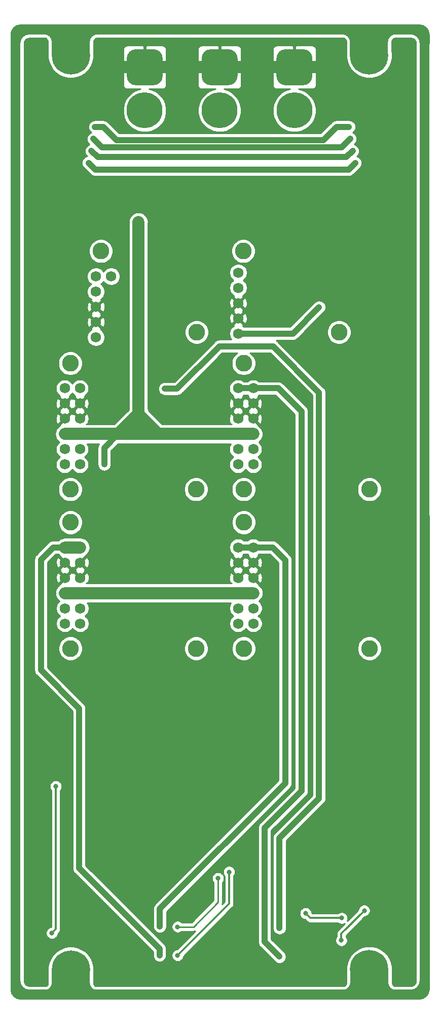
<source format=gbr>
%TF.GenerationSoftware,KiCad,Pcbnew,5.1.9-73d0e3b20d~88~ubuntu20.04.1*%
%TF.CreationDate,2021-04-18T23:14:10-05:00*%
%TF.ProjectId,POWER,504f5745-522e-46b6-9963-61645f706362,rev?*%
%TF.SameCoordinates,Original*%
%TF.FileFunction,Copper,L2,Bot*%
%TF.FilePolarity,Positive*%
%FSLAX46Y46*%
G04 Gerber Fmt 4.6, Leading zero omitted, Abs format (unit mm)*
G04 Created by KiCad (PCBNEW 5.1.9-73d0e3b20d~88~ubuntu20.04.1) date 2021-04-18 23:14:10*
%MOMM*%
%LPD*%
G01*
G04 APERTURE LIST*
%TA.AperFunction,NonConductor*%
%ADD10C,0.300000*%
%TD*%
%TA.AperFunction,NonConductor*%
%ADD11C,0.150000*%
%TD*%
%TA.AperFunction,NonConductor*%
%ADD12C,0.200000*%
%TD*%
%TA.AperFunction,NonConductor*%
%ADD13C,0.100000*%
%TD*%
%TA.AperFunction,WasherPad*%
%ADD14C,2.800000*%
%TD*%
%TA.AperFunction,ComponentPad*%
%ADD15C,1.750000*%
%TD*%
%TA.AperFunction,ComponentPad*%
%ADD16C,6.000000*%
%TD*%
%TA.AperFunction,ComponentPad*%
%ADD17C,6.400000*%
%TD*%
%TA.AperFunction,ComponentPad*%
%ADD18C,0.800000*%
%TD*%
%TA.AperFunction,ViaPad*%
%ADD19C,0.800000*%
%TD*%
%TA.AperFunction,Conductor*%
%ADD20C,2.000000*%
%TD*%
%TA.AperFunction,Conductor*%
%ADD21C,0.300000*%
%TD*%
%TA.AperFunction,Conductor*%
%ADD22C,1.000000*%
%TD*%
%TA.AperFunction,Conductor*%
%ADD23C,0.250000*%
%TD*%
%TA.AperFunction,Conductor*%
%ADD24C,0.254000*%
%TD*%
%TA.AperFunction,Conductor*%
%ADD25C,0.100000*%
%TD*%
G04 APERTURE END LIST*
D10*
X194900000Y-219400000D02*
G75*
G03*
X196400000Y-220900000I1500000J0D01*
G01*
D11*
X251750000Y-61400000D02*
G75*
G03*
X250150000Y-59800000I-1600000J0D01*
G01*
X250250000Y-219100000D02*
G75*
G02*
X248650000Y-220700000I-1600000J0D01*
G01*
G36*
X183400000Y-220600000D02*
G01*
X181900000Y-220600000D01*
X181900000Y-61400000D01*
X183400000Y-61400000D01*
X183400000Y-220600000D01*
G37*
X183400000Y-220600000D02*
X181900000Y-220600000D01*
X181900000Y-61400000D01*
X183400000Y-61400000D01*
X183400000Y-220600000D01*
X183500000Y-59800000D02*
G75*
G03*
X181900000Y-61400000I0J-1600000D01*
G01*
G36*
X250550000Y-59900000D02*
G01*
X251150000Y-60200000D01*
X251450000Y-60600000D01*
X251650000Y-61000000D01*
X251750000Y-61400000D01*
X251750000Y-62900000D01*
X250250000Y-62900000D01*
X250150000Y-62300000D01*
X249950000Y-61900000D01*
X249650000Y-61600000D01*
X249250000Y-61400000D01*
X248750000Y-61300000D01*
X248750000Y-59800000D01*
X250150000Y-59800000D01*
X250550000Y-59900000D01*
G37*
X250550000Y-59900000D02*
X251150000Y-60200000D01*
X251450000Y-60600000D01*
X251650000Y-61000000D01*
X251750000Y-61400000D01*
X251750000Y-62900000D01*
X250250000Y-62900000D01*
X250150000Y-62300000D01*
X249950000Y-61900000D01*
X249650000Y-61600000D01*
X249250000Y-61400000D01*
X248750000Y-61300000D01*
X248750000Y-59800000D01*
X250150000Y-59800000D01*
X250550000Y-59900000D01*
X251750000Y-220600000D02*
G75*
G02*
X250150000Y-222200000I-1600000J0D01*
G01*
G36*
X250200000Y-222200000D02*
G01*
X183500000Y-222200000D01*
X183500000Y-220700000D01*
X250200000Y-220700000D01*
X250200000Y-222200000D01*
G37*
X250200000Y-222200000D02*
X183500000Y-222200000D01*
X183500000Y-220700000D01*
X250200000Y-220700000D01*
X250200000Y-222200000D01*
G36*
X185000000Y-61300000D02*
G01*
X184400000Y-61400000D01*
X184000000Y-61600000D01*
X183700000Y-61900000D01*
X183500000Y-62300000D01*
X183400000Y-62800000D01*
X181900000Y-62800000D01*
X181900000Y-61400000D01*
X182000000Y-61000000D01*
X182300000Y-60400000D01*
X182700000Y-60100000D01*
X183100000Y-59900000D01*
X183500000Y-59800000D01*
X185000000Y-59800000D01*
X185000000Y-61300000D01*
G37*
X185000000Y-61300000D02*
X184400000Y-61400000D01*
X184000000Y-61600000D01*
X183700000Y-61900000D01*
X183500000Y-62300000D01*
X183400000Y-62800000D01*
X181900000Y-62800000D01*
X181900000Y-61400000D01*
X182000000Y-61000000D01*
X182300000Y-60400000D01*
X182700000Y-60100000D01*
X183100000Y-59900000D01*
X183500000Y-59800000D01*
X185000000Y-59800000D01*
X185000000Y-61300000D01*
G36*
X250200000Y-61300000D02*
G01*
X185000000Y-61300000D01*
X185000000Y-59800000D01*
X250200000Y-59800000D01*
X250200000Y-61300000D01*
G37*
X250200000Y-61300000D02*
X185000000Y-61300000D01*
X185000000Y-59800000D01*
X250200000Y-59800000D01*
X250200000Y-61300000D01*
X185000000Y-61300000D02*
G75*
G03*
X183400000Y-62900000I0J-1600000D01*
G01*
X181900000Y-220600000D02*
G75*
G03*
X183500000Y-222200000I1600000J0D01*
G01*
X183400000Y-219100000D02*
G75*
G03*
X185000000Y-220700000I1600000J0D01*
G01*
X250250000Y-62900000D02*
G75*
G03*
X248650000Y-61300000I-1600000J0D01*
G01*
G36*
X251750000Y-220600000D02*
G01*
X250250000Y-220600000D01*
X250222400Y-61400000D01*
X251722400Y-61400000D01*
X251750000Y-220600000D01*
G37*
X251750000Y-220600000D02*
X250250000Y-220600000D01*
X250222400Y-61400000D01*
X251722400Y-61400000D01*
X251750000Y-220600000D01*
D12*
G36*
X195900000Y-61000000D02*
G01*
X195000000Y-62000000D01*
X195000000Y-64900000D01*
X188800000Y-64900000D01*
X188800000Y-62000000D01*
X187800000Y-60900000D01*
X195900000Y-61000000D01*
G37*
X195900000Y-61000000D02*
X195000000Y-62000000D01*
X195000000Y-64900000D01*
X188800000Y-64900000D01*
X188800000Y-62000000D01*
X187800000Y-60900000D01*
X195900000Y-61000000D01*
D10*
X187400000Y-220900000D02*
G75*
G03*
X188900000Y-219400000I0J1500000D01*
G01*
D11*
G36*
X183500000Y-219700000D02*
G01*
X183700000Y-220100000D01*
X184000000Y-220400000D01*
X184400000Y-220600000D01*
X184900000Y-220700000D01*
X184900000Y-222200000D01*
X183500000Y-222200000D01*
X183100000Y-222100000D01*
X182500000Y-221800000D01*
X182200000Y-221400000D01*
X182000000Y-221000000D01*
X181900000Y-220600000D01*
X181900000Y-219100000D01*
X183400000Y-219100000D01*
X183500000Y-219700000D01*
G37*
X183500000Y-219700000D02*
X183700000Y-220100000D01*
X184000000Y-220400000D01*
X184400000Y-220600000D01*
X184900000Y-220700000D01*
X184900000Y-222200000D01*
X183500000Y-222200000D01*
X183100000Y-222100000D01*
X182500000Y-221800000D01*
X182200000Y-221400000D01*
X182000000Y-221000000D01*
X181900000Y-220600000D01*
X181900000Y-219100000D01*
X183400000Y-219100000D01*
X183500000Y-219700000D01*
D13*
G36*
X251750000Y-220600000D02*
G01*
X251650000Y-221000000D01*
X251450000Y-221400000D01*
X251150000Y-221800000D01*
X250550000Y-222100000D01*
X250150000Y-222200000D01*
X248750000Y-222200000D01*
X248750000Y-220700000D01*
X249250000Y-220600000D01*
X249650000Y-220400000D01*
X249950000Y-220100000D01*
X250150000Y-219700000D01*
X250250000Y-219100000D01*
X251750000Y-219100000D01*
X251750000Y-220600000D01*
G37*
X251750000Y-220600000D02*
X251650000Y-221000000D01*
X251450000Y-221400000D01*
X251150000Y-221800000D01*
X250550000Y-222100000D01*
X250150000Y-222200000D01*
X248750000Y-222200000D01*
X248750000Y-220700000D01*
X249250000Y-220600000D01*
X249650000Y-220400000D01*
X249950000Y-220100000D01*
X250150000Y-219700000D01*
X250250000Y-219100000D01*
X251750000Y-219100000D01*
X251750000Y-220600000D01*
D10*
X246200000Y-61200000D02*
G75*
G03*
X244700000Y-62700000I0J-1500000D01*
G01*
D12*
G36*
X195000000Y-220100000D02*
G01*
X196000000Y-221200000D01*
X187900000Y-221100000D01*
X188800000Y-220100000D01*
X188800000Y-217200000D01*
X195000000Y-217200000D01*
X195000000Y-220100000D01*
G37*
X195000000Y-220100000D02*
X196000000Y-221200000D01*
X187900000Y-221100000D01*
X188800000Y-220100000D01*
X188800000Y-217200000D01*
X195000000Y-217200000D01*
X195000000Y-220100000D01*
D10*
X196400000Y-61200000D02*
G75*
G03*
X194900000Y-62700000I0J-1500000D01*
G01*
X188900000Y-62700000D02*
G75*
G03*
X187400000Y-61200000I-1500000J0D01*
G01*
D12*
G36*
X244850000Y-220049200D02*
G01*
X245850000Y-221149200D01*
X237750000Y-221049200D01*
X238650000Y-220049200D01*
X238650000Y-217149200D01*
X244850000Y-217149200D01*
X244850000Y-220049200D01*
G37*
X244850000Y-220049200D02*
X245850000Y-221149200D01*
X237750000Y-221049200D01*
X238650000Y-220049200D01*
X238650000Y-217149200D01*
X244850000Y-217149200D01*
X244850000Y-220049200D01*
D10*
X238700000Y-62700000D02*
G75*
G03*
X237200000Y-61200000I-1500000J0D01*
G01*
X244750000Y-219349200D02*
G75*
G03*
X246250000Y-220849200I1500000J0D01*
G01*
X237250000Y-220849200D02*
G75*
G03*
X238750000Y-219349200I0J1500000D01*
G01*
D12*
G36*
X245700000Y-61000000D02*
G01*
X244800000Y-62000000D01*
X244800000Y-64900000D01*
X238600000Y-64900000D01*
X238600000Y-62000000D01*
X237600000Y-60900000D01*
X245700000Y-61000000D01*
G37*
X245700000Y-61000000D02*
X244800000Y-62000000D01*
X244800000Y-64900000D01*
X238600000Y-64900000D01*
X238600000Y-62000000D01*
X237600000Y-60900000D01*
X245700000Y-61000000D01*
D14*
%TO.P,U704,*%
%TO.N,*%
X220760000Y-137220000D03*
X241760000Y-137220000D03*
X220760000Y-116220000D03*
D15*
%TO.P,U704,6*%
%TO.N,6V_HYBRID_SERVO3*%
X222370000Y-120370000D03*
%TO.P,U704,5*%
%TO.N,GND*%
X222370000Y-122910000D03*
%TO.P,U704,4*%
X222370000Y-125450000D03*
%TO.P,U704,3*%
%TO.N,Net-(C702-Pad1)*%
X222370000Y-127990000D03*
%TO.P,U704,2*%
%TO.N,Net-(U704-Pad2)*%
X222370000Y-130530000D03*
%TO.P,U704,1*%
%TO.N,Net-(U704-Pad1)*%
X222370000Y-133070000D03*
%TO.P,U704,12*%
%TO.N,6V_HYBRID_SERVO3*%
X219830000Y-120370000D03*
%TO.P,U704,11*%
%TO.N,GND*%
X219830000Y-122910000D03*
%TO.P,U704,10*%
X219830000Y-125450000D03*
%TO.P,U704,9*%
%TO.N,Net-(C702-Pad1)*%
X219830000Y-127990000D03*
%TO.P,U704,8*%
%TO.N,Net-(U704-Pad8)*%
X219830000Y-130530000D03*
%TO.P,U704,7*%
%TO.N,Net-(U704-Pad7)*%
X219830000Y-133070000D03*
%TD*%
D14*
%TO.P,U707,*%
%TO.N,*%
X220770000Y-163730000D03*
X241770000Y-163730000D03*
X220770000Y-142730000D03*
D15*
%TO.P,U707,6*%
%TO.N,6V_AC_SERVO2*%
X222380000Y-146880000D03*
%TO.P,U707,5*%
%TO.N,GND*%
X222380000Y-149420000D03*
%TO.P,U707,4*%
X222380000Y-151960000D03*
%TO.P,U707,3*%
%TO.N,Net-(J103-Pad1)*%
X222380000Y-154500000D03*
%TO.P,U707,2*%
%TO.N,Net-(U707-Pad2)*%
X222380000Y-157040000D03*
%TO.P,U707,1*%
%TO.N,Net-(U707-Pad1)*%
X222380000Y-159580000D03*
%TO.P,U707,12*%
%TO.N,6V_AC_SERVO2*%
X219840000Y-146880000D03*
%TO.P,U707,11*%
%TO.N,GND*%
X219840000Y-149420000D03*
%TO.P,U707,10*%
X219840000Y-151960000D03*
%TO.P,U707,9*%
%TO.N,Net-(J103-Pad1)*%
X219840000Y-154500000D03*
%TO.P,U707,8*%
%TO.N,Net-(U707-Pad8)*%
X219840000Y-157040000D03*
%TO.P,U707,7*%
%TO.N,Net-(U707-Pad7)*%
X219840000Y-159580000D03*
%TD*%
D14*
%TO.P,U706,*%
%TO.N,*%
X191850000Y-163730000D03*
X212850000Y-163730000D03*
X191850000Y-142730000D03*
D15*
%TO.P,U706,6*%
%TO.N,6V_AC_SERVO1*%
X193460000Y-146880000D03*
%TO.P,U706,5*%
%TO.N,GND*%
X193460000Y-149420000D03*
%TO.P,U706,4*%
X193460000Y-151960000D03*
%TO.P,U706,3*%
%TO.N,Net-(J103-Pad1)*%
X193460000Y-154500000D03*
%TO.P,U706,2*%
%TO.N,Net-(U706-Pad2)*%
X193460000Y-157040000D03*
%TO.P,U706,1*%
%TO.N,Net-(U706-Pad1)*%
X193460000Y-159580000D03*
%TO.P,U706,12*%
%TO.N,6V_AC_SERVO1*%
X190920000Y-146880000D03*
%TO.P,U706,11*%
%TO.N,GND*%
X190920000Y-149420000D03*
%TO.P,U706,10*%
X190920000Y-151960000D03*
%TO.P,U706,9*%
%TO.N,Net-(J103-Pad1)*%
X190920000Y-154500000D03*
%TO.P,U706,8*%
%TO.N,Net-(U706-Pad8)*%
X190920000Y-157040000D03*
%TO.P,U706,7*%
%TO.N,Net-(U706-Pad7)*%
X190920000Y-159580000D03*
%TD*%
D14*
%TO.P,U705,*%
%TO.N,*%
X191810000Y-137220000D03*
X212810000Y-137220000D03*
X191810000Y-116220000D03*
D15*
%TO.P,U705,6*%
%TO.N,6V_HYBRID_SERVO4*%
X193420000Y-120370000D03*
%TO.P,U705,5*%
%TO.N,GND*%
X193420000Y-122910000D03*
%TO.P,U705,4*%
X193420000Y-125450000D03*
%TO.P,U705,3*%
%TO.N,Net-(C702-Pad1)*%
X193420000Y-127990000D03*
%TO.P,U705,2*%
%TO.N,Net-(U705-Pad2)*%
X193420000Y-130530000D03*
%TO.P,U705,1*%
%TO.N,Net-(U705-Pad1)*%
X193420000Y-133070000D03*
%TO.P,U705,12*%
%TO.N,6V_HYBRID_SERVO4*%
X190880000Y-120370000D03*
%TO.P,U705,11*%
%TO.N,GND*%
X190880000Y-122910000D03*
%TO.P,U705,10*%
X190880000Y-125450000D03*
%TO.P,U705,9*%
%TO.N,Net-(C702-Pad1)*%
X190880000Y-127990000D03*
%TO.P,U705,8*%
%TO.N,Net-(U705-Pad8)*%
X190880000Y-130530000D03*
%TO.P,U705,7*%
%TO.N,Net-(U705-Pad7)*%
X190880000Y-133070000D03*
%TD*%
%TO.P,U702,1*%
%TO.N,Net-(U702-Pad1)*%
X219870000Y-101090000D03*
%TO.P,U702,2*%
%TO.N,Net-(J101-Pad1)*%
X219870000Y-103630000D03*
%TO.P,U702,3*%
%TO.N,GND*%
X219870000Y-106170000D03*
%TO.P,U702,4*%
X219870000Y-108710000D03*
%TO.P,U702,5*%
%TO.N,5V*%
X219870000Y-111250000D03*
D14*
%TO.P,U702,*%
%TO.N,*%
X220700000Y-97510000D03*
X236700000Y-111010000D03*
%TD*%
D15*
%TO.P,U701,6*%
%TO.N,Net-(U701-Pad6)*%
X198640000Y-101730000D03*
%TO.P,U701,2*%
%TO.N,Net-(J101-Pad1)*%
X196100000Y-104270000D03*
%TO.P,U701,1*%
%TO.N,Net-(U701-Pad1)*%
X196100000Y-101730000D03*
%TO.P,U701,3*%
%TO.N,GND*%
X196100000Y-106810000D03*
%TO.P,U701,4*%
X196100000Y-109350000D03*
D14*
%TO.P,U701,*%
%TO.N,*%
X196930000Y-97510000D03*
X212930000Y-111010000D03*
D15*
%TO.P,U701,5*%
%TO.N,3V3*%
X196100000Y-111890000D03*
%TD*%
%TO.P,J706,1*%
%TO.N,GND*%
%TA.AperFunction,ComponentPad*%
G36*
G01*
X227745000Y-63860000D02*
X230745000Y-63860000D01*
G75*
G02*
X232245000Y-65360000I0J-1500000D01*
G01*
X232245000Y-68360000D01*
G75*
G02*
X230745000Y-69860000I-1500000J0D01*
G01*
X227745000Y-69860000D01*
G75*
G02*
X226245000Y-68360000I0J1500000D01*
G01*
X226245000Y-65360000D01*
G75*
G02*
X227745000Y-63860000I1500000J0D01*
G01*
G37*
%TD.AperFunction*%
D16*
%TO.P,J706,2*%
%TO.N,Net-(J103-Pad2)*%
X229245000Y-74060000D03*
%TD*%
%TO.P,J702,1*%
%TO.N,GND*%
%TA.AperFunction,ComponentPad*%
G36*
G01*
X202745000Y-63860000D02*
X205745000Y-63860000D01*
G75*
G02*
X207245000Y-65360000I0J-1500000D01*
G01*
X207245000Y-68360000D01*
G75*
G02*
X205745000Y-69860000I-1500000J0D01*
G01*
X202745000Y-69860000D01*
G75*
G02*
X201245000Y-68360000I0J1500000D01*
G01*
X201245000Y-65360000D01*
G75*
G02*
X202745000Y-63860000I1500000J0D01*
G01*
G37*
%TD.AperFunction*%
%TO.P,J702,2*%
%TO.N,Net-(J102-Pad2)*%
X204245000Y-74060000D03*
%TD*%
%TO.P,J701,1*%
%TO.N,GND*%
%TA.AperFunction,ComponentPad*%
G36*
G01*
X215245000Y-63860000D02*
X218245000Y-63860000D01*
G75*
G02*
X219745000Y-65360000I0J-1500000D01*
G01*
X219745000Y-68360000D01*
G75*
G02*
X218245000Y-69860000I-1500000J0D01*
G01*
X215245000Y-69860000D01*
G75*
G02*
X213745000Y-68360000I0J1500000D01*
G01*
X213745000Y-65360000D01*
G75*
G02*
X215245000Y-63860000I1500000J0D01*
G01*
G37*
%TD.AperFunction*%
%TO.P,J701,2*%
%TO.N,Net-(J101-Pad2)*%
X216745000Y-74060000D03*
%TD*%
D17*
%TO.P,REF\u002A\u002A,*%
%TO.N,*%
X241750000Y-64850800D03*
D18*
%TO.P,REF\u002A\u002A,1*%
%TO.N,N/C*%
X244150000Y-64800000D03*
X243447056Y-66497056D03*
X241750000Y-67200000D03*
X240052944Y-66497056D03*
X239350000Y-64800000D03*
X240052944Y-63102944D03*
X241750000Y-62400000D03*
X243447056Y-63102944D03*
%TD*%
D17*
%TO.P,REF\u002A\u002A,*%
%TO.N,*%
X191900000Y-64850800D03*
D18*
%TO.P,REF\u002A\u002A,1*%
%TO.N,N/C*%
X194300000Y-64800000D03*
X193597056Y-66497056D03*
X191900000Y-67200000D03*
X190202944Y-66497056D03*
X189500000Y-64800000D03*
X190202944Y-63102944D03*
X191900000Y-62400000D03*
X193597056Y-63102944D03*
%TD*%
%TO.P,REF\u002A\u002A,1*%
%TO.N,N/C*%
X193597056Y-215502944D03*
X191900000Y-214800000D03*
X190202944Y-215502944D03*
X189500000Y-217200000D03*
X190202944Y-218897056D03*
X191900000Y-219600000D03*
X193597056Y-218897056D03*
X194300000Y-217200000D03*
D17*
%TO.P,REF\u002A\u002A,*%
%TO.N,*%
X191900000Y-217250800D03*
%TD*%
%TO.P,REF\u002A\u002A,*%
%TO.N,*%
X241750000Y-217200000D03*
D18*
%TO.P,REF\u002A\u002A,1*%
%TO.N,N/C*%
X244150000Y-217149200D03*
X243447056Y-218846256D03*
X241750000Y-219549200D03*
X240052944Y-218846256D03*
X239350000Y-217149200D03*
X240052944Y-215452144D03*
X241750000Y-214749200D03*
X243447056Y-215452144D03*
%TD*%
D19*
%TO.N,GND*%
X206500000Y-132400000D03*
X202000000Y-132400000D03*
X206500000Y-130900000D03*
X203500000Y-130900000D03*
X202000000Y-133900000D03*
X205000000Y-132400000D03*
X205000000Y-133900000D03*
X202000000Y-130900000D03*
X205000000Y-130900000D03*
X203500000Y-133900000D03*
X203500000Y-132400000D03*
X206500000Y-133900000D03*
X205000000Y-158900000D03*
X200500000Y-158900000D03*
X205000000Y-157400000D03*
X202000000Y-157400000D03*
X200500000Y-160400000D03*
X203500000Y-158900000D03*
X203500000Y-160400000D03*
X200500000Y-157400000D03*
X203500000Y-157400000D03*
X202000000Y-160400000D03*
X202000000Y-158900000D03*
X205000000Y-160400000D03*
X238300000Y-154700000D03*
X238300000Y-150200000D03*
X239800000Y-154700000D03*
X239800000Y-151700000D03*
X236800000Y-150200000D03*
X238300000Y-153200000D03*
X236800000Y-153200000D03*
X239800000Y-150200000D03*
X239800000Y-153200000D03*
X236800000Y-151700000D03*
X238300000Y-151700000D03*
X236800000Y-154700000D03*
X238300000Y-129500000D03*
X238300000Y-125000000D03*
X239800000Y-129500000D03*
X239800000Y-126500000D03*
X236800000Y-125000000D03*
X238300000Y-128000000D03*
X236800000Y-128000000D03*
X239800000Y-125000000D03*
X239800000Y-128000000D03*
X236800000Y-126500000D03*
X238300000Y-126500000D03*
X236800000Y-129500000D03*
X233100000Y-98800000D03*
X233100000Y-94300000D03*
X234600000Y-98800000D03*
X234600000Y-95800000D03*
X231600000Y-94300000D03*
X233100000Y-97300000D03*
X231600000Y-97300000D03*
X234600000Y-94300000D03*
X234600000Y-97300000D03*
X231600000Y-95800000D03*
X233100000Y-95800000D03*
X231600000Y-98800000D03*
X209100000Y-98800000D03*
X209100000Y-94300000D03*
X210600000Y-98800000D03*
X210600000Y-95800000D03*
X207600000Y-94300000D03*
X209100000Y-97300000D03*
X207600000Y-97300000D03*
X210600000Y-94300000D03*
X210600000Y-97300000D03*
X207600000Y-95800000D03*
X209100000Y-95800000D03*
X207600000Y-98800000D03*
%TO.N,9V_PT_SUPPLY*%
X189400000Y-186720000D03*
X188740000Y-211180000D03*
%TO.N,Net-(C702-Pad1)*%
X197500000Y-132090000D03*
X197500000Y-133060000D03*
X203200000Y-92670000D03*
X203200000Y-93700000D03*
X203200000Y-94700000D03*
X203200000Y-95700000D03*
%TO.N,6V_AC_SERVO1*%
X206740000Y-214880000D03*
%TO.N,3V3*%
X194860000Y-82800000D03*
X195940000Y-76800000D03*
X239420000Y-82800000D03*
X238359990Y-76800010D03*
%TO.N,5V*%
X233370000Y-106860000D03*
X195340000Y-80800000D03*
X195690000Y-78800000D03*
X238980000Y-80800000D03*
X238580000Y-78800000D03*
X232540000Y-107690000D03*
%TO.N,B2B_SERVO4*%
X237155000Y-208675000D03*
X231110000Y-207900000D03*
%TO.N,B2B_SERVO3*%
X237080000Y-212410000D03*
X240915000Y-207425000D03*
%TO.N,B2B_SERVO2*%
X209750000Y-210130000D03*
X216490000Y-202050000D03*
%TO.N,B2B_SERVO1*%
X209740000Y-214900000D03*
X218340000Y-200990000D03*
%TO.N,6V_AC_SERVO2*%
X206760000Y-210070000D03*
%TO.N,6V_HYBRID_SERVO3*%
X226740000Y-215110000D03*
%TO.N,6V_HYBRID_SERVO4*%
X208880000Y-120430000D03*
X226760000Y-210340000D03*
X207590000Y-120430000D03*
%TD*%
D20*
%TO.N,GND*%
X204245000Y-66860000D02*
X229245000Y-66860000D01*
X204245000Y-66860000D02*
X197990000Y-66860000D01*
X229245000Y-66860000D02*
X234300000Y-66860000D01*
D21*
%TO.N,9V_PT_SUPPLY*%
X189400000Y-210520000D02*
X188740000Y-211180000D01*
X189400000Y-186720000D02*
X189400000Y-210520000D01*
D20*
%TO.N,Net-(C702-Pad1)*%
X222370000Y-127990000D02*
X219830000Y-127990000D01*
D22*
X197500000Y-130320000D02*
X199830000Y-127990000D01*
X197500000Y-133060000D02*
X197500000Y-130320000D01*
D20*
X203200000Y-92670000D02*
X203200000Y-92670000D01*
X203200000Y-92670000D02*
X203200000Y-93700000D01*
X203200000Y-93700000D02*
X203200000Y-94700000D01*
X203200000Y-94700000D02*
X203200000Y-95700000D01*
X203220000Y-124600000D02*
X199830000Y-127990000D01*
X203220000Y-124050000D02*
X203220000Y-124600000D01*
X203200000Y-124030000D02*
X203220000Y-124050000D01*
X203200000Y-95700000D02*
X203200000Y-124030000D01*
X203220000Y-124710000D02*
X206500000Y-127990000D01*
X203220000Y-124600000D02*
X203220000Y-124710000D01*
X206500000Y-127990000D02*
X219830000Y-127990000D01*
X199830000Y-127990000D02*
X206500000Y-127990000D01*
X203220000Y-124600000D02*
X203220000Y-126920000D01*
X190880000Y-127990000D02*
X199830000Y-127990000D01*
%TO.N,6V_AC_SERVO1*%
X190940000Y-146890000D02*
X193480000Y-146890000D01*
D21*
X193460000Y-146890000D02*
X193460000Y-146880000D01*
D22*
X188950000Y-146880000D02*
X190920000Y-146880000D01*
X186910000Y-148920000D02*
X188950000Y-146880000D01*
X186910000Y-167360000D02*
X186910000Y-148920000D01*
X193280000Y-173730000D02*
X186910000Y-167360000D01*
X193280000Y-200380000D02*
X193280000Y-173730000D01*
X206740000Y-213840000D02*
X193280000Y-200380000D01*
X206740000Y-214880000D02*
X206740000Y-213840000D01*
%TO.N,3V3*%
X236269990Y-76800010D02*
X238359990Y-76800010D01*
X234060000Y-79010000D02*
X236269990Y-76800010D01*
X199530000Y-79010000D02*
X234060000Y-79010000D01*
X197320000Y-76800000D02*
X199530000Y-79010000D01*
X195940000Y-76800000D02*
X197320000Y-76800000D01*
X194860000Y-82800000D02*
X195980000Y-83920000D01*
X238300000Y-83920000D02*
X239420000Y-82800000D01*
X195980000Y-83920000D02*
X238300000Y-83920000D01*
%TO.N,5V*%
X237169990Y-80210010D02*
X238580000Y-78800000D01*
X197100010Y-80210010D02*
X237169990Y-80210010D01*
X195690000Y-78800000D02*
X197100010Y-80210010D01*
X195340000Y-80800000D02*
X196390000Y-81850000D01*
X237930000Y-81850000D02*
X238980000Y-80800000D01*
X196390000Y-81850000D02*
X237930000Y-81850000D01*
X228980000Y-111250000D02*
X219870000Y-111250000D01*
X233370000Y-106860000D02*
X228980000Y-111250000D01*
D21*
%TO.N,B2B_SERVO4*%
X237155000Y-208675000D02*
X231885000Y-208675000D01*
X231885000Y-208675000D02*
X231110000Y-207900000D01*
%TO.N,B2B_SERVO3*%
X237080000Y-211260000D02*
X240915000Y-207425000D01*
X237080000Y-212410000D02*
X237080000Y-211260000D01*
D23*
%TO.N,B2B_SERVO2*%
X209750000Y-210130000D02*
X212390000Y-210130000D01*
X216490000Y-206030000D02*
X216490000Y-202050000D01*
X212390000Y-210130000D02*
X216490000Y-206030000D01*
D21*
%TO.N,B2B_SERVO1*%
X218340000Y-206300000D02*
X218340000Y-200990000D01*
X209740000Y-214900000D02*
X218340000Y-206300000D01*
D22*
%TO.N,6V_AC_SERVO2*%
X225610000Y-146880000D02*
X219840000Y-146880000D01*
X227730000Y-186170000D02*
X227730000Y-149000000D01*
X206760000Y-207140000D02*
X227730000Y-186170000D01*
X227730000Y-149000000D02*
X225610000Y-146880000D01*
X206760000Y-210070000D02*
X206760000Y-207140000D01*
%TO.N,6V_HYBRID_SERVO3*%
X226740000Y-215110000D02*
X224270000Y-212640000D01*
X224270000Y-212640000D02*
X224270000Y-193650000D01*
X224270000Y-193650000D02*
X230410000Y-187510000D01*
X230410000Y-187510000D02*
X230410000Y-124230000D01*
X226550000Y-120370000D02*
X219830000Y-120370000D01*
X230410000Y-124230000D02*
X226550000Y-120370000D01*
%TO.N,6V_HYBRID_SERVO4*%
X209660000Y-120430000D02*
X207590000Y-120430000D01*
X216720000Y-113370000D02*
X209660000Y-120430000D01*
X225670000Y-113370000D02*
X216720000Y-113370000D01*
X233370000Y-121070000D02*
X225670000Y-113370000D01*
X233370000Y-188710000D02*
X233370000Y-121070000D01*
X226760000Y-195320000D02*
X233370000Y-188710000D01*
X226760000Y-210340000D02*
X226760000Y-195320000D01*
D20*
%TO.N,Net-(J102-Pad2)*%
X204210000Y-74095000D02*
X204245000Y-74060000D01*
%TO.N,Net-(J103-Pad1)*%
X222380000Y-154500000D02*
X219840000Y-154500000D01*
X190920000Y-154500000D02*
X222380000Y-154500000D01*
%TD*%
D24*
%TO.N,GND*%
X187671030Y-62042430D02*
X187793595Y-62107599D01*
X187901160Y-62195327D01*
X187989643Y-62302285D01*
X188055660Y-62424381D01*
X188065000Y-62454553D01*
X188065000Y-65228515D01*
X188212377Y-65969428D01*
X188501467Y-66667354D01*
X188921161Y-67295470D01*
X189455330Y-67829639D01*
X190083446Y-68249333D01*
X190781372Y-68538423D01*
X191522285Y-68685800D01*
X192277715Y-68685800D01*
X193018628Y-68538423D01*
X193716554Y-68249333D01*
X194344670Y-67829639D01*
X194878839Y-67295470D01*
X195298533Y-66667354D01*
X195587623Y-65969428D01*
X195735000Y-65228515D01*
X195735000Y-63860000D01*
X200606928Y-63860000D01*
X200610000Y-66574250D01*
X200768750Y-66733000D01*
X204118000Y-66733000D01*
X204118000Y-63383750D01*
X204372000Y-63383750D01*
X204372000Y-66733000D01*
X207721250Y-66733000D01*
X207880000Y-66574250D01*
X207883072Y-63860000D01*
X213106928Y-63860000D01*
X213110000Y-66574250D01*
X213268750Y-66733000D01*
X216618000Y-66733000D01*
X216618000Y-63383750D01*
X216872000Y-63383750D01*
X216872000Y-66733000D01*
X220221250Y-66733000D01*
X220380000Y-66574250D01*
X220383072Y-63860000D01*
X225606928Y-63860000D01*
X225610000Y-66574250D01*
X225768750Y-66733000D01*
X229118000Y-66733000D01*
X229118000Y-63383750D01*
X229372000Y-63383750D01*
X229372000Y-66733000D01*
X232721250Y-66733000D01*
X232880000Y-66574250D01*
X232883072Y-63860000D01*
X232870812Y-63735518D01*
X232834502Y-63615820D01*
X232775537Y-63505506D01*
X232696185Y-63408815D01*
X232599494Y-63329463D01*
X232489180Y-63270498D01*
X232369482Y-63234188D01*
X232245000Y-63221928D01*
X229530750Y-63225000D01*
X229372000Y-63383750D01*
X229118000Y-63383750D01*
X228959250Y-63225000D01*
X226245000Y-63221928D01*
X226120518Y-63234188D01*
X226000820Y-63270498D01*
X225890506Y-63329463D01*
X225793815Y-63408815D01*
X225714463Y-63505506D01*
X225655498Y-63615820D01*
X225619188Y-63735518D01*
X225606928Y-63860000D01*
X220383072Y-63860000D01*
X220370812Y-63735518D01*
X220334502Y-63615820D01*
X220275537Y-63505506D01*
X220196185Y-63408815D01*
X220099494Y-63329463D01*
X219989180Y-63270498D01*
X219869482Y-63234188D01*
X219745000Y-63221928D01*
X217030750Y-63225000D01*
X216872000Y-63383750D01*
X216618000Y-63383750D01*
X216459250Y-63225000D01*
X213745000Y-63221928D01*
X213620518Y-63234188D01*
X213500820Y-63270498D01*
X213390506Y-63329463D01*
X213293815Y-63408815D01*
X213214463Y-63505506D01*
X213155498Y-63615820D01*
X213119188Y-63735518D01*
X213106928Y-63860000D01*
X207883072Y-63860000D01*
X207870812Y-63735518D01*
X207834502Y-63615820D01*
X207775537Y-63505506D01*
X207696185Y-63408815D01*
X207599494Y-63329463D01*
X207489180Y-63270498D01*
X207369482Y-63234188D01*
X207245000Y-63221928D01*
X204530750Y-63225000D01*
X204372000Y-63383750D01*
X204118000Y-63383750D01*
X203959250Y-63225000D01*
X201245000Y-63221928D01*
X201120518Y-63234188D01*
X201000820Y-63270498D01*
X200890506Y-63329463D01*
X200793815Y-63408815D01*
X200714463Y-63505506D01*
X200655498Y-63615820D01*
X200619188Y-63735518D01*
X200606928Y-63860000D01*
X195735000Y-63860000D01*
X195735000Y-62453580D01*
X195742430Y-62428970D01*
X195807599Y-62306405D01*
X195895327Y-62198840D01*
X196002285Y-62110357D01*
X196124381Y-62044340D01*
X196235315Y-62010000D01*
X237363617Y-62010000D01*
X237471030Y-62042430D01*
X237593595Y-62107599D01*
X237701160Y-62195327D01*
X237789643Y-62302285D01*
X237855660Y-62424381D01*
X237865000Y-62454553D01*
X237865000Y-64900000D01*
X237871751Y-64968852D01*
X237878019Y-65037725D01*
X237878746Y-65040197D01*
X237878998Y-65042762D01*
X237898989Y-65108975D01*
X237915000Y-65163376D01*
X237915000Y-65228515D01*
X238062377Y-65969428D01*
X238351467Y-66667354D01*
X238771161Y-67295470D01*
X239305330Y-67829639D01*
X239933446Y-68249333D01*
X240631372Y-68538423D01*
X241372285Y-68685800D01*
X242127715Y-68685800D01*
X242868628Y-68538423D01*
X243566554Y-68249333D01*
X244194670Y-67829639D01*
X244728839Y-67295470D01*
X245148533Y-66667354D01*
X245437623Y-65969428D01*
X245585000Y-65228515D01*
X245585000Y-64473085D01*
X245535000Y-64221718D01*
X245535000Y-62453580D01*
X245542430Y-62428970D01*
X245607599Y-62306405D01*
X245695327Y-62198840D01*
X245802285Y-62110357D01*
X245924381Y-62044340D01*
X246035315Y-62010000D01*
X248615279Y-62010000D01*
X248741655Y-62022391D01*
X248902785Y-62054617D01*
X248987856Y-62080302D01*
X249140634Y-62161536D01*
X249274727Y-62270899D01*
X249385019Y-62404220D01*
X249467318Y-62556428D01*
X249479506Y-62595801D01*
X249512642Y-62794614D01*
X249539734Y-219067988D01*
X249519710Y-219272207D01*
X249469699Y-219437853D01*
X249388464Y-219590634D01*
X249279103Y-219724724D01*
X249145780Y-219835019D01*
X248993569Y-219917319D01*
X248828272Y-219968487D01*
X248623593Y-219990000D01*
X245947430Y-219990000D01*
X245856405Y-219941601D01*
X245748839Y-219853872D01*
X245660358Y-219746917D01*
X245594338Y-219624815D01*
X245585000Y-219594649D01*
X245585000Y-216822285D01*
X245437623Y-216081372D01*
X245148533Y-215383446D01*
X244728839Y-214755330D01*
X244194670Y-214221161D01*
X243566554Y-213801467D01*
X242868628Y-213512377D01*
X242127715Y-213365000D01*
X241372285Y-213365000D01*
X240631372Y-213512377D01*
X239933446Y-213801467D01*
X239305330Y-214221161D01*
X238771161Y-214755330D01*
X238351467Y-215383446D01*
X238062377Y-216081372D01*
X237915000Y-216822285D01*
X237915000Y-219595622D01*
X237907570Y-219620229D01*
X237842401Y-219742795D01*
X237754672Y-219850361D01*
X237647717Y-219938842D01*
X237553102Y-219990000D01*
X196003461Y-219990000D01*
X195898839Y-219904672D01*
X195810358Y-219797717D01*
X195744338Y-219675615D01*
X195735000Y-219645449D01*
X195735000Y-216873085D01*
X195587623Y-216132172D01*
X195298533Y-215434246D01*
X194878839Y-214806130D01*
X194344670Y-214271961D01*
X193716554Y-213852267D01*
X193018628Y-213563177D01*
X192277715Y-213415800D01*
X191522285Y-213415800D01*
X190781372Y-213563177D01*
X190083446Y-213852267D01*
X189455330Y-214271961D01*
X188921161Y-214806130D01*
X188501467Y-215434246D01*
X188212377Y-216132172D01*
X188065000Y-216873085D01*
X188065000Y-219646422D01*
X188057570Y-219671029D01*
X187992401Y-219793595D01*
X187904672Y-219901161D01*
X187797717Y-219989642D01*
X187797054Y-219990000D01*
X185034721Y-219990000D01*
X184908347Y-219977609D01*
X184747213Y-219945382D01*
X184662147Y-219919699D01*
X184509366Y-219838464D01*
X184375276Y-219729103D01*
X184264981Y-219595780D01*
X184182681Y-219443569D01*
X184170494Y-219404200D01*
X184110000Y-219041237D01*
X184110000Y-211078061D01*
X187705000Y-211078061D01*
X187705000Y-211281939D01*
X187744774Y-211481898D01*
X187822795Y-211670256D01*
X187936063Y-211839774D01*
X188080226Y-211983937D01*
X188249744Y-212097205D01*
X188438102Y-212175226D01*
X188638061Y-212215000D01*
X188841939Y-212215000D01*
X189041898Y-212175226D01*
X189230256Y-212097205D01*
X189399774Y-211983937D01*
X189543937Y-211839774D01*
X189657205Y-211670256D01*
X189735226Y-211481898D01*
X189775000Y-211281939D01*
X189775000Y-211255158D01*
X189927815Y-211102343D01*
X189957764Y-211077764D01*
X189982844Y-211047205D01*
X190006579Y-211018284D01*
X190055862Y-210958233D01*
X190128754Y-210821860D01*
X190142530Y-210776446D01*
X190173642Y-210673887D01*
X190184833Y-210560256D01*
X190185000Y-210558561D01*
X190185000Y-210558556D01*
X190188797Y-210520000D01*
X190185000Y-210481445D01*
X190185000Y-187398711D01*
X190203937Y-187379774D01*
X190317205Y-187210256D01*
X190395226Y-187021898D01*
X190435000Y-186821939D01*
X190435000Y-186618061D01*
X190395226Y-186418102D01*
X190317205Y-186229744D01*
X190203937Y-186060226D01*
X190059774Y-185916063D01*
X189890256Y-185802795D01*
X189701898Y-185724774D01*
X189501939Y-185685000D01*
X189298061Y-185685000D01*
X189098102Y-185724774D01*
X188909744Y-185802795D01*
X188740226Y-185916063D01*
X188596063Y-186060226D01*
X188482795Y-186229744D01*
X188404774Y-186418102D01*
X188365000Y-186618061D01*
X188365000Y-186821939D01*
X188404774Y-187021898D01*
X188482795Y-187210256D01*
X188596063Y-187379774D01*
X188615000Y-187398711D01*
X188615001Y-210149587D01*
X188438102Y-210184774D01*
X188249744Y-210262795D01*
X188080226Y-210376063D01*
X187936063Y-210520226D01*
X187822795Y-210689744D01*
X187744774Y-210878102D01*
X187705000Y-211078061D01*
X184110000Y-211078061D01*
X184110000Y-148920000D01*
X185769509Y-148920000D01*
X185775001Y-148975762D01*
X185775000Y-167304249D01*
X185769509Y-167360000D01*
X185775000Y-167415751D01*
X185791423Y-167582498D01*
X185856324Y-167796446D01*
X185961716Y-167993623D01*
X186103551Y-168166449D01*
X186146865Y-168201996D01*
X192145001Y-174200133D01*
X192145000Y-200324249D01*
X192139509Y-200380000D01*
X192145000Y-200435751D01*
X192161423Y-200602498D01*
X192226324Y-200816446D01*
X192331716Y-201013623D01*
X192473551Y-201186449D01*
X192516865Y-201221996D01*
X205605000Y-214310133D01*
X205605000Y-214935751D01*
X205621423Y-215102498D01*
X205686324Y-215316446D01*
X205791716Y-215513623D01*
X205933551Y-215686449D01*
X206106377Y-215828284D01*
X206303553Y-215933676D01*
X206517501Y-215998577D01*
X206740000Y-216020491D01*
X206962498Y-215998577D01*
X207176446Y-215933676D01*
X207373623Y-215828284D01*
X207546449Y-215686449D01*
X207688284Y-215513623D01*
X207793676Y-215316447D01*
X207858577Y-215102499D01*
X207875000Y-214935752D01*
X207875000Y-214798061D01*
X208705000Y-214798061D01*
X208705000Y-215001939D01*
X208744774Y-215201898D01*
X208822795Y-215390256D01*
X208936063Y-215559774D01*
X209080226Y-215703937D01*
X209249744Y-215817205D01*
X209438102Y-215895226D01*
X209638061Y-215935000D01*
X209841939Y-215935000D01*
X210041898Y-215895226D01*
X210230256Y-215817205D01*
X210399774Y-215703937D01*
X210543937Y-215559774D01*
X210657205Y-215390256D01*
X210735226Y-215201898D01*
X210775000Y-215001939D01*
X210775000Y-214975157D01*
X218867811Y-206882346D01*
X218897764Y-206857764D01*
X218995862Y-206738233D01*
X219068754Y-206601860D01*
X219068754Y-206601859D01*
X219113642Y-206453887D01*
X219121228Y-206376857D01*
X219125000Y-206338561D01*
X219125000Y-206338556D01*
X219128797Y-206300000D01*
X219125000Y-206261444D01*
X219125000Y-201668711D01*
X219143937Y-201649774D01*
X219257205Y-201480256D01*
X219335226Y-201291898D01*
X219375000Y-201091939D01*
X219375000Y-200888061D01*
X219335226Y-200688102D01*
X219257205Y-200499744D01*
X219143937Y-200330226D01*
X218999774Y-200186063D01*
X218830256Y-200072795D01*
X218641898Y-199994774D01*
X218441939Y-199955000D01*
X218238061Y-199955000D01*
X218038102Y-199994774D01*
X217849744Y-200072795D01*
X217680226Y-200186063D01*
X217536063Y-200330226D01*
X217422795Y-200499744D01*
X217344774Y-200688102D01*
X217305000Y-200888061D01*
X217305000Y-201091939D01*
X217344774Y-201291898D01*
X217422795Y-201480256D01*
X217536063Y-201649774D01*
X217555001Y-201668712D01*
X217555000Y-205974843D01*
X217181709Y-206348134D01*
X217195546Y-206322247D01*
X217239003Y-206178986D01*
X217250000Y-206067333D01*
X217250000Y-206067332D01*
X217253677Y-206030000D01*
X217250000Y-205992667D01*
X217250000Y-202753711D01*
X217293937Y-202709774D01*
X217407205Y-202540256D01*
X217485226Y-202351898D01*
X217525000Y-202151939D01*
X217525000Y-201948061D01*
X217485226Y-201748102D01*
X217407205Y-201559744D01*
X217293937Y-201390226D01*
X217149774Y-201246063D01*
X216980256Y-201132795D01*
X216791898Y-201054774D01*
X216591939Y-201015000D01*
X216388061Y-201015000D01*
X216188102Y-201054774D01*
X215999744Y-201132795D01*
X215830226Y-201246063D01*
X215686063Y-201390226D01*
X215572795Y-201559744D01*
X215494774Y-201748102D01*
X215455000Y-201948061D01*
X215455000Y-202151939D01*
X215494774Y-202351898D01*
X215572795Y-202540256D01*
X215686063Y-202709774D01*
X215730001Y-202753712D01*
X215730000Y-205715198D01*
X212075199Y-209370000D01*
X210453711Y-209370000D01*
X210409774Y-209326063D01*
X210240256Y-209212795D01*
X210051898Y-209134774D01*
X209851939Y-209095000D01*
X209648061Y-209095000D01*
X209448102Y-209134774D01*
X209259744Y-209212795D01*
X209090226Y-209326063D01*
X208946063Y-209470226D01*
X208832795Y-209639744D01*
X208754774Y-209828102D01*
X208715000Y-210028061D01*
X208715000Y-210231939D01*
X208754774Y-210431898D01*
X208832795Y-210620256D01*
X208946063Y-210789774D01*
X209090226Y-210933937D01*
X209259744Y-211047205D01*
X209448102Y-211125226D01*
X209648061Y-211165000D01*
X209851939Y-211165000D01*
X210051898Y-211125226D01*
X210240256Y-211047205D01*
X210409774Y-210933937D01*
X210453711Y-210890000D01*
X212352678Y-210890000D01*
X212390000Y-210893676D01*
X212427322Y-210890000D01*
X212427333Y-210890000D01*
X212538986Y-210879003D01*
X212682247Y-210835546D01*
X212708134Y-210821709D01*
X209664843Y-213865000D01*
X209638061Y-213865000D01*
X209438102Y-213904774D01*
X209249744Y-213982795D01*
X209080226Y-214096063D01*
X208936063Y-214240226D01*
X208822795Y-214409744D01*
X208744774Y-214598102D01*
X208705000Y-214798061D01*
X207875000Y-214798061D01*
X207875000Y-213895752D01*
X207880491Y-213840000D01*
X207858577Y-213617501D01*
X207793676Y-213403553D01*
X207688284Y-213206377D01*
X207581989Y-213076856D01*
X207581987Y-213076854D01*
X207546449Y-213033551D01*
X207503146Y-212998013D01*
X201645133Y-207140000D01*
X205619509Y-207140000D01*
X205625001Y-207195761D01*
X205625000Y-210125751D01*
X205641423Y-210292498D01*
X205706324Y-210506446D01*
X205811716Y-210703623D01*
X205953551Y-210876449D01*
X206126377Y-211018284D01*
X206323553Y-211123676D01*
X206537501Y-211188577D01*
X206760000Y-211210491D01*
X206982498Y-211188577D01*
X207196446Y-211123676D01*
X207393623Y-211018284D01*
X207566449Y-210876449D01*
X207708284Y-210703623D01*
X207813676Y-210506447D01*
X207878577Y-210292499D01*
X207895000Y-210125752D01*
X207895000Y-207610131D01*
X228493141Y-187011991D01*
X228536449Y-186976449D01*
X228678284Y-186803623D01*
X228783676Y-186606447D01*
X228848577Y-186392499D01*
X228865000Y-186225752D01*
X228865000Y-186225743D01*
X228870490Y-186170001D01*
X228865000Y-186114259D01*
X228865000Y-149055752D01*
X228870491Y-149000000D01*
X228848577Y-148777501D01*
X228783676Y-148563553D01*
X228678284Y-148366377D01*
X228536449Y-148193551D01*
X228493141Y-148158009D01*
X226451996Y-146116865D01*
X226416449Y-146073551D01*
X226243623Y-145931716D01*
X226046447Y-145826324D01*
X225832499Y-145761423D01*
X225665752Y-145745000D01*
X225665751Y-145745000D01*
X225610000Y-145739509D01*
X225554249Y-145745000D01*
X223380462Y-145745000D01*
X223342569Y-145707107D01*
X223095253Y-145541856D01*
X222820451Y-145428029D01*
X222528722Y-145370000D01*
X222231278Y-145370000D01*
X221939549Y-145428029D01*
X221664747Y-145541856D01*
X221417431Y-145707107D01*
X221379538Y-145745000D01*
X220840462Y-145745000D01*
X220802569Y-145707107D01*
X220555253Y-145541856D01*
X220280451Y-145428029D01*
X219988722Y-145370000D01*
X219691278Y-145370000D01*
X219399549Y-145428029D01*
X219124747Y-145541856D01*
X218877431Y-145707107D01*
X218667107Y-145917431D01*
X218501856Y-146164747D01*
X218388029Y-146439549D01*
X218330000Y-146731278D01*
X218330000Y-147028722D01*
X218388029Y-147320451D01*
X218501856Y-147595253D01*
X218667107Y-147842569D01*
X218877431Y-148052893D01*
X219041153Y-148162288D01*
X218973365Y-148373760D01*
X219840000Y-149240395D01*
X220706635Y-148373760D01*
X220638847Y-148162288D01*
X220802569Y-148052893D01*
X220840462Y-148015000D01*
X221379538Y-148015000D01*
X221417431Y-148052893D01*
X221581153Y-148162288D01*
X221513365Y-148373760D01*
X222380000Y-149240395D01*
X223246635Y-148373760D01*
X223178847Y-148162288D01*
X223342569Y-148052893D01*
X223380462Y-148015000D01*
X225139869Y-148015000D01*
X226595001Y-149470133D01*
X226595000Y-185699868D01*
X205996860Y-206298009D01*
X205953552Y-206333551D01*
X205811717Y-206506377D01*
X205777710Y-206570001D01*
X205706324Y-206703554D01*
X205641423Y-206917502D01*
X205619509Y-207140000D01*
X201645133Y-207140000D01*
X194415000Y-199909869D01*
X194415000Y-173785741D01*
X194420490Y-173729999D01*
X194415000Y-173674257D01*
X194415000Y-173674248D01*
X194398577Y-173507501D01*
X194333676Y-173293553D01*
X194228284Y-173096377D01*
X194086449Y-172923551D01*
X194043141Y-172888009D01*
X188045000Y-166889869D01*
X188045000Y-163529570D01*
X189815000Y-163529570D01*
X189815000Y-163930430D01*
X189893204Y-164323587D01*
X190046607Y-164693934D01*
X190269313Y-165027237D01*
X190552763Y-165310687D01*
X190886066Y-165533393D01*
X191256413Y-165686796D01*
X191649570Y-165765000D01*
X192050430Y-165765000D01*
X192443587Y-165686796D01*
X192813934Y-165533393D01*
X193147237Y-165310687D01*
X193430687Y-165027237D01*
X193653393Y-164693934D01*
X193806796Y-164323587D01*
X193885000Y-163930430D01*
X193885000Y-163529570D01*
X210815000Y-163529570D01*
X210815000Y-163930430D01*
X210893204Y-164323587D01*
X211046607Y-164693934D01*
X211269313Y-165027237D01*
X211552763Y-165310687D01*
X211886066Y-165533393D01*
X212256413Y-165686796D01*
X212649570Y-165765000D01*
X213050430Y-165765000D01*
X213443587Y-165686796D01*
X213813934Y-165533393D01*
X214147237Y-165310687D01*
X214430687Y-165027237D01*
X214653393Y-164693934D01*
X214806796Y-164323587D01*
X214885000Y-163930430D01*
X214885000Y-163529570D01*
X218735000Y-163529570D01*
X218735000Y-163930430D01*
X218813204Y-164323587D01*
X218966607Y-164693934D01*
X219189313Y-165027237D01*
X219472763Y-165310687D01*
X219806066Y-165533393D01*
X220176413Y-165686796D01*
X220569570Y-165765000D01*
X220970430Y-165765000D01*
X221363587Y-165686796D01*
X221733934Y-165533393D01*
X222067237Y-165310687D01*
X222350687Y-165027237D01*
X222573393Y-164693934D01*
X222726796Y-164323587D01*
X222805000Y-163930430D01*
X222805000Y-163529570D01*
X222726796Y-163136413D01*
X222573393Y-162766066D01*
X222350687Y-162432763D01*
X222067237Y-162149313D01*
X221733934Y-161926607D01*
X221363587Y-161773204D01*
X220970430Y-161695000D01*
X220569570Y-161695000D01*
X220176413Y-161773204D01*
X219806066Y-161926607D01*
X219472763Y-162149313D01*
X219189313Y-162432763D01*
X218966607Y-162766066D01*
X218813204Y-163136413D01*
X218735000Y-163529570D01*
X214885000Y-163529570D01*
X214806796Y-163136413D01*
X214653393Y-162766066D01*
X214430687Y-162432763D01*
X214147237Y-162149313D01*
X213813934Y-161926607D01*
X213443587Y-161773204D01*
X213050430Y-161695000D01*
X212649570Y-161695000D01*
X212256413Y-161773204D01*
X211886066Y-161926607D01*
X211552763Y-162149313D01*
X211269313Y-162432763D01*
X211046607Y-162766066D01*
X210893204Y-163136413D01*
X210815000Y-163529570D01*
X193885000Y-163529570D01*
X193806796Y-163136413D01*
X193653393Y-162766066D01*
X193430687Y-162432763D01*
X193147237Y-162149313D01*
X192813934Y-161926607D01*
X192443587Y-161773204D01*
X192050430Y-161695000D01*
X191649570Y-161695000D01*
X191256413Y-161773204D01*
X190886066Y-161926607D01*
X190552763Y-162149313D01*
X190269313Y-162432763D01*
X190046607Y-162766066D01*
X189893204Y-163136413D01*
X189815000Y-163529570D01*
X188045000Y-163529570D01*
X188045000Y-154500000D01*
X189277089Y-154500000D01*
X189308657Y-154820516D01*
X189402148Y-155128715D01*
X189553969Y-155412752D01*
X189758286Y-155661714D01*
X189985613Y-155848276D01*
X189957431Y-155867107D01*
X189747107Y-156077431D01*
X189581856Y-156324747D01*
X189468029Y-156599549D01*
X189410000Y-156891278D01*
X189410000Y-157188722D01*
X189468029Y-157480451D01*
X189581856Y-157755253D01*
X189747107Y-158002569D01*
X189957431Y-158212893D01*
X190102762Y-158310000D01*
X189957431Y-158407107D01*
X189747107Y-158617431D01*
X189581856Y-158864747D01*
X189468029Y-159139549D01*
X189410000Y-159431278D01*
X189410000Y-159728722D01*
X189468029Y-160020451D01*
X189581856Y-160295253D01*
X189747107Y-160542569D01*
X189957431Y-160752893D01*
X190204747Y-160918144D01*
X190479549Y-161031971D01*
X190771278Y-161090000D01*
X191068722Y-161090000D01*
X191360451Y-161031971D01*
X191635253Y-160918144D01*
X191882569Y-160752893D01*
X192092893Y-160542569D01*
X192190000Y-160397238D01*
X192287107Y-160542569D01*
X192497431Y-160752893D01*
X192744747Y-160918144D01*
X193019549Y-161031971D01*
X193311278Y-161090000D01*
X193608722Y-161090000D01*
X193900451Y-161031971D01*
X194175253Y-160918144D01*
X194422569Y-160752893D01*
X194632893Y-160542569D01*
X194798144Y-160295253D01*
X194911971Y-160020451D01*
X194970000Y-159728722D01*
X194970000Y-159431278D01*
X194911971Y-159139549D01*
X194798144Y-158864747D01*
X194632893Y-158617431D01*
X194422569Y-158407107D01*
X194277238Y-158310000D01*
X194422569Y-158212893D01*
X194632893Y-158002569D01*
X194798144Y-157755253D01*
X194911971Y-157480451D01*
X194970000Y-157188722D01*
X194970000Y-156891278D01*
X194911971Y-156599549D01*
X194798144Y-156324747D01*
X194671359Y-156135000D01*
X218628641Y-156135000D01*
X218501856Y-156324747D01*
X218388029Y-156599549D01*
X218330000Y-156891278D01*
X218330000Y-157188722D01*
X218388029Y-157480451D01*
X218501856Y-157755253D01*
X218667107Y-158002569D01*
X218877431Y-158212893D01*
X219022762Y-158310000D01*
X218877431Y-158407107D01*
X218667107Y-158617431D01*
X218501856Y-158864747D01*
X218388029Y-159139549D01*
X218330000Y-159431278D01*
X218330000Y-159728722D01*
X218388029Y-160020451D01*
X218501856Y-160295253D01*
X218667107Y-160542569D01*
X218877431Y-160752893D01*
X219124747Y-160918144D01*
X219399549Y-161031971D01*
X219691278Y-161090000D01*
X219988722Y-161090000D01*
X220280451Y-161031971D01*
X220555253Y-160918144D01*
X220802569Y-160752893D01*
X221012893Y-160542569D01*
X221110000Y-160397238D01*
X221207107Y-160542569D01*
X221417431Y-160752893D01*
X221664747Y-160918144D01*
X221939549Y-161031971D01*
X222231278Y-161090000D01*
X222528722Y-161090000D01*
X222820451Y-161031971D01*
X223095253Y-160918144D01*
X223342569Y-160752893D01*
X223552893Y-160542569D01*
X223718144Y-160295253D01*
X223831971Y-160020451D01*
X223890000Y-159728722D01*
X223890000Y-159431278D01*
X223831971Y-159139549D01*
X223718144Y-158864747D01*
X223552893Y-158617431D01*
X223342569Y-158407107D01*
X223197238Y-158310000D01*
X223342569Y-158212893D01*
X223552893Y-158002569D01*
X223718144Y-157755253D01*
X223831971Y-157480451D01*
X223890000Y-157188722D01*
X223890000Y-156891278D01*
X223831971Y-156599549D01*
X223718144Y-156324747D01*
X223552893Y-156077431D01*
X223342569Y-155867107D01*
X223314387Y-155848276D01*
X223541714Y-155661714D01*
X223746031Y-155412752D01*
X223897852Y-155128715D01*
X223991343Y-154820516D01*
X224022911Y-154500000D01*
X223991343Y-154179484D01*
X223897852Y-153871285D01*
X223746031Y-153587248D01*
X223541714Y-153338286D01*
X223292752Y-153133969D01*
X223218426Y-153094241D01*
X223246635Y-153006240D01*
X222380000Y-152139605D01*
X222365858Y-152153748D01*
X222186253Y-151974143D01*
X222200395Y-151960000D01*
X222559605Y-151960000D01*
X223426240Y-152826635D01*
X223677868Y-152745975D01*
X223806267Y-152477671D01*
X223879855Y-152189474D01*
X223895804Y-151892457D01*
X223853501Y-151598037D01*
X223754572Y-151317526D01*
X223677868Y-151174025D01*
X223426240Y-151093365D01*
X222559605Y-151960000D01*
X222200395Y-151960000D01*
X221333760Y-151093365D01*
X221110000Y-151165092D01*
X220886240Y-151093365D01*
X220019605Y-151960000D01*
X220033748Y-151974143D01*
X219854143Y-152153748D01*
X219840000Y-152139605D01*
X219825858Y-152153748D01*
X219646253Y-151974143D01*
X219660395Y-151960000D01*
X218793760Y-151093365D01*
X218542132Y-151174025D01*
X218413733Y-151442329D01*
X218340145Y-151730526D01*
X218324196Y-152027543D01*
X218366499Y-152321963D01*
X218465428Y-152602474D01*
X218542132Y-152745975D01*
X218793758Y-152826634D01*
X218755392Y-152865000D01*
X194544608Y-152865000D01*
X194506242Y-152826634D01*
X194757868Y-152745975D01*
X194886267Y-152477671D01*
X194959855Y-152189474D01*
X194975804Y-151892457D01*
X194933501Y-151598037D01*
X194834572Y-151317526D01*
X194757868Y-151174025D01*
X194506240Y-151093365D01*
X193639605Y-151960000D01*
X193653748Y-151974143D01*
X193474143Y-152153748D01*
X193460000Y-152139605D01*
X193445858Y-152153748D01*
X193266253Y-151974143D01*
X193280395Y-151960000D01*
X192413760Y-151093365D01*
X192190000Y-151165092D01*
X191966240Y-151093365D01*
X191099605Y-151960000D01*
X191113748Y-151974143D01*
X190934143Y-152153748D01*
X190920000Y-152139605D01*
X190053365Y-153006240D01*
X190081574Y-153094241D01*
X190007248Y-153133969D01*
X189758286Y-153338286D01*
X189553969Y-153587248D01*
X189402148Y-153871285D01*
X189308657Y-154179484D01*
X189277089Y-154500000D01*
X188045000Y-154500000D01*
X188045000Y-152027543D01*
X189404196Y-152027543D01*
X189446499Y-152321963D01*
X189545428Y-152602474D01*
X189622132Y-152745975D01*
X189873760Y-152826635D01*
X190740395Y-151960000D01*
X189873760Y-151093365D01*
X189622132Y-151174025D01*
X189493733Y-151442329D01*
X189420145Y-151730526D01*
X189404196Y-152027543D01*
X188045000Y-152027543D01*
X188045000Y-150466240D01*
X190053365Y-150466240D01*
X190125092Y-150690000D01*
X190053365Y-150913760D01*
X190920000Y-151780395D01*
X191786635Y-150913760D01*
X191714908Y-150690000D01*
X191786635Y-150466240D01*
X192593365Y-150466240D01*
X192665092Y-150690000D01*
X192593365Y-150913760D01*
X193460000Y-151780395D01*
X194326635Y-150913760D01*
X194254908Y-150690000D01*
X194326635Y-150466240D01*
X218973365Y-150466240D01*
X219045092Y-150690000D01*
X218973365Y-150913760D01*
X219840000Y-151780395D01*
X220706635Y-150913760D01*
X220634908Y-150690000D01*
X220706635Y-150466240D01*
X221513365Y-150466240D01*
X221585092Y-150690000D01*
X221513365Y-150913760D01*
X222380000Y-151780395D01*
X223246635Y-150913760D01*
X223174908Y-150690000D01*
X223246635Y-150466240D01*
X222380000Y-149599605D01*
X221513365Y-150466240D01*
X220706635Y-150466240D01*
X219840000Y-149599605D01*
X218973365Y-150466240D01*
X194326635Y-150466240D01*
X193460000Y-149599605D01*
X192593365Y-150466240D01*
X191786635Y-150466240D01*
X190920000Y-149599605D01*
X190053365Y-150466240D01*
X188045000Y-150466240D01*
X188045000Y-149487543D01*
X189404196Y-149487543D01*
X189446499Y-149781963D01*
X189545428Y-150062474D01*
X189622132Y-150205975D01*
X189873760Y-150286635D01*
X190740395Y-149420000D01*
X189873760Y-148553365D01*
X189622132Y-148634025D01*
X189493733Y-148902329D01*
X189420145Y-149190526D01*
X189404196Y-149487543D01*
X188045000Y-149487543D01*
X188045000Y-149390131D01*
X189420133Y-148015000D01*
X189748156Y-148015000D01*
X189778286Y-148051714D01*
X190027248Y-148256031D01*
X190081763Y-148285170D01*
X190053365Y-148373760D01*
X190920000Y-149240395D01*
X190934143Y-149226253D01*
X191113748Y-149405858D01*
X191099605Y-149420000D01*
X191966240Y-150286635D01*
X192190000Y-150214908D01*
X192413760Y-150286635D01*
X193280395Y-149420000D01*
X193639605Y-149420000D01*
X194506240Y-150286635D01*
X194757868Y-150205975D01*
X194886267Y-149937671D01*
X194959855Y-149649474D01*
X194968550Y-149487543D01*
X218324196Y-149487543D01*
X218366499Y-149781963D01*
X218465428Y-150062474D01*
X218542132Y-150205975D01*
X218793760Y-150286635D01*
X219660395Y-149420000D01*
X220019605Y-149420000D01*
X220886240Y-150286635D01*
X221110000Y-150214908D01*
X221333760Y-150286635D01*
X222200395Y-149420000D01*
X222559605Y-149420000D01*
X223426240Y-150286635D01*
X223677868Y-150205975D01*
X223806267Y-149937671D01*
X223879855Y-149649474D01*
X223895804Y-149352457D01*
X223853501Y-149058037D01*
X223754572Y-148777526D01*
X223677868Y-148634025D01*
X223426240Y-148553365D01*
X222559605Y-149420000D01*
X222200395Y-149420000D01*
X221333760Y-148553365D01*
X221110000Y-148625092D01*
X220886240Y-148553365D01*
X220019605Y-149420000D01*
X219660395Y-149420000D01*
X218793760Y-148553365D01*
X218542132Y-148634025D01*
X218413733Y-148902329D01*
X218340145Y-149190526D01*
X218324196Y-149487543D01*
X194968550Y-149487543D01*
X194975804Y-149352457D01*
X194933501Y-149058037D01*
X194834572Y-148777526D01*
X194757868Y-148634025D01*
X194506240Y-148553365D01*
X193639605Y-149420000D01*
X193280395Y-149420000D01*
X193266253Y-149405858D01*
X193445858Y-149226253D01*
X193460000Y-149240395D01*
X194326635Y-148373760D01*
X194304088Y-148303423D01*
X194392752Y-148256031D01*
X194641714Y-148051714D01*
X194846031Y-147802752D01*
X194997852Y-147518715D01*
X195091343Y-147210516D01*
X195122911Y-146890000D01*
X195091343Y-146569484D01*
X194997852Y-146261285D01*
X194846031Y-145977248D01*
X194641714Y-145728286D01*
X194392752Y-145523969D01*
X194108715Y-145372148D01*
X193800516Y-145278657D01*
X193560322Y-145255000D01*
X190859678Y-145255000D01*
X190619484Y-145278657D01*
X190311285Y-145372148D01*
X190027248Y-145523969D01*
X189778286Y-145728286D01*
X189764569Y-145745000D01*
X189005752Y-145745000D01*
X188950000Y-145739509D01*
X188727501Y-145761423D01*
X188513553Y-145826324D01*
X188316377Y-145931716D01*
X188186856Y-146038011D01*
X188186855Y-146038012D01*
X188143551Y-146073551D01*
X188108013Y-146116854D01*
X186146860Y-148078009D01*
X186103552Y-148113551D01*
X185961717Y-148286377D01*
X185915010Y-148373760D01*
X185856324Y-148483554D01*
X185791423Y-148697502D01*
X185769509Y-148920000D01*
X184110000Y-148920000D01*
X184110000Y-142529570D01*
X189815000Y-142529570D01*
X189815000Y-142930430D01*
X189893204Y-143323587D01*
X190046607Y-143693934D01*
X190269313Y-144027237D01*
X190552763Y-144310687D01*
X190886066Y-144533393D01*
X191256413Y-144686796D01*
X191649570Y-144765000D01*
X192050430Y-144765000D01*
X192443587Y-144686796D01*
X192813934Y-144533393D01*
X193147237Y-144310687D01*
X193430687Y-144027237D01*
X193653393Y-143693934D01*
X193806796Y-143323587D01*
X193885000Y-142930430D01*
X193885000Y-142529570D01*
X218735000Y-142529570D01*
X218735000Y-142930430D01*
X218813204Y-143323587D01*
X218966607Y-143693934D01*
X219189313Y-144027237D01*
X219472763Y-144310687D01*
X219806066Y-144533393D01*
X220176413Y-144686796D01*
X220569570Y-144765000D01*
X220970430Y-144765000D01*
X221363587Y-144686796D01*
X221733934Y-144533393D01*
X222067237Y-144310687D01*
X222350687Y-144027237D01*
X222573393Y-143693934D01*
X222726796Y-143323587D01*
X222805000Y-142930430D01*
X222805000Y-142529570D01*
X222726796Y-142136413D01*
X222573393Y-141766066D01*
X222350687Y-141432763D01*
X222067237Y-141149313D01*
X221733934Y-140926607D01*
X221363587Y-140773204D01*
X220970430Y-140695000D01*
X220569570Y-140695000D01*
X220176413Y-140773204D01*
X219806066Y-140926607D01*
X219472763Y-141149313D01*
X219189313Y-141432763D01*
X218966607Y-141766066D01*
X218813204Y-142136413D01*
X218735000Y-142529570D01*
X193885000Y-142529570D01*
X193806796Y-142136413D01*
X193653393Y-141766066D01*
X193430687Y-141432763D01*
X193147237Y-141149313D01*
X192813934Y-140926607D01*
X192443587Y-140773204D01*
X192050430Y-140695000D01*
X191649570Y-140695000D01*
X191256413Y-140773204D01*
X190886066Y-140926607D01*
X190552763Y-141149313D01*
X190269313Y-141432763D01*
X190046607Y-141766066D01*
X189893204Y-142136413D01*
X189815000Y-142529570D01*
X184110000Y-142529570D01*
X184110000Y-137019570D01*
X189775000Y-137019570D01*
X189775000Y-137420430D01*
X189853204Y-137813587D01*
X190006607Y-138183934D01*
X190229313Y-138517237D01*
X190512763Y-138800687D01*
X190846066Y-139023393D01*
X191216413Y-139176796D01*
X191609570Y-139255000D01*
X192010430Y-139255000D01*
X192403587Y-139176796D01*
X192773934Y-139023393D01*
X193107237Y-138800687D01*
X193390687Y-138517237D01*
X193613393Y-138183934D01*
X193766796Y-137813587D01*
X193845000Y-137420430D01*
X193845000Y-137019570D01*
X210775000Y-137019570D01*
X210775000Y-137420430D01*
X210853204Y-137813587D01*
X211006607Y-138183934D01*
X211229313Y-138517237D01*
X211512763Y-138800687D01*
X211846066Y-139023393D01*
X212216413Y-139176796D01*
X212609570Y-139255000D01*
X213010430Y-139255000D01*
X213403587Y-139176796D01*
X213773934Y-139023393D01*
X214107237Y-138800687D01*
X214390687Y-138517237D01*
X214613393Y-138183934D01*
X214766796Y-137813587D01*
X214845000Y-137420430D01*
X214845000Y-137019570D01*
X218725000Y-137019570D01*
X218725000Y-137420430D01*
X218803204Y-137813587D01*
X218956607Y-138183934D01*
X219179313Y-138517237D01*
X219462763Y-138800687D01*
X219796066Y-139023393D01*
X220166413Y-139176796D01*
X220559570Y-139255000D01*
X220960430Y-139255000D01*
X221353587Y-139176796D01*
X221723934Y-139023393D01*
X222057237Y-138800687D01*
X222340687Y-138517237D01*
X222563393Y-138183934D01*
X222716796Y-137813587D01*
X222795000Y-137420430D01*
X222795000Y-137019570D01*
X222716796Y-136626413D01*
X222563393Y-136256066D01*
X222340687Y-135922763D01*
X222057237Y-135639313D01*
X221723934Y-135416607D01*
X221353587Y-135263204D01*
X220960430Y-135185000D01*
X220559570Y-135185000D01*
X220166413Y-135263204D01*
X219796066Y-135416607D01*
X219462763Y-135639313D01*
X219179313Y-135922763D01*
X218956607Y-136256066D01*
X218803204Y-136626413D01*
X218725000Y-137019570D01*
X214845000Y-137019570D01*
X214766796Y-136626413D01*
X214613393Y-136256066D01*
X214390687Y-135922763D01*
X214107237Y-135639313D01*
X213773934Y-135416607D01*
X213403587Y-135263204D01*
X213010430Y-135185000D01*
X212609570Y-135185000D01*
X212216413Y-135263204D01*
X211846066Y-135416607D01*
X211512763Y-135639313D01*
X211229313Y-135922763D01*
X211006607Y-136256066D01*
X210853204Y-136626413D01*
X210775000Y-137019570D01*
X193845000Y-137019570D01*
X193766796Y-136626413D01*
X193613393Y-136256066D01*
X193390687Y-135922763D01*
X193107237Y-135639313D01*
X192773934Y-135416607D01*
X192403587Y-135263204D01*
X192010430Y-135185000D01*
X191609570Y-135185000D01*
X191216413Y-135263204D01*
X190846066Y-135416607D01*
X190512763Y-135639313D01*
X190229313Y-135922763D01*
X190006607Y-136256066D01*
X189853204Y-136626413D01*
X189775000Y-137019570D01*
X184110000Y-137019570D01*
X184110000Y-127990000D01*
X189237089Y-127990000D01*
X189268657Y-128310516D01*
X189362148Y-128618715D01*
X189513969Y-128902752D01*
X189718286Y-129151714D01*
X189945613Y-129338276D01*
X189917431Y-129357107D01*
X189707107Y-129567431D01*
X189541856Y-129814747D01*
X189428029Y-130089549D01*
X189370000Y-130381278D01*
X189370000Y-130678722D01*
X189428029Y-130970451D01*
X189541856Y-131245253D01*
X189707107Y-131492569D01*
X189917431Y-131702893D01*
X190062762Y-131800000D01*
X189917431Y-131897107D01*
X189707107Y-132107431D01*
X189541856Y-132354747D01*
X189428029Y-132629549D01*
X189370000Y-132921278D01*
X189370000Y-133218722D01*
X189428029Y-133510451D01*
X189541856Y-133785253D01*
X189707107Y-134032569D01*
X189917431Y-134242893D01*
X190164747Y-134408144D01*
X190439549Y-134521971D01*
X190731278Y-134580000D01*
X191028722Y-134580000D01*
X191320451Y-134521971D01*
X191595253Y-134408144D01*
X191842569Y-134242893D01*
X192052893Y-134032569D01*
X192150000Y-133887238D01*
X192247107Y-134032569D01*
X192457431Y-134242893D01*
X192704747Y-134408144D01*
X192979549Y-134521971D01*
X193271278Y-134580000D01*
X193568722Y-134580000D01*
X193860451Y-134521971D01*
X194135253Y-134408144D01*
X194382569Y-134242893D01*
X194592893Y-134032569D01*
X194758144Y-133785253D01*
X194871971Y-133510451D01*
X194930000Y-133218722D01*
X194930000Y-132921278D01*
X194871971Y-132629549D01*
X194758144Y-132354747D01*
X194592893Y-132107431D01*
X194382569Y-131897107D01*
X194237238Y-131800000D01*
X194382569Y-131702893D01*
X194592893Y-131492569D01*
X194758144Y-131245253D01*
X194871971Y-130970451D01*
X194930000Y-130678722D01*
X194930000Y-130381278D01*
X194871971Y-130089549D01*
X194758144Y-129814747D01*
X194631359Y-129625000D01*
X196602088Y-129625000D01*
X196551717Y-129686377D01*
X196495384Y-129791770D01*
X196446324Y-129883554D01*
X196381423Y-130097502D01*
X196359509Y-130320000D01*
X196365001Y-130375761D01*
X196365000Y-133115751D01*
X196381423Y-133282498D01*
X196446324Y-133496446D01*
X196551716Y-133693623D01*
X196693551Y-133866449D01*
X196866377Y-134008284D01*
X197063553Y-134113676D01*
X197277501Y-134178577D01*
X197500000Y-134200491D01*
X197722498Y-134178577D01*
X197936446Y-134113676D01*
X198133623Y-134008284D01*
X198306449Y-133866449D01*
X198448284Y-133693623D01*
X198553676Y-133496447D01*
X198618577Y-133282499D01*
X198635000Y-133115752D01*
X198635000Y-130790131D01*
X199795609Y-129629524D01*
X199830000Y-129632911D01*
X199910319Y-129625000D01*
X206419680Y-129625000D01*
X206499999Y-129632911D01*
X206580319Y-129625000D01*
X218618641Y-129625000D01*
X218491856Y-129814747D01*
X218378029Y-130089549D01*
X218320000Y-130381278D01*
X218320000Y-130678722D01*
X218378029Y-130970451D01*
X218491856Y-131245253D01*
X218657107Y-131492569D01*
X218867431Y-131702893D01*
X219012762Y-131800000D01*
X218867431Y-131897107D01*
X218657107Y-132107431D01*
X218491856Y-132354747D01*
X218378029Y-132629549D01*
X218320000Y-132921278D01*
X218320000Y-133218722D01*
X218378029Y-133510451D01*
X218491856Y-133785253D01*
X218657107Y-134032569D01*
X218867431Y-134242893D01*
X219114747Y-134408144D01*
X219389549Y-134521971D01*
X219681278Y-134580000D01*
X219978722Y-134580000D01*
X220270451Y-134521971D01*
X220545253Y-134408144D01*
X220792569Y-134242893D01*
X221002893Y-134032569D01*
X221100000Y-133887238D01*
X221197107Y-134032569D01*
X221407431Y-134242893D01*
X221654747Y-134408144D01*
X221929549Y-134521971D01*
X222221278Y-134580000D01*
X222518722Y-134580000D01*
X222810451Y-134521971D01*
X223085253Y-134408144D01*
X223332569Y-134242893D01*
X223542893Y-134032569D01*
X223708144Y-133785253D01*
X223821971Y-133510451D01*
X223880000Y-133218722D01*
X223880000Y-132921278D01*
X223821971Y-132629549D01*
X223708144Y-132354747D01*
X223542893Y-132107431D01*
X223332569Y-131897107D01*
X223187238Y-131800000D01*
X223332569Y-131702893D01*
X223542893Y-131492569D01*
X223708144Y-131245253D01*
X223821971Y-130970451D01*
X223880000Y-130678722D01*
X223880000Y-130381278D01*
X223821971Y-130089549D01*
X223708144Y-129814747D01*
X223542893Y-129567431D01*
X223332569Y-129357107D01*
X223304387Y-129338276D01*
X223531714Y-129151714D01*
X223736031Y-128902752D01*
X223887852Y-128618715D01*
X223981343Y-128310516D01*
X224012911Y-127990000D01*
X223981343Y-127669484D01*
X223887852Y-127361285D01*
X223736031Y-127077248D01*
X223531714Y-126828286D01*
X223282752Y-126623969D01*
X223208426Y-126584241D01*
X223236635Y-126496240D01*
X222370000Y-125629605D01*
X222355858Y-125643748D01*
X222176253Y-125464143D01*
X222190395Y-125450000D01*
X222549605Y-125450000D01*
X223416240Y-126316635D01*
X223667868Y-126235975D01*
X223796267Y-125967671D01*
X223869855Y-125679474D01*
X223885804Y-125382457D01*
X223843501Y-125088037D01*
X223744572Y-124807526D01*
X223667868Y-124664025D01*
X223416240Y-124583365D01*
X222549605Y-125450000D01*
X222190395Y-125450000D01*
X221323760Y-124583365D01*
X221100000Y-124655092D01*
X220876240Y-124583365D01*
X220009605Y-125450000D01*
X220023748Y-125464143D01*
X219844143Y-125643748D01*
X219830000Y-125629605D01*
X219815858Y-125643748D01*
X219636253Y-125464143D01*
X219650395Y-125450000D01*
X218783760Y-124583365D01*
X218532132Y-124664025D01*
X218403733Y-124932329D01*
X218330145Y-125220526D01*
X218314196Y-125517543D01*
X218356499Y-125811963D01*
X218455428Y-126092474D01*
X218532132Y-126235975D01*
X218783758Y-126316634D01*
X218745392Y-126355000D01*
X207177239Y-126355000D01*
X204861892Y-124039654D01*
X204853677Y-123956240D01*
X218963365Y-123956240D01*
X219035092Y-124180000D01*
X218963365Y-124403760D01*
X219830000Y-125270395D01*
X220696635Y-124403760D01*
X220624908Y-124180000D01*
X220696635Y-123956240D01*
X221503365Y-123956240D01*
X221575092Y-124180000D01*
X221503365Y-124403760D01*
X222370000Y-125270395D01*
X223236635Y-124403760D01*
X223164908Y-124180000D01*
X223236635Y-123956240D01*
X222370000Y-123089605D01*
X221503365Y-123956240D01*
X220696635Y-123956240D01*
X219830000Y-123089605D01*
X218963365Y-123956240D01*
X204853677Y-123956240D01*
X204851505Y-123934196D01*
X204835000Y-123766614D01*
X204835000Y-122977543D01*
X218314196Y-122977543D01*
X218356499Y-123271963D01*
X218455428Y-123552474D01*
X218532132Y-123695975D01*
X218783760Y-123776635D01*
X219650395Y-122910000D01*
X220009605Y-122910000D01*
X220876240Y-123776635D01*
X221100000Y-123704908D01*
X221323760Y-123776635D01*
X222190395Y-122910000D01*
X222549605Y-122910000D01*
X223416240Y-123776635D01*
X223667868Y-123695975D01*
X223796267Y-123427671D01*
X223869855Y-123139474D01*
X223885804Y-122842457D01*
X223843501Y-122548037D01*
X223744572Y-122267526D01*
X223667868Y-122124025D01*
X223416240Y-122043365D01*
X222549605Y-122910000D01*
X222190395Y-122910000D01*
X221323760Y-122043365D01*
X221100000Y-122115092D01*
X220876240Y-122043365D01*
X220009605Y-122910000D01*
X219650395Y-122910000D01*
X218783760Y-122043365D01*
X218532132Y-122124025D01*
X218403733Y-122392329D01*
X218330145Y-122680526D01*
X218314196Y-122977543D01*
X204835000Y-122977543D01*
X204835000Y-120430000D01*
X206449509Y-120430000D01*
X206471423Y-120652499D01*
X206536324Y-120866447D01*
X206641716Y-121063623D01*
X206783551Y-121236449D01*
X206956377Y-121378284D01*
X207153553Y-121483676D01*
X207367501Y-121548577D01*
X207534248Y-121565000D01*
X209604249Y-121565000D01*
X209660000Y-121570491D01*
X209715751Y-121565000D01*
X209715752Y-121565000D01*
X209882499Y-121548577D01*
X210096447Y-121483676D01*
X210293623Y-121378284D01*
X210466449Y-121236449D01*
X210501996Y-121193135D01*
X211473853Y-120221278D01*
X218320000Y-120221278D01*
X218320000Y-120518722D01*
X218378029Y-120810451D01*
X218491856Y-121085253D01*
X218657107Y-121332569D01*
X218867431Y-121542893D01*
X219031153Y-121652288D01*
X218963365Y-121863760D01*
X219830000Y-122730395D01*
X220696635Y-121863760D01*
X220628847Y-121652288D01*
X220792569Y-121542893D01*
X220830462Y-121505000D01*
X221369538Y-121505000D01*
X221407431Y-121542893D01*
X221571153Y-121652288D01*
X221503365Y-121863760D01*
X222370000Y-122730395D01*
X223236635Y-121863760D01*
X223168847Y-121652288D01*
X223332569Y-121542893D01*
X223370462Y-121505000D01*
X226079869Y-121505000D01*
X229275001Y-124700133D01*
X229275000Y-187039868D01*
X223506860Y-192808009D01*
X223463552Y-192843551D01*
X223321717Y-193016377D01*
X223265384Y-193121770D01*
X223216324Y-193213554D01*
X223151423Y-193427502D01*
X223129509Y-193650000D01*
X223135001Y-193705762D01*
X223135000Y-212584249D01*
X223129509Y-212640000D01*
X223135000Y-212695751D01*
X223151423Y-212862498D01*
X223216324Y-213076446D01*
X223321716Y-213273623D01*
X223463551Y-213446449D01*
X223506865Y-213481996D01*
X225976856Y-215951988D01*
X226106376Y-216058283D01*
X226303552Y-216163675D01*
X226517500Y-216228576D01*
X226739999Y-216250490D01*
X226962498Y-216228576D01*
X227176446Y-216163675D01*
X227373622Y-216058283D01*
X227546448Y-215916448D01*
X227688283Y-215743622D01*
X227793675Y-215546446D01*
X227858576Y-215332498D01*
X227880490Y-215109999D01*
X227858576Y-214887500D01*
X227793675Y-214673552D01*
X227688283Y-214476376D01*
X227581988Y-214346856D01*
X225405000Y-212169869D01*
X225405000Y-194120131D01*
X231173141Y-188351991D01*
X231216449Y-188316449D01*
X231358284Y-188143623D01*
X231463676Y-187946447D01*
X231528577Y-187732499D01*
X231545000Y-187565752D01*
X231545000Y-187565743D01*
X231550490Y-187510001D01*
X231545000Y-187454259D01*
X231545000Y-124285741D01*
X231550490Y-124229999D01*
X231545000Y-124174257D01*
X231545000Y-124174248D01*
X231528577Y-124007501D01*
X231463676Y-123793553D01*
X231358284Y-123596377D01*
X231216449Y-123423551D01*
X231173141Y-123388009D01*
X227391996Y-119606865D01*
X227356449Y-119563551D01*
X227183623Y-119421716D01*
X226986447Y-119316324D01*
X226772499Y-119251423D01*
X226605752Y-119235000D01*
X226605751Y-119235000D01*
X226550000Y-119229509D01*
X226494249Y-119235000D01*
X223370462Y-119235000D01*
X223332569Y-119197107D01*
X223085253Y-119031856D01*
X222810451Y-118918029D01*
X222518722Y-118860000D01*
X222221278Y-118860000D01*
X221929549Y-118918029D01*
X221654747Y-119031856D01*
X221407431Y-119197107D01*
X221369538Y-119235000D01*
X220830462Y-119235000D01*
X220792569Y-119197107D01*
X220545253Y-119031856D01*
X220270451Y-118918029D01*
X219978722Y-118860000D01*
X219681278Y-118860000D01*
X219389549Y-118918029D01*
X219114747Y-119031856D01*
X218867431Y-119197107D01*
X218657107Y-119407431D01*
X218491856Y-119654747D01*
X218378029Y-119929549D01*
X218320000Y-120221278D01*
X211473853Y-120221278D01*
X217190132Y-114505000D01*
X219663777Y-114505000D01*
X219462763Y-114639313D01*
X219179313Y-114922763D01*
X218956607Y-115256066D01*
X218803204Y-115626413D01*
X218725000Y-116019570D01*
X218725000Y-116420430D01*
X218803204Y-116813587D01*
X218956607Y-117183934D01*
X219179313Y-117517237D01*
X219462763Y-117800687D01*
X219796066Y-118023393D01*
X220166413Y-118176796D01*
X220559570Y-118255000D01*
X220960430Y-118255000D01*
X221353587Y-118176796D01*
X221723934Y-118023393D01*
X222057237Y-117800687D01*
X222340687Y-117517237D01*
X222563393Y-117183934D01*
X222716796Y-116813587D01*
X222795000Y-116420430D01*
X222795000Y-116019570D01*
X222716796Y-115626413D01*
X222563393Y-115256066D01*
X222340687Y-114922763D01*
X222057237Y-114639313D01*
X221856223Y-114505000D01*
X225199869Y-114505000D01*
X232235001Y-121540133D01*
X232235000Y-188239867D01*
X225996860Y-194478009D01*
X225953552Y-194513551D01*
X225811717Y-194686377D01*
X225802471Y-194703676D01*
X225706324Y-194883554D01*
X225641423Y-195097502D01*
X225619509Y-195320000D01*
X225625001Y-195375761D01*
X225625000Y-210395751D01*
X225641423Y-210562498D01*
X225706324Y-210776446D01*
X225811716Y-210973623D01*
X225953551Y-211146449D01*
X226126377Y-211288284D01*
X226323553Y-211393676D01*
X226537501Y-211458577D01*
X226760000Y-211480491D01*
X226982498Y-211458577D01*
X227196446Y-211393676D01*
X227393623Y-211288284D01*
X227566449Y-211146449D01*
X227708284Y-210973623D01*
X227813676Y-210776447D01*
X227878577Y-210562499D01*
X227895000Y-210395752D01*
X227895000Y-207798061D01*
X230075000Y-207798061D01*
X230075000Y-208001939D01*
X230114774Y-208201898D01*
X230192795Y-208390256D01*
X230306063Y-208559774D01*
X230450226Y-208703937D01*
X230619744Y-208817205D01*
X230808102Y-208895226D01*
X231008061Y-208935000D01*
X231034843Y-208935000D01*
X231302653Y-209202810D01*
X231327236Y-209232764D01*
X231446767Y-209330862D01*
X231583140Y-209403754D01*
X231731113Y-209448642D01*
X231806026Y-209456020D01*
X231846439Y-209460000D01*
X231846444Y-209460000D01*
X231885000Y-209463797D01*
X231923556Y-209460000D01*
X236476289Y-209460000D01*
X236495226Y-209478937D01*
X236664744Y-209592205D01*
X236853102Y-209670226D01*
X237053061Y-209710000D01*
X237256939Y-209710000D01*
X237456898Y-209670226D01*
X237632251Y-209597592D01*
X236552185Y-210677658D01*
X236522237Y-210702236D01*
X236497659Y-210732184D01*
X236497655Y-210732188D01*
X236489793Y-210741768D01*
X236424139Y-210821767D01*
X236419602Y-210830256D01*
X236351246Y-210958141D01*
X236306359Y-211106114D01*
X236291203Y-211260000D01*
X236295001Y-211298562D01*
X236295001Y-211731288D01*
X236276063Y-211750226D01*
X236162795Y-211919744D01*
X236084774Y-212108102D01*
X236045000Y-212308061D01*
X236045000Y-212511939D01*
X236084774Y-212711898D01*
X236162795Y-212900256D01*
X236276063Y-213069774D01*
X236420226Y-213213937D01*
X236589744Y-213327205D01*
X236778102Y-213405226D01*
X236978061Y-213445000D01*
X237181939Y-213445000D01*
X237381898Y-213405226D01*
X237570256Y-213327205D01*
X237739774Y-213213937D01*
X237883937Y-213069774D01*
X237997205Y-212900256D01*
X238075226Y-212711898D01*
X238115000Y-212511939D01*
X238115000Y-212308061D01*
X238075226Y-212108102D01*
X237997205Y-211919744D01*
X237883937Y-211750226D01*
X237865000Y-211731289D01*
X237865000Y-211585157D01*
X240990158Y-208460000D01*
X241016939Y-208460000D01*
X241216898Y-208420226D01*
X241405256Y-208342205D01*
X241574774Y-208228937D01*
X241718937Y-208084774D01*
X241832205Y-207915256D01*
X241910226Y-207726898D01*
X241950000Y-207526939D01*
X241950000Y-207323061D01*
X241910226Y-207123102D01*
X241832205Y-206934744D01*
X241718937Y-206765226D01*
X241574774Y-206621063D01*
X241405256Y-206507795D01*
X241216898Y-206429774D01*
X241016939Y-206390000D01*
X240813061Y-206390000D01*
X240613102Y-206429774D01*
X240424744Y-206507795D01*
X240255226Y-206621063D01*
X240111063Y-206765226D01*
X239997795Y-206934744D01*
X239919774Y-207123102D01*
X239880000Y-207323061D01*
X239880000Y-207349842D01*
X238077592Y-209152251D01*
X238150226Y-208976898D01*
X238190000Y-208776939D01*
X238190000Y-208573061D01*
X238150226Y-208373102D01*
X238072205Y-208184744D01*
X237958937Y-208015226D01*
X237814774Y-207871063D01*
X237645256Y-207757795D01*
X237456898Y-207679774D01*
X237256939Y-207640000D01*
X237053061Y-207640000D01*
X236853102Y-207679774D01*
X236664744Y-207757795D01*
X236495226Y-207871063D01*
X236476289Y-207890000D01*
X232210157Y-207890000D01*
X232145000Y-207824843D01*
X232145000Y-207798061D01*
X232105226Y-207598102D01*
X232027205Y-207409744D01*
X231913937Y-207240226D01*
X231769774Y-207096063D01*
X231600256Y-206982795D01*
X231411898Y-206904774D01*
X231211939Y-206865000D01*
X231008061Y-206865000D01*
X230808102Y-206904774D01*
X230619744Y-206982795D01*
X230450226Y-207096063D01*
X230306063Y-207240226D01*
X230192795Y-207409744D01*
X230114774Y-207598102D01*
X230075000Y-207798061D01*
X227895000Y-207798061D01*
X227895000Y-195790131D01*
X234133146Y-189551987D01*
X234176449Y-189516449D01*
X234318284Y-189343623D01*
X234423676Y-189146447D01*
X234488577Y-188932499D01*
X234505000Y-188765752D01*
X234505000Y-188765751D01*
X234510491Y-188710000D01*
X234505000Y-188654248D01*
X234505000Y-163529570D01*
X239735000Y-163529570D01*
X239735000Y-163930430D01*
X239813204Y-164323587D01*
X239966607Y-164693934D01*
X240189313Y-165027237D01*
X240472763Y-165310687D01*
X240806066Y-165533393D01*
X241176413Y-165686796D01*
X241569570Y-165765000D01*
X241970430Y-165765000D01*
X242363587Y-165686796D01*
X242733934Y-165533393D01*
X243067237Y-165310687D01*
X243350687Y-165027237D01*
X243573393Y-164693934D01*
X243726796Y-164323587D01*
X243805000Y-163930430D01*
X243805000Y-163529570D01*
X243726796Y-163136413D01*
X243573393Y-162766066D01*
X243350687Y-162432763D01*
X243067237Y-162149313D01*
X242733934Y-161926607D01*
X242363587Y-161773204D01*
X241970430Y-161695000D01*
X241569570Y-161695000D01*
X241176413Y-161773204D01*
X240806066Y-161926607D01*
X240472763Y-162149313D01*
X240189313Y-162432763D01*
X239966607Y-162766066D01*
X239813204Y-163136413D01*
X239735000Y-163529570D01*
X234505000Y-163529570D01*
X234505000Y-137019570D01*
X239725000Y-137019570D01*
X239725000Y-137420430D01*
X239803204Y-137813587D01*
X239956607Y-138183934D01*
X240179313Y-138517237D01*
X240462763Y-138800687D01*
X240796066Y-139023393D01*
X241166413Y-139176796D01*
X241559570Y-139255000D01*
X241960430Y-139255000D01*
X242353587Y-139176796D01*
X242723934Y-139023393D01*
X243057237Y-138800687D01*
X243340687Y-138517237D01*
X243563393Y-138183934D01*
X243716796Y-137813587D01*
X243795000Y-137420430D01*
X243795000Y-137019570D01*
X243716796Y-136626413D01*
X243563393Y-136256066D01*
X243340687Y-135922763D01*
X243057237Y-135639313D01*
X242723934Y-135416607D01*
X242353587Y-135263204D01*
X241960430Y-135185000D01*
X241559570Y-135185000D01*
X241166413Y-135263204D01*
X240796066Y-135416607D01*
X240462763Y-135639313D01*
X240179313Y-135922763D01*
X239956607Y-136256066D01*
X239803204Y-136626413D01*
X239725000Y-137019570D01*
X234505000Y-137019570D01*
X234505000Y-121125741D01*
X234510490Y-121069999D01*
X234505000Y-121014257D01*
X234505000Y-121014248D01*
X234488577Y-120847501D01*
X234423676Y-120633553D01*
X234318284Y-120436377D01*
X234176449Y-120263551D01*
X234133141Y-120228009D01*
X226511996Y-112606865D01*
X226476449Y-112563551D01*
X226303623Y-112421716D01*
X226234932Y-112385000D01*
X228924249Y-112385000D01*
X228980000Y-112390491D01*
X229035751Y-112385000D01*
X229035752Y-112385000D01*
X229202499Y-112368577D01*
X229416447Y-112303676D01*
X229613623Y-112198284D01*
X229786449Y-112056449D01*
X229821996Y-112013135D01*
X231025561Y-110809570D01*
X234665000Y-110809570D01*
X234665000Y-111210430D01*
X234743204Y-111603587D01*
X234896607Y-111973934D01*
X235119313Y-112307237D01*
X235402763Y-112590687D01*
X235736066Y-112813393D01*
X236106413Y-112966796D01*
X236499570Y-113045000D01*
X236900430Y-113045000D01*
X237293587Y-112966796D01*
X237663934Y-112813393D01*
X237997237Y-112590687D01*
X238280687Y-112307237D01*
X238503393Y-111973934D01*
X238656796Y-111603587D01*
X238735000Y-111210430D01*
X238735000Y-110809570D01*
X238656796Y-110416413D01*
X238503393Y-110046066D01*
X238280687Y-109712763D01*
X237997237Y-109429313D01*
X237663934Y-109206607D01*
X237293587Y-109053204D01*
X236900430Y-108975000D01*
X236499570Y-108975000D01*
X236106413Y-109053204D01*
X235736066Y-109206607D01*
X235402763Y-109429313D01*
X235119313Y-109712763D01*
X234896607Y-110046066D01*
X234743204Y-110416413D01*
X234665000Y-110809570D01*
X231025561Y-110809570D01*
X234211989Y-107623144D01*
X234318284Y-107493623D01*
X234423676Y-107296447D01*
X234488577Y-107082499D01*
X234510491Y-106860000D01*
X234488577Y-106637501D01*
X234423676Y-106423553D01*
X234318284Y-106226377D01*
X234176449Y-106053551D01*
X234003623Y-105911716D01*
X233806447Y-105806324D01*
X233592499Y-105741423D01*
X233370000Y-105719509D01*
X233147501Y-105741423D01*
X232933553Y-105806324D01*
X232736377Y-105911716D01*
X232606856Y-106018011D01*
X228509869Y-110115000D01*
X220870462Y-110115000D01*
X220832569Y-110077107D01*
X220668847Y-109967712D01*
X220736635Y-109756240D01*
X219870000Y-108889605D01*
X219003365Y-109756240D01*
X219071153Y-109967712D01*
X218907431Y-110077107D01*
X218697107Y-110287431D01*
X218531856Y-110534747D01*
X218418029Y-110809549D01*
X218360000Y-111101278D01*
X218360000Y-111398722D01*
X218418029Y-111690451D01*
X218531856Y-111965253D01*
X218697107Y-112212569D01*
X218719538Y-112235000D01*
X216775752Y-112235000D01*
X216720000Y-112229509D01*
X216664248Y-112235000D01*
X216497501Y-112251423D01*
X216283553Y-112316324D01*
X216086377Y-112421716D01*
X215913551Y-112563551D01*
X215878009Y-112606859D01*
X209189869Y-119295000D01*
X207534248Y-119295000D01*
X207367501Y-119311423D01*
X207153553Y-119376324D01*
X206956377Y-119481716D01*
X206783551Y-119623551D01*
X206641716Y-119796377D01*
X206536324Y-119993553D01*
X206471423Y-120207501D01*
X206449509Y-120430000D01*
X204835000Y-120430000D01*
X204835000Y-110809570D01*
X210895000Y-110809570D01*
X210895000Y-111210430D01*
X210973204Y-111603587D01*
X211126607Y-111973934D01*
X211349313Y-112307237D01*
X211632763Y-112590687D01*
X211966066Y-112813393D01*
X212336413Y-112966796D01*
X212729570Y-113045000D01*
X213130430Y-113045000D01*
X213523587Y-112966796D01*
X213893934Y-112813393D01*
X214227237Y-112590687D01*
X214510687Y-112307237D01*
X214733393Y-111973934D01*
X214886796Y-111603587D01*
X214965000Y-111210430D01*
X214965000Y-110809570D01*
X214886796Y-110416413D01*
X214733393Y-110046066D01*
X214510687Y-109712763D01*
X214227237Y-109429313D01*
X213893934Y-109206607D01*
X213523587Y-109053204D01*
X213130430Y-108975000D01*
X212729570Y-108975000D01*
X212336413Y-109053204D01*
X211966066Y-109206607D01*
X211632763Y-109429313D01*
X211349313Y-109712763D01*
X211126607Y-110046066D01*
X210973204Y-110416413D01*
X210895000Y-110809570D01*
X204835000Y-110809570D01*
X204835000Y-108777543D01*
X218354196Y-108777543D01*
X218396499Y-109071963D01*
X218495428Y-109352474D01*
X218572132Y-109495975D01*
X218823760Y-109576635D01*
X219690395Y-108710000D01*
X220049605Y-108710000D01*
X220916240Y-109576635D01*
X221167868Y-109495975D01*
X221296267Y-109227671D01*
X221369855Y-108939474D01*
X221385804Y-108642457D01*
X221343501Y-108348037D01*
X221244572Y-108067526D01*
X221167868Y-107924025D01*
X220916240Y-107843365D01*
X220049605Y-108710000D01*
X219690395Y-108710000D01*
X218823760Y-107843365D01*
X218572132Y-107924025D01*
X218443733Y-108192329D01*
X218370145Y-108480526D01*
X218354196Y-108777543D01*
X204835000Y-108777543D01*
X204835000Y-107216240D01*
X219003365Y-107216240D01*
X219075092Y-107440000D01*
X219003365Y-107663760D01*
X219870000Y-108530395D01*
X220736635Y-107663760D01*
X220664908Y-107440000D01*
X220736635Y-107216240D01*
X219870000Y-106349605D01*
X219003365Y-107216240D01*
X204835000Y-107216240D01*
X204835000Y-106237543D01*
X218354196Y-106237543D01*
X218396499Y-106531963D01*
X218495428Y-106812474D01*
X218572132Y-106955975D01*
X218823760Y-107036635D01*
X219690395Y-106170000D01*
X220049605Y-106170000D01*
X220916240Y-107036635D01*
X221167868Y-106955975D01*
X221296267Y-106687671D01*
X221369855Y-106399474D01*
X221385804Y-106102457D01*
X221343501Y-105808037D01*
X221244572Y-105527526D01*
X221167868Y-105384025D01*
X220916240Y-105303365D01*
X220049605Y-106170000D01*
X219690395Y-106170000D01*
X218823760Y-105303365D01*
X218572132Y-105384025D01*
X218443733Y-105652329D01*
X218370145Y-105940526D01*
X218354196Y-106237543D01*
X204835000Y-106237543D01*
X204835000Y-100941278D01*
X218360000Y-100941278D01*
X218360000Y-101238722D01*
X218418029Y-101530451D01*
X218531856Y-101805253D01*
X218697107Y-102052569D01*
X218907431Y-102262893D01*
X219052762Y-102360000D01*
X218907431Y-102457107D01*
X218697107Y-102667431D01*
X218531856Y-102914747D01*
X218418029Y-103189549D01*
X218360000Y-103481278D01*
X218360000Y-103778722D01*
X218418029Y-104070451D01*
X218531856Y-104345253D01*
X218697107Y-104592569D01*
X218907431Y-104802893D01*
X219071153Y-104912288D01*
X219003365Y-105123760D01*
X219870000Y-105990395D01*
X220736635Y-105123760D01*
X220668847Y-104912288D01*
X220832569Y-104802893D01*
X221042893Y-104592569D01*
X221208144Y-104345253D01*
X221321971Y-104070451D01*
X221380000Y-103778722D01*
X221380000Y-103481278D01*
X221321971Y-103189549D01*
X221208144Y-102914747D01*
X221042893Y-102667431D01*
X220832569Y-102457107D01*
X220687238Y-102360000D01*
X220832569Y-102262893D01*
X221042893Y-102052569D01*
X221208144Y-101805253D01*
X221321971Y-101530451D01*
X221380000Y-101238722D01*
X221380000Y-100941278D01*
X221321971Y-100649549D01*
X221208144Y-100374747D01*
X221042893Y-100127431D01*
X220832569Y-99917107D01*
X220585253Y-99751856D01*
X220310451Y-99638029D01*
X220018722Y-99580000D01*
X219721278Y-99580000D01*
X219429549Y-99638029D01*
X219154747Y-99751856D01*
X218907431Y-99917107D01*
X218697107Y-100127431D01*
X218531856Y-100374747D01*
X218418029Y-100649549D01*
X218360000Y-100941278D01*
X204835000Y-100941278D01*
X204835000Y-97309570D01*
X218665000Y-97309570D01*
X218665000Y-97710430D01*
X218743204Y-98103587D01*
X218896607Y-98473934D01*
X219119313Y-98807237D01*
X219402763Y-99090687D01*
X219736066Y-99313393D01*
X220106413Y-99466796D01*
X220499570Y-99545000D01*
X220900430Y-99545000D01*
X221293587Y-99466796D01*
X221663934Y-99313393D01*
X221997237Y-99090687D01*
X222280687Y-98807237D01*
X222503393Y-98473934D01*
X222656796Y-98103587D01*
X222735000Y-97710430D01*
X222735000Y-97309570D01*
X222656796Y-96916413D01*
X222503393Y-96546066D01*
X222280687Y-96212763D01*
X221997237Y-95929313D01*
X221663934Y-95706607D01*
X221293587Y-95553204D01*
X220900430Y-95475000D01*
X220499570Y-95475000D01*
X220106413Y-95553204D01*
X219736066Y-95706607D01*
X219402763Y-95929313D01*
X219119313Y-96212763D01*
X218896607Y-96546066D01*
X218743204Y-96916413D01*
X218665000Y-97309570D01*
X204835000Y-97309570D01*
X204835000Y-92750322D01*
X204842911Y-92670000D01*
X204811343Y-92349484D01*
X204717852Y-92041285D01*
X204566031Y-91757248D01*
X204361714Y-91508286D01*
X204112752Y-91303969D01*
X203828715Y-91152148D01*
X203520516Y-91058657D01*
X203280322Y-91035000D01*
X203200000Y-91027089D01*
X203119678Y-91035000D01*
X202879484Y-91058657D01*
X202571285Y-91152148D01*
X202287248Y-91303969D01*
X202038286Y-91508286D01*
X201833969Y-91757248D01*
X201682148Y-92041285D01*
X201588657Y-92349484D01*
X201557089Y-92670000D01*
X201565000Y-92750322D01*
X201565000Y-95619679D01*
X201565001Y-123942760D01*
X199152762Y-126355000D01*
X194504608Y-126355000D01*
X194466242Y-126316634D01*
X194717868Y-126235975D01*
X194846267Y-125967671D01*
X194919855Y-125679474D01*
X194935804Y-125382457D01*
X194893501Y-125088037D01*
X194794572Y-124807526D01*
X194717868Y-124664025D01*
X194466240Y-124583365D01*
X193599605Y-125450000D01*
X193613748Y-125464143D01*
X193434143Y-125643748D01*
X193420000Y-125629605D01*
X193405858Y-125643748D01*
X193226253Y-125464143D01*
X193240395Y-125450000D01*
X192373760Y-124583365D01*
X192150000Y-124655092D01*
X191926240Y-124583365D01*
X191059605Y-125450000D01*
X191073748Y-125464143D01*
X190894143Y-125643748D01*
X190880000Y-125629605D01*
X190013365Y-126496240D01*
X190041574Y-126584241D01*
X189967248Y-126623969D01*
X189718286Y-126828286D01*
X189513969Y-127077248D01*
X189362148Y-127361285D01*
X189268657Y-127669484D01*
X189237089Y-127990000D01*
X184110000Y-127990000D01*
X184110000Y-125517543D01*
X189364196Y-125517543D01*
X189406499Y-125811963D01*
X189505428Y-126092474D01*
X189582132Y-126235975D01*
X189833760Y-126316635D01*
X190700395Y-125450000D01*
X189833760Y-124583365D01*
X189582132Y-124664025D01*
X189453733Y-124932329D01*
X189380145Y-125220526D01*
X189364196Y-125517543D01*
X184110000Y-125517543D01*
X184110000Y-123956240D01*
X190013365Y-123956240D01*
X190085092Y-124180000D01*
X190013365Y-124403760D01*
X190880000Y-125270395D01*
X191746635Y-124403760D01*
X191674908Y-124180000D01*
X191746635Y-123956240D01*
X192553365Y-123956240D01*
X192625092Y-124180000D01*
X192553365Y-124403760D01*
X193420000Y-125270395D01*
X194286635Y-124403760D01*
X194214908Y-124180000D01*
X194286635Y-123956240D01*
X193420000Y-123089605D01*
X192553365Y-123956240D01*
X191746635Y-123956240D01*
X190880000Y-123089605D01*
X190013365Y-123956240D01*
X184110000Y-123956240D01*
X184110000Y-122977543D01*
X189364196Y-122977543D01*
X189406499Y-123271963D01*
X189505428Y-123552474D01*
X189582132Y-123695975D01*
X189833760Y-123776635D01*
X190700395Y-122910000D01*
X191059605Y-122910000D01*
X191926240Y-123776635D01*
X192150000Y-123704908D01*
X192373760Y-123776635D01*
X193240395Y-122910000D01*
X193599605Y-122910000D01*
X194466240Y-123776635D01*
X194717868Y-123695975D01*
X194846267Y-123427671D01*
X194919855Y-123139474D01*
X194935804Y-122842457D01*
X194893501Y-122548037D01*
X194794572Y-122267526D01*
X194717868Y-122124025D01*
X194466240Y-122043365D01*
X193599605Y-122910000D01*
X193240395Y-122910000D01*
X192373760Y-122043365D01*
X192150000Y-122115092D01*
X191926240Y-122043365D01*
X191059605Y-122910000D01*
X190700395Y-122910000D01*
X189833760Y-122043365D01*
X189582132Y-122124025D01*
X189453733Y-122392329D01*
X189380145Y-122680526D01*
X189364196Y-122977543D01*
X184110000Y-122977543D01*
X184110000Y-120221278D01*
X189370000Y-120221278D01*
X189370000Y-120518722D01*
X189428029Y-120810451D01*
X189541856Y-121085253D01*
X189707107Y-121332569D01*
X189917431Y-121542893D01*
X190081153Y-121652288D01*
X190013365Y-121863760D01*
X190880000Y-122730395D01*
X191746635Y-121863760D01*
X191678847Y-121652288D01*
X191842569Y-121542893D01*
X192052893Y-121332569D01*
X192150000Y-121187238D01*
X192247107Y-121332569D01*
X192457431Y-121542893D01*
X192621153Y-121652288D01*
X192553365Y-121863760D01*
X193420000Y-122730395D01*
X194286635Y-121863760D01*
X194218847Y-121652288D01*
X194382569Y-121542893D01*
X194592893Y-121332569D01*
X194758144Y-121085253D01*
X194871971Y-120810451D01*
X194930000Y-120518722D01*
X194930000Y-120221278D01*
X194871971Y-119929549D01*
X194758144Y-119654747D01*
X194592893Y-119407431D01*
X194382569Y-119197107D01*
X194135253Y-119031856D01*
X193860451Y-118918029D01*
X193568722Y-118860000D01*
X193271278Y-118860000D01*
X192979549Y-118918029D01*
X192704747Y-119031856D01*
X192457431Y-119197107D01*
X192247107Y-119407431D01*
X192150000Y-119552762D01*
X192052893Y-119407431D01*
X191842569Y-119197107D01*
X191595253Y-119031856D01*
X191320451Y-118918029D01*
X191028722Y-118860000D01*
X190731278Y-118860000D01*
X190439549Y-118918029D01*
X190164747Y-119031856D01*
X189917431Y-119197107D01*
X189707107Y-119407431D01*
X189541856Y-119654747D01*
X189428029Y-119929549D01*
X189370000Y-120221278D01*
X184110000Y-120221278D01*
X184110000Y-116019570D01*
X189775000Y-116019570D01*
X189775000Y-116420430D01*
X189853204Y-116813587D01*
X190006607Y-117183934D01*
X190229313Y-117517237D01*
X190512763Y-117800687D01*
X190846066Y-118023393D01*
X191216413Y-118176796D01*
X191609570Y-118255000D01*
X192010430Y-118255000D01*
X192403587Y-118176796D01*
X192773934Y-118023393D01*
X193107237Y-117800687D01*
X193390687Y-117517237D01*
X193613393Y-117183934D01*
X193766796Y-116813587D01*
X193845000Y-116420430D01*
X193845000Y-116019570D01*
X193766796Y-115626413D01*
X193613393Y-115256066D01*
X193390687Y-114922763D01*
X193107237Y-114639313D01*
X192773934Y-114416607D01*
X192403587Y-114263204D01*
X192010430Y-114185000D01*
X191609570Y-114185000D01*
X191216413Y-114263204D01*
X190846066Y-114416607D01*
X190512763Y-114639313D01*
X190229313Y-114922763D01*
X190006607Y-115256066D01*
X189853204Y-115626413D01*
X189775000Y-116019570D01*
X184110000Y-116019570D01*
X184110000Y-111741278D01*
X194590000Y-111741278D01*
X194590000Y-112038722D01*
X194648029Y-112330451D01*
X194761856Y-112605253D01*
X194927107Y-112852569D01*
X195137431Y-113062893D01*
X195384747Y-113228144D01*
X195659549Y-113341971D01*
X195951278Y-113400000D01*
X196248722Y-113400000D01*
X196540451Y-113341971D01*
X196815253Y-113228144D01*
X197062569Y-113062893D01*
X197272893Y-112852569D01*
X197438144Y-112605253D01*
X197551971Y-112330451D01*
X197610000Y-112038722D01*
X197610000Y-111741278D01*
X197551971Y-111449549D01*
X197438144Y-111174747D01*
X197272893Y-110927431D01*
X197062569Y-110717107D01*
X196898847Y-110607712D01*
X196966635Y-110396240D01*
X196100000Y-109529605D01*
X195233365Y-110396240D01*
X195301153Y-110607712D01*
X195137431Y-110717107D01*
X194927107Y-110927431D01*
X194761856Y-111174747D01*
X194648029Y-111449549D01*
X194590000Y-111741278D01*
X184110000Y-111741278D01*
X184110000Y-109417543D01*
X194584196Y-109417543D01*
X194626499Y-109711963D01*
X194725428Y-109992474D01*
X194802132Y-110135975D01*
X195053760Y-110216635D01*
X195920395Y-109350000D01*
X196279605Y-109350000D01*
X197146240Y-110216635D01*
X197397868Y-110135975D01*
X197526267Y-109867671D01*
X197599855Y-109579474D01*
X197615804Y-109282457D01*
X197573501Y-108988037D01*
X197474572Y-108707526D01*
X197397868Y-108564025D01*
X197146240Y-108483365D01*
X196279605Y-109350000D01*
X195920395Y-109350000D01*
X195053760Y-108483365D01*
X194802132Y-108564025D01*
X194673733Y-108832329D01*
X194600145Y-109120526D01*
X194584196Y-109417543D01*
X184110000Y-109417543D01*
X184110000Y-107856240D01*
X195233365Y-107856240D01*
X195305092Y-108080000D01*
X195233365Y-108303760D01*
X196100000Y-109170395D01*
X196966635Y-108303760D01*
X196894908Y-108080000D01*
X196966635Y-107856240D01*
X196100000Y-106989605D01*
X195233365Y-107856240D01*
X184110000Y-107856240D01*
X184110000Y-106877543D01*
X194584196Y-106877543D01*
X194626499Y-107171963D01*
X194725428Y-107452474D01*
X194802132Y-107595975D01*
X195053760Y-107676635D01*
X195920395Y-106810000D01*
X196279605Y-106810000D01*
X197146240Y-107676635D01*
X197397868Y-107595975D01*
X197526267Y-107327671D01*
X197599855Y-107039474D01*
X197615804Y-106742457D01*
X197573501Y-106448037D01*
X197474572Y-106167526D01*
X197397868Y-106024025D01*
X197146240Y-105943365D01*
X196279605Y-106810000D01*
X195920395Y-106810000D01*
X195053760Y-105943365D01*
X194802132Y-106024025D01*
X194673733Y-106292329D01*
X194600145Y-106580526D01*
X194584196Y-106877543D01*
X184110000Y-106877543D01*
X184110000Y-101581278D01*
X194590000Y-101581278D01*
X194590000Y-101878722D01*
X194648029Y-102170451D01*
X194761856Y-102445253D01*
X194927107Y-102692569D01*
X195137431Y-102902893D01*
X195282762Y-103000000D01*
X195137431Y-103097107D01*
X194927107Y-103307431D01*
X194761856Y-103554747D01*
X194648029Y-103829549D01*
X194590000Y-104121278D01*
X194590000Y-104418722D01*
X194648029Y-104710451D01*
X194761856Y-104985253D01*
X194927107Y-105232569D01*
X195137431Y-105442893D01*
X195301153Y-105552288D01*
X195233365Y-105763760D01*
X196100000Y-106630395D01*
X196966635Y-105763760D01*
X196898847Y-105552288D01*
X197062569Y-105442893D01*
X197272893Y-105232569D01*
X197438144Y-104985253D01*
X197551971Y-104710451D01*
X197610000Y-104418722D01*
X197610000Y-104121278D01*
X197551971Y-103829549D01*
X197438144Y-103554747D01*
X197272893Y-103307431D01*
X197062569Y-103097107D01*
X196917238Y-103000000D01*
X197062569Y-102902893D01*
X197272893Y-102692569D01*
X197370000Y-102547238D01*
X197467107Y-102692569D01*
X197677431Y-102902893D01*
X197924747Y-103068144D01*
X198199549Y-103181971D01*
X198491278Y-103240000D01*
X198788722Y-103240000D01*
X199080451Y-103181971D01*
X199355253Y-103068144D01*
X199602569Y-102902893D01*
X199812893Y-102692569D01*
X199978144Y-102445253D01*
X200091971Y-102170451D01*
X200150000Y-101878722D01*
X200150000Y-101581278D01*
X200091971Y-101289549D01*
X199978144Y-101014747D01*
X199812893Y-100767431D01*
X199602569Y-100557107D01*
X199355253Y-100391856D01*
X199080451Y-100278029D01*
X198788722Y-100220000D01*
X198491278Y-100220000D01*
X198199549Y-100278029D01*
X197924747Y-100391856D01*
X197677431Y-100557107D01*
X197467107Y-100767431D01*
X197370000Y-100912762D01*
X197272893Y-100767431D01*
X197062569Y-100557107D01*
X196815253Y-100391856D01*
X196540451Y-100278029D01*
X196248722Y-100220000D01*
X195951278Y-100220000D01*
X195659549Y-100278029D01*
X195384747Y-100391856D01*
X195137431Y-100557107D01*
X194927107Y-100767431D01*
X194761856Y-101014747D01*
X194648029Y-101289549D01*
X194590000Y-101581278D01*
X184110000Y-101581278D01*
X184110000Y-97309570D01*
X194895000Y-97309570D01*
X194895000Y-97710430D01*
X194973204Y-98103587D01*
X195126607Y-98473934D01*
X195349313Y-98807237D01*
X195632763Y-99090687D01*
X195966066Y-99313393D01*
X196336413Y-99466796D01*
X196729570Y-99545000D01*
X197130430Y-99545000D01*
X197523587Y-99466796D01*
X197893934Y-99313393D01*
X198227237Y-99090687D01*
X198510687Y-98807237D01*
X198733393Y-98473934D01*
X198886796Y-98103587D01*
X198965000Y-97710430D01*
X198965000Y-97309570D01*
X198886796Y-96916413D01*
X198733393Y-96546066D01*
X198510687Y-96212763D01*
X198227237Y-95929313D01*
X197893934Y-95706607D01*
X197523587Y-95553204D01*
X197130430Y-95475000D01*
X196729570Y-95475000D01*
X196336413Y-95553204D01*
X195966066Y-95706607D01*
X195632763Y-95929313D01*
X195349313Y-96212763D01*
X195126607Y-96546066D01*
X194973204Y-96916413D01*
X194895000Y-97309570D01*
X184110000Y-97309570D01*
X184110000Y-82800000D01*
X193719509Y-82800000D01*
X193741423Y-83022498D01*
X193806324Y-83236446D01*
X193911717Y-83433622D01*
X194018012Y-83563143D01*
X195138008Y-84683140D01*
X195173551Y-84726449D01*
X195346377Y-84868284D01*
X195543553Y-84973676D01*
X195707705Y-85023471D01*
X195757500Y-85038577D01*
X195778493Y-85040644D01*
X195924248Y-85055000D01*
X195924255Y-85055000D01*
X195979999Y-85060490D01*
X196035743Y-85055000D01*
X238244249Y-85055000D01*
X238300000Y-85060491D01*
X238355751Y-85055000D01*
X238355752Y-85055000D01*
X238522499Y-85038577D01*
X238736447Y-84973676D01*
X238933623Y-84868284D01*
X239106449Y-84726449D01*
X239141996Y-84683136D01*
X240261988Y-83563144D01*
X240368283Y-83433623D01*
X240473675Y-83236447D01*
X240538577Y-83022500D01*
X240560490Y-82800001D01*
X240538577Y-82577502D01*
X240473675Y-82363554D01*
X240368283Y-82166378D01*
X240226448Y-81993552D01*
X240053622Y-81851717D01*
X239856446Y-81746325D01*
X239689462Y-81695670D01*
X239821988Y-81563144D01*
X239928283Y-81433624D01*
X240033675Y-81236447D01*
X240098576Y-81022500D01*
X240120490Y-80800001D01*
X240098576Y-80577502D01*
X240033675Y-80363554D01*
X239928283Y-80166378D01*
X239786448Y-79993552D01*
X239613622Y-79851717D01*
X239416446Y-79746325D01*
X239280152Y-79704980D01*
X239421988Y-79563144D01*
X239528283Y-79433624D01*
X239633675Y-79236447D01*
X239698576Y-79022500D01*
X239720490Y-78800001D01*
X239698576Y-78577502D01*
X239633675Y-78363554D01*
X239528283Y-78166378D01*
X239386448Y-77993552D01*
X239213622Y-77851717D01*
X239016446Y-77746325D01*
X239001527Y-77741799D01*
X239166439Y-77606459D01*
X239308274Y-77433633D01*
X239413666Y-77236457D01*
X239478567Y-77022509D01*
X239500481Y-76800010D01*
X239478567Y-76577511D01*
X239413666Y-76363563D01*
X239308274Y-76166387D01*
X239166439Y-75993561D01*
X238993613Y-75851726D01*
X238796437Y-75746334D01*
X238582489Y-75681433D01*
X238415742Y-75665010D01*
X236325742Y-75665010D01*
X236269990Y-75659519D01*
X236214238Y-75665010D01*
X236047491Y-75681433D01*
X235833543Y-75746334D01*
X235636367Y-75851726D01*
X235463541Y-75993561D01*
X235427999Y-76036869D01*
X233589869Y-77875000D01*
X200000132Y-77875000D01*
X198161996Y-76036865D01*
X198126449Y-75993551D01*
X197953623Y-75851716D01*
X197756447Y-75746324D01*
X197542499Y-75681423D01*
X197375752Y-75665000D01*
X197375751Y-75665000D01*
X197320000Y-75659509D01*
X197264249Y-75665000D01*
X195884248Y-75665000D01*
X195717501Y-75681423D01*
X195503553Y-75746324D01*
X195306377Y-75851716D01*
X195133551Y-75993551D01*
X194991716Y-76166377D01*
X194886324Y-76363553D01*
X194821423Y-76577501D01*
X194799509Y-76800000D01*
X194821423Y-77022499D01*
X194886324Y-77236447D01*
X194991716Y-77433623D01*
X195133551Y-77606449D01*
X195290378Y-77735154D01*
X195253554Y-77746324D01*
X195056378Y-77851717D01*
X194883552Y-77993552D01*
X194741717Y-78166378D01*
X194636324Y-78363554D01*
X194571423Y-78577502D01*
X194549509Y-78800000D01*
X194571423Y-79022498D01*
X194636324Y-79236446D01*
X194741717Y-79433622D01*
X194848012Y-79563143D01*
X195001485Y-79716617D01*
X194903554Y-79746324D01*
X194706378Y-79851717D01*
X194533552Y-79993552D01*
X194391717Y-80166378D01*
X194286324Y-80363554D01*
X194221423Y-80577502D01*
X194199509Y-80800000D01*
X194221423Y-81022498D01*
X194286324Y-81236446D01*
X194391717Y-81433622D01*
X194498012Y-81563143D01*
X194621228Y-81686360D01*
X194423554Y-81746324D01*
X194226378Y-81851717D01*
X194053552Y-81993552D01*
X193911717Y-82166378D01*
X193806324Y-82363554D01*
X193741423Y-82577502D01*
X193719509Y-82800000D01*
X184110000Y-82800000D01*
X184110000Y-69860000D01*
X200606928Y-69860000D01*
X200619188Y-69984482D01*
X200655498Y-70104180D01*
X200714463Y-70214494D01*
X200793815Y-70311185D01*
X200890506Y-70390537D01*
X201000820Y-70449502D01*
X201120518Y-70485812D01*
X201245000Y-70498072D01*
X203532643Y-70495483D01*
X203184710Y-70564691D01*
X202523182Y-70838705D01*
X201927823Y-71236511D01*
X201421511Y-71742823D01*
X201023705Y-72338182D01*
X200749691Y-72999710D01*
X200610000Y-73701984D01*
X200610000Y-74418016D01*
X200749691Y-75120290D01*
X201023705Y-75781818D01*
X201421511Y-76377177D01*
X201927823Y-76883489D01*
X202523182Y-77281295D01*
X203184710Y-77555309D01*
X203886984Y-77695000D01*
X204603016Y-77695000D01*
X205305290Y-77555309D01*
X205966818Y-77281295D01*
X206562177Y-76883489D01*
X207068489Y-76377177D01*
X207466295Y-75781818D01*
X207740309Y-75120290D01*
X207880000Y-74418016D01*
X207880000Y-73701984D01*
X207740309Y-72999710D01*
X207466295Y-72338182D01*
X207068489Y-71742823D01*
X206562177Y-71236511D01*
X205966818Y-70838705D01*
X205305290Y-70564691D01*
X204957357Y-70495483D01*
X207245000Y-70498072D01*
X207369482Y-70485812D01*
X207489180Y-70449502D01*
X207599494Y-70390537D01*
X207696185Y-70311185D01*
X207775537Y-70214494D01*
X207834502Y-70104180D01*
X207870812Y-69984482D01*
X207883072Y-69860000D01*
X213106928Y-69860000D01*
X213119188Y-69984482D01*
X213155498Y-70104180D01*
X213214463Y-70214494D01*
X213293815Y-70311185D01*
X213390506Y-70390537D01*
X213500820Y-70449502D01*
X213620518Y-70485812D01*
X213745000Y-70498072D01*
X216032643Y-70495483D01*
X215684710Y-70564691D01*
X215023182Y-70838705D01*
X214427823Y-71236511D01*
X213921511Y-71742823D01*
X213523705Y-72338182D01*
X213249691Y-72999710D01*
X213110000Y-73701984D01*
X213110000Y-74418016D01*
X213249691Y-75120290D01*
X213523705Y-75781818D01*
X213921511Y-76377177D01*
X214427823Y-76883489D01*
X215023182Y-77281295D01*
X215684710Y-77555309D01*
X216386984Y-77695000D01*
X217103016Y-77695000D01*
X217805290Y-77555309D01*
X218466818Y-77281295D01*
X219062177Y-76883489D01*
X219568489Y-76377177D01*
X219966295Y-75781818D01*
X220240309Y-75120290D01*
X220380000Y-74418016D01*
X220380000Y-73701984D01*
X220240309Y-72999710D01*
X219966295Y-72338182D01*
X219568489Y-71742823D01*
X219062177Y-71236511D01*
X218466818Y-70838705D01*
X217805290Y-70564691D01*
X217457357Y-70495483D01*
X219745000Y-70498072D01*
X219869482Y-70485812D01*
X219989180Y-70449502D01*
X220099494Y-70390537D01*
X220196185Y-70311185D01*
X220275537Y-70214494D01*
X220334502Y-70104180D01*
X220370812Y-69984482D01*
X220383072Y-69860000D01*
X225606928Y-69860000D01*
X225619188Y-69984482D01*
X225655498Y-70104180D01*
X225714463Y-70214494D01*
X225793815Y-70311185D01*
X225890506Y-70390537D01*
X226000820Y-70449502D01*
X226120518Y-70485812D01*
X226245000Y-70498072D01*
X228532643Y-70495483D01*
X228184710Y-70564691D01*
X227523182Y-70838705D01*
X226927823Y-71236511D01*
X226421511Y-71742823D01*
X226023705Y-72338182D01*
X225749691Y-72999710D01*
X225610000Y-73701984D01*
X225610000Y-74418016D01*
X225749691Y-75120290D01*
X226023705Y-75781818D01*
X226421511Y-76377177D01*
X226927823Y-76883489D01*
X227523182Y-77281295D01*
X228184710Y-77555309D01*
X228886984Y-77695000D01*
X229603016Y-77695000D01*
X230305290Y-77555309D01*
X230966818Y-77281295D01*
X231562177Y-76883489D01*
X232068489Y-76377177D01*
X232466295Y-75781818D01*
X232740309Y-75120290D01*
X232880000Y-74418016D01*
X232880000Y-73701984D01*
X232740309Y-72999710D01*
X232466295Y-72338182D01*
X232068489Y-71742823D01*
X231562177Y-71236511D01*
X230966818Y-70838705D01*
X230305290Y-70564691D01*
X229957357Y-70495483D01*
X232245000Y-70498072D01*
X232369482Y-70485812D01*
X232489180Y-70449502D01*
X232599494Y-70390537D01*
X232696185Y-70311185D01*
X232775537Y-70214494D01*
X232834502Y-70104180D01*
X232870812Y-69984482D01*
X232883072Y-69860000D01*
X232880000Y-67145750D01*
X232721250Y-66987000D01*
X229372000Y-66987000D01*
X229372000Y-67007000D01*
X229118000Y-67007000D01*
X229118000Y-66987000D01*
X225768750Y-66987000D01*
X225610000Y-67145750D01*
X225606928Y-69860000D01*
X220383072Y-69860000D01*
X220380000Y-67145750D01*
X220221250Y-66987000D01*
X216872000Y-66987000D01*
X216872000Y-67007000D01*
X216618000Y-67007000D01*
X216618000Y-66987000D01*
X213268750Y-66987000D01*
X213110000Y-67145750D01*
X213106928Y-69860000D01*
X207883072Y-69860000D01*
X207880000Y-67145750D01*
X207721250Y-66987000D01*
X204372000Y-66987000D01*
X204372000Y-67007000D01*
X204118000Y-67007000D01*
X204118000Y-66987000D01*
X200768750Y-66987000D01*
X200610000Y-67145750D01*
X200606928Y-69860000D01*
X184110000Y-69860000D01*
X184110000Y-62934721D01*
X184122391Y-62808345D01*
X184154617Y-62647215D01*
X184180302Y-62562144D01*
X184261536Y-62409366D01*
X184370899Y-62275273D01*
X184504220Y-62164981D01*
X184656428Y-62082682D01*
X184695801Y-62070494D01*
X185058763Y-62010000D01*
X187563617Y-62010000D01*
X187671030Y-62042430D01*
%TA.AperFunction,Conductor*%
D25*
G36*
X187671030Y-62042430D02*
G01*
X187793595Y-62107599D01*
X187901160Y-62195327D01*
X187989643Y-62302285D01*
X188055660Y-62424381D01*
X188065000Y-62454553D01*
X188065000Y-65228515D01*
X188212377Y-65969428D01*
X188501467Y-66667354D01*
X188921161Y-67295470D01*
X189455330Y-67829639D01*
X190083446Y-68249333D01*
X190781372Y-68538423D01*
X191522285Y-68685800D01*
X192277715Y-68685800D01*
X193018628Y-68538423D01*
X193716554Y-68249333D01*
X194344670Y-67829639D01*
X194878839Y-67295470D01*
X195298533Y-66667354D01*
X195587623Y-65969428D01*
X195735000Y-65228515D01*
X195735000Y-63860000D01*
X200606928Y-63860000D01*
X200610000Y-66574250D01*
X200768750Y-66733000D01*
X204118000Y-66733000D01*
X204118000Y-63383750D01*
X204372000Y-63383750D01*
X204372000Y-66733000D01*
X207721250Y-66733000D01*
X207880000Y-66574250D01*
X207883072Y-63860000D01*
X213106928Y-63860000D01*
X213110000Y-66574250D01*
X213268750Y-66733000D01*
X216618000Y-66733000D01*
X216618000Y-63383750D01*
X216872000Y-63383750D01*
X216872000Y-66733000D01*
X220221250Y-66733000D01*
X220380000Y-66574250D01*
X220383072Y-63860000D01*
X225606928Y-63860000D01*
X225610000Y-66574250D01*
X225768750Y-66733000D01*
X229118000Y-66733000D01*
X229118000Y-63383750D01*
X229372000Y-63383750D01*
X229372000Y-66733000D01*
X232721250Y-66733000D01*
X232880000Y-66574250D01*
X232883072Y-63860000D01*
X232870812Y-63735518D01*
X232834502Y-63615820D01*
X232775537Y-63505506D01*
X232696185Y-63408815D01*
X232599494Y-63329463D01*
X232489180Y-63270498D01*
X232369482Y-63234188D01*
X232245000Y-63221928D01*
X229530750Y-63225000D01*
X229372000Y-63383750D01*
X229118000Y-63383750D01*
X228959250Y-63225000D01*
X226245000Y-63221928D01*
X226120518Y-63234188D01*
X226000820Y-63270498D01*
X225890506Y-63329463D01*
X225793815Y-63408815D01*
X225714463Y-63505506D01*
X225655498Y-63615820D01*
X225619188Y-63735518D01*
X225606928Y-63860000D01*
X220383072Y-63860000D01*
X220370812Y-63735518D01*
X220334502Y-63615820D01*
X220275537Y-63505506D01*
X220196185Y-63408815D01*
X220099494Y-63329463D01*
X219989180Y-63270498D01*
X219869482Y-63234188D01*
X219745000Y-63221928D01*
X217030750Y-63225000D01*
X216872000Y-63383750D01*
X216618000Y-63383750D01*
X216459250Y-63225000D01*
X213745000Y-63221928D01*
X213620518Y-63234188D01*
X213500820Y-63270498D01*
X213390506Y-63329463D01*
X213293815Y-63408815D01*
X213214463Y-63505506D01*
X213155498Y-63615820D01*
X213119188Y-63735518D01*
X213106928Y-63860000D01*
X207883072Y-63860000D01*
X207870812Y-63735518D01*
X207834502Y-63615820D01*
X207775537Y-63505506D01*
X207696185Y-63408815D01*
X207599494Y-63329463D01*
X207489180Y-63270498D01*
X207369482Y-63234188D01*
X207245000Y-63221928D01*
X204530750Y-63225000D01*
X204372000Y-63383750D01*
X204118000Y-63383750D01*
X203959250Y-63225000D01*
X201245000Y-63221928D01*
X201120518Y-63234188D01*
X201000820Y-63270498D01*
X200890506Y-63329463D01*
X200793815Y-63408815D01*
X200714463Y-63505506D01*
X200655498Y-63615820D01*
X200619188Y-63735518D01*
X200606928Y-63860000D01*
X195735000Y-63860000D01*
X195735000Y-62453580D01*
X195742430Y-62428970D01*
X195807599Y-62306405D01*
X195895327Y-62198840D01*
X196002285Y-62110357D01*
X196124381Y-62044340D01*
X196235315Y-62010000D01*
X237363617Y-62010000D01*
X237471030Y-62042430D01*
X237593595Y-62107599D01*
X237701160Y-62195327D01*
X237789643Y-62302285D01*
X237855660Y-62424381D01*
X237865000Y-62454553D01*
X237865000Y-64900000D01*
X237871751Y-64968852D01*
X237878019Y-65037725D01*
X237878746Y-65040197D01*
X237878998Y-65042762D01*
X237898989Y-65108975D01*
X237915000Y-65163376D01*
X237915000Y-65228515D01*
X238062377Y-65969428D01*
X238351467Y-66667354D01*
X238771161Y-67295470D01*
X239305330Y-67829639D01*
X239933446Y-68249333D01*
X240631372Y-68538423D01*
X241372285Y-68685800D01*
X242127715Y-68685800D01*
X242868628Y-68538423D01*
X243566554Y-68249333D01*
X244194670Y-67829639D01*
X244728839Y-67295470D01*
X245148533Y-66667354D01*
X245437623Y-65969428D01*
X245585000Y-65228515D01*
X245585000Y-64473085D01*
X245535000Y-64221718D01*
X245535000Y-62453580D01*
X245542430Y-62428970D01*
X245607599Y-62306405D01*
X245695327Y-62198840D01*
X245802285Y-62110357D01*
X245924381Y-62044340D01*
X246035315Y-62010000D01*
X248615279Y-62010000D01*
X248741655Y-62022391D01*
X248902785Y-62054617D01*
X248987856Y-62080302D01*
X249140634Y-62161536D01*
X249274727Y-62270899D01*
X249385019Y-62404220D01*
X249467318Y-62556428D01*
X249479506Y-62595801D01*
X249512642Y-62794614D01*
X249539734Y-219067988D01*
X249519710Y-219272207D01*
X249469699Y-219437853D01*
X249388464Y-219590634D01*
X249279103Y-219724724D01*
X249145780Y-219835019D01*
X248993569Y-219917319D01*
X248828272Y-219968487D01*
X248623593Y-219990000D01*
X245947430Y-219990000D01*
X245856405Y-219941601D01*
X245748839Y-219853872D01*
X245660358Y-219746917D01*
X245594338Y-219624815D01*
X245585000Y-219594649D01*
X245585000Y-216822285D01*
X245437623Y-216081372D01*
X245148533Y-215383446D01*
X244728839Y-214755330D01*
X244194670Y-214221161D01*
X243566554Y-213801467D01*
X242868628Y-213512377D01*
X242127715Y-213365000D01*
X241372285Y-213365000D01*
X240631372Y-213512377D01*
X239933446Y-213801467D01*
X239305330Y-214221161D01*
X238771161Y-214755330D01*
X238351467Y-215383446D01*
X238062377Y-216081372D01*
X237915000Y-216822285D01*
X237915000Y-219595622D01*
X237907570Y-219620229D01*
X237842401Y-219742795D01*
X237754672Y-219850361D01*
X237647717Y-219938842D01*
X237553102Y-219990000D01*
X196003461Y-219990000D01*
X195898839Y-219904672D01*
X195810358Y-219797717D01*
X195744338Y-219675615D01*
X195735000Y-219645449D01*
X195735000Y-216873085D01*
X195587623Y-216132172D01*
X195298533Y-215434246D01*
X194878839Y-214806130D01*
X194344670Y-214271961D01*
X193716554Y-213852267D01*
X193018628Y-213563177D01*
X192277715Y-213415800D01*
X191522285Y-213415800D01*
X190781372Y-213563177D01*
X190083446Y-213852267D01*
X189455330Y-214271961D01*
X188921161Y-214806130D01*
X188501467Y-215434246D01*
X188212377Y-216132172D01*
X188065000Y-216873085D01*
X188065000Y-219646422D01*
X188057570Y-219671029D01*
X187992401Y-219793595D01*
X187904672Y-219901161D01*
X187797717Y-219989642D01*
X187797054Y-219990000D01*
X185034721Y-219990000D01*
X184908347Y-219977609D01*
X184747213Y-219945382D01*
X184662147Y-219919699D01*
X184509366Y-219838464D01*
X184375276Y-219729103D01*
X184264981Y-219595780D01*
X184182681Y-219443569D01*
X184170494Y-219404200D01*
X184110000Y-219041237D01*
X184110000Y-211078061D01*
X187705000Y-211078061D01*
X187705000Y-211281939D01*
X187744774Y-211481898D01*
X187822795Y-211670256D01*
X187936063Y-211839774D01*
X188080226Y-211983937D01*
X188249744Y-212097205D01*
X188438102Y-212175226D01*
X188638061Y-212215000D01*
X188841939Y-212215000D01*
X189041898Y-212175226D01*
X189230256Y-212097205D01*
X189399774Y-211983937D01*
X189543937Y-211839774D01*
X189657205Y-211670256D01*
X189735226Y-211481898D01*
X189775000Y-211281939D01*
X189775000Y-211255158D01*
X189927815Y-211102343D01*
X189957764Y-211077764D01*
X189982844Y-211047205D01*
X190006579Y-211018284D01*
X190055862Y-210958233D01*
X190128754Y-210821860D01*
X190142530Y-210776446D01*
X190173642Y-210673887D01*
X190184833Y-210560256D01*
X190185000Y-210558561D01*
X190185000Y-210558556D01*
X190188797Y-210520000D01*
X190185000Y-210481445D01*
X190185000Y-187398711D01*
X190203937Y-187379774D01*
X190317205Y-187210256D01*
X190395226Y-187021898D01*
X190435000Y-186821939D01*
X190435000Y-186618061D01*
X190395226Y-186418102D01*
X190317205Y-186229744D01*
X190203937Y-186060226D01*
X190059774Y-185916063D01*
X189890256Y-185802795D01*
X189701898Y-185724774D01*
X189501939Y-185685000D01*
X189298061Y-185685000D01*
X189098102Y-185724774D01*
X188909744Y-185802795D01*
X188740226Y-185916063D01*
X188596063Y-186060226D01*
X188482795Y-186229744D01*
X188404774Y-186418102D01*
X188365000Y-186618061D01*
X188365000Y-186821939D01*
X188404774Y-187021898D01*
X188482795Y-187210256D01*
X188596063Y-187379774D01*
X188615000Y-187398711D01*
X188615001Y-210149587D01*
X188438102Y-210184774D01*
X188249744Y-210262795D01*
X188080226Y-210376063D01*
X187936063Y-210520226D01*
X187822795Y-210689744D01*
X187744774Y-210878102D01*
X187705000Y-211078061D01*
X184110000Y-211078061D01*
X184110000Y-148920000D01*
X185769509Y-148920000D01*
X185775001Y-148975762D01*
X185775000Y-167304249D01*
X185769509Y-167360000D01*
X185775000Y-167415751D01*
X185791423Y-167582498D01*
X185856324Y-167796446D01*
X185961716Y-167993623D01*
X186103551Y-168166449D01*
X186146865Y-168201996D01*
X192145001Y-174200133D01*
X192145000Y-200324249D01*
X192139509Y-200380000D01*
X192145000Y-200435751D01*
X192161423Y-200602498D01*
X192226324Y-200816446D01*
X192331716Y-201013623D01*
X192473551Y-201186449D01*
X192516865Y-201221996D01*
X205605000Y-214310133D01*
X205605000Y-214935751D01*
X205621423Y-215102498D01*
X205686324Y-215316446D01*
X205791716Y-215513623D01*
X205933551Y-215686449D01*
X206106377Y-215828284D01*
X206303553Y-215933676D01*
X206517501Y-215998577D01*
X206740000Y-216020491D01*
X206962498Y-215998577D01*
X207176446Y-215933676D01*
X207373623Y-215828284D01*
X207546449Y-215686449D01*
X207688284Y-215513623D01*
X207793676Y-215316447D01*
X207858577Y-215102499D01*
X207875000Y-214935752D01*
X207875000Y-214798061D01*
X208705000Y-214798061D01*
X208705000Y-215001939D01*
X208744774Y-215201898D01*
X208822795Y-215390256D01*
X208936063Y-215559774D01*
X209080226Y-215703937D01*
X209249744Y-215817205D01*
X209438102Y-215895226D01*
X209638061Y-215935000D01*
X209841939Y-215935000D01*
X210041898Y-215895226D01*
X210230256Y-215817205D01*
X210399774Y-215703937D01*
X210543937Y-215559774D01*
X210657205Y-215390256D01*
X210735226Y-215201898D01*
X210775000Y-215001939D01*
X210775000Y-214975157D01*
X218867811Y-206882346D01*
X218897764Y-206857764D01*
X218995862Y-206738233D01*
X219068754Y-206601860D01*
X219068754Y-206601859D01*
X219113642Y-206453887D01*
X219121228Y-206376857D01*
X219125000Y-206338561D01*
X219125000Y-206338556D01*
X219128797Y-206300000D01*
X219125000Y-206261444D01*
X219125000Y-201668711D01*
X219143937Y-201649774D01*
X219257205Y-201480256D01*
X219335226Y-201291898D01*
X219375000Y-201091939D01*
X219375000Y-200888061D01*
X219335226Y-200688102D01*
X219257205Y-200499744D01*
X219143937Y-200330226D01*
X218999774Y-200186063D01*
X218830256Y-200072795D01*
X218641898Y-199994774D01*
X218441939Y-199955000D01*
X218238061Y-199955000D01*
X218038102Y-199994774D01*
X217849744Y-200072795D01*
X217680226Y-200186063D01*
X217536063Y-200330226D01*
X217422795Y-200499744D01*
X217344774Y-200688102D01*
X217305000Y-200888061D01*
X217305000Y-201091939D01*
X217344774Y-201291898D01*
X217422795Y-201480256D01*
X217536063Y-201649774D01*
X217555001Y-201668712D01*
X217555000Y-205974843D01*
X217181709Y-206348134D01*
X217195546Y-206322247D01*
X217239003Y-206178986D01*
X217250000Y-206067333D01*
X217250000Y-206067332D01*
X217253677Y-206030000D01*
X217250000Y-205992667D01*
X217250000Y-202753711D01*
X217293937Y-202709774D01*
X217407205Y-202540256D01*
X217485226Y-202351898D01*
X217525000Y-202151939D01*
X217525000Y-201948061D01*
X217485226Y-201748102D01*
X217407205Y-201559744D01*
X217293937Y-201390226D01*
X217149774Y-201246063D01*
X216980256Y-201132795D01*
X216791898Y-201054774D01*
X216591939Y-201015000D01*
X216388061Y-201015000D01*
X216188102Y-201054774D01*
X215999744Y-201132795D01*
X215830226Y-201246063D01*
X215686063Y-201390226D01*
X215572795Y-201559744D01*
X215494774Y-201748102D01*
X215455000Y-201948061D01*
X215455000Y-202151939D01*
X215494774Y-202351898D01*
X215572795Y-202540256D01*
X215686063Y-202709774D01*
X215730001Y-202753712D01*
X215730000Y-205715198D01*
X212075199Y-209370000D01*
X210453711Y-209370000D01*
X210409774Y-209326063D01*
X210240256Y-209212795D01*
X210051898Y-209134774D01*
X209851939Y-209095000D01*
X209648061Y-209095000D01*
X209448102Y-209134774D01*
X209259744Y-209212795D01*
X209090226Y-209326063D01*
X208946063Y-209470226D01*
X208832795Y-209639744D01*
X208754774Y-209828102D01*
X208715000Y-210028061D01*
X208715000Y-210231939D01*
X208754774Y-210431898D01*
X208832795Y-210620256D01*
X208946063Y-210789774D01*
X209090226Y-210933937D01*
X209259744Y-211047205D01*
X209448102Y-211125226D01*
X209648061Y-211165000D01*
X209851939Y-211165000D01*
X210051898Y-211125226D01*
X210240256Y-211047205D01*
X210409774Y-210933937D01*
X210453711Y-210890000D01*
X212352678Y-210890000D01*
X212390000Y-210893676D01*
X212427322Y-210890000D01*
X212427333Y-210890000D01*
X212538986Y-210879003D01*
X212682247Y-210835546D01*
X212708134Y-210821709D01*
X209664843Y-213865000D01*
X209638061Y-213865000D01*
X209438102Y-213904774D01*
X209249744Y-213982795D01*
X209080226Y-214096063D01*
X208936063Y-214240226D01*
X208822795Y-214409744D01*
X208744774Y-214598102D01*
X208705000Y-214798061D01*
X207875000Y-214798061D01*
X207875000Y-213895752D01*
X207880491Y-213840000D01*
X207858577Y-213617501D01*
X207793676Y-213403553D01*
X207688284Y-213206377D01*
X207581989Y-213076856D01*
X207581987Y-213076854D01*
X207546449Y-213033551D01*
X207503146Y-212998013D01*
X201645133Y-207140000D01*
X205619509Y-207140000D01*
X205625001Y-207195761D01*
X205625000Y-210125751D01*
X205641423Y-210292498D01*
X205706324Y-210506446D01*
X205811716Y-210703623D01*
X205953551Y-210876449D01*
X206126377Y-211018284D01*
X206323553Y-211123676D01*
X206537501Y-211188577D01*
X206760000Y-211210491D01*
X206982498Y-211188577D01*
X207196446Y-211123676D01*
X207393623Y-211018284D01*
X207566449Y-210876449D01*
X207708284Y-210703623D01*
X207813676Y-210506447D01*
X207878577Y-210292499D01*
X207895000Y-210125752D01*
X207895000Y-207610131D01*
X228493141Y-187011991D01*
X228536449Y-186976449D01*
X228678284Y-186803623D01*
X228783676Y-186606447D01*
X228848577Y-186392499D01*
X228865000Y-186225752D01*
X228865000Y-186225743D01*
X228870490Y-186170001D01*
X228865000Y-186114259D01*
X228865000Y-149055752D01*
X228870491Y-149000000D01*
X228848577Y-148777501D01*
X228783676Y-148563553D01*
X228678284Y-148366377D01*
X228536449Y-148193551D01*
X228493141Y-148158009D01*
X226451996Y-146116865D01*
X226416449Y-146073551D01*
X226243623Y-145931716D01*
X226046447Y-145826324D01*
X225832499Y-145761423D01*
X225665752Y-145745000D01*
X225665751Y-145745000D01*
X225610000Y-145739509D01*
X225554249Y-145745000D01*
X223380462Y-145745000D01*
X223342569Y-145707107D01*
X223095253Y-145541856D01*
X222820451Y-145428029D01*
X222528722Y-145370000D01*
X222231278Y-145370000D01*
X221939549Y-145428029D01*
X221664747Y-145541856D01*
X221417431Y-145707107D01*
X221379538Y-145745000D01*
X220840462Y-145745000D01*
X220802569Y-145707107D01*
X220555253Y-145541856D01*
X220280451Y-145428029D01*
X219988722Y-145370000D01*
X219691278Y-145370000D01*
X219399549Y-145428029D01*
X219124747Y-145541856D01*
X218877431Y-145707107D01*
X218667107Y-145917431D01*
X218501856Y-146164747D01*
X218388029Y-146439549D01*
X218330000Y-146731278D01*
X218330000Y-147028722D01*
X218388029Y-147320451D01*
X218501856Y-147595253D01*
X218667107Y-147842569D01*
X218877431Y-148052893D01*
X219041153Y-148162288D01*
X218973365Y-148373760D01*
X219840000Y-149240395D01*
X220706635Y-148373760D01*
X220638847Y-148162288D01*
X220802569Y-148052893D01*
X220840462Y-148015000D01*
X221379538Y-148015000D01*
X221417431Y-148052893D01*
X221581153Y-148162288D01*
X221513365Y-148373760D01*
X222380000Y-149240395D01*
X223246635Y-148373760D01*
X223178847Y-148162288D01*
X223342569Y-148052893D01*
X223380462Y-148015000D01*
X225139869Y-148015000D01*
X226595001Y-149470133D01*
X226595000Y-185699868D01*
X205996860Y-206298009D01*
X205953552Y-206333551D01*
X205811717Y-206506377D01*
X205777710Y-206570001D01*
X205706324Y-206703554D01*
X205641423Y-206917502D01*
X205619509Y-207140000D01*
X201645133Y-207140000D01*
X194415000Y-199909869D01*
X194415000Y-173785741D01*
X194420490Y-173729999D01*
X194415000Y-173674257D01*
X194415000Y-173674248D01*
X194398577Y-173507501D01*
X194333676Y-173293553D01*
X194228284Y-173096377D01*
X194086449Y-172923551D01*
X194043141Y-172888009D01*
X188045000Y-166889869D01*
X188045000Y-163529570D01*
X189815000Y-163529570D01*
X189815000Y-163930430D01*
X189893204Y-164323587D01*
X190046607Y-164693934D01*
X190269313Y-165027237D01*
X190552763Y-165310687D01*
X190886066Y-165533393D01*
X191256413Y-165686796D01*
X191649570Y-165765000D01*
X192050430Y-165765000D01*
X192443587Y-165686796D01*
X192813934Y-165533393D01*
X193147237Y-165310687D01*
X193430687Y-165027237D01*
X193653393Y-164693934D01*
X193806796Y-164323587D01*
X193885000Y-163930430D01*
X193885000Y-163529570D01*
X210815000Y-163529570D01*
X210815000Y-163930430D01*
X210893204Y-164323587D01*
X211046607Y-164693934D01*
X211269313Y-165027237D01*
X211552763Y-165310687D01*
X211886066Y-165533393D01*
X212256413Y-165686796D01*
X212649570Y-165765000D01*
X213050430Y-165765000D01*
X213443587Y-165686796D01*
X213813934Y-165533393D01*
X214147237Y-165310687D01*
X214430687Y-165027237D01*
X214653393Y-164693934D01*
X214806796Y-164323587D01*
X214885000Y-163930430D01*
X214885000Y-163529570D01*
X218735000Y-163529570D01*
X218735000Y-163930430D01*
X218813204Y-164323587D01*
X218966607Y-164693934D01*
X219189313Y-165027237D01*
X219472763Y-165310687D01*
X219806066Y-165533393D01*
X220176413Y-165686796D01*
X220569570Y-165765000D01*
X220970430Y-165765000D01*
X221363587Y-165686796D01*
X221733934Y-165533393D01*
X222067237Y-165310687D01*
X222350687Y-165027237D01*
X222573393Y-164693934D01*
X222726796Y-164323587D01*
X222805000Y-163930430D01*
X222805000Y-163529570D01*
X222726796Y-163136413D01*
X222573393Y-162766066D01*
X222350687Y-162432763D01*
X222067237Y-162149313D01*
X221733934Y-161926607D01*
X221363587Y-161773204D01*
X220970430Y-161695000D01*
X220569570Y-161695000D01*
X220176413Y-161773204D01*
X219806066Y-161926607D01*
X219472763Y-162149313D01*
X219189313Y-162432763D01*
X218966607Y-162766066D01*
X218813204Y-163136413D01*
X218735000Y-163529570D01*
X214885000Y-163529570D01*
X214806796Y-163136413D01*
X214653393Y-162766066D01*
X214430687Y-162432763D01*
X214147237Y-162149313D01*
X213813934Y-161926607D01*
X213443587Y-161773204D01*
X213050430Y-161695000D01*
X212649570Y-161695000D01*
X212256413Y-161773204D01*
X211886066Y-161926607D01*
X211552763Y-162149313D01*
X211269313Y-162432763D01*
X211046607Y-162766066D01*
X210893204Y-163136413D01*
X210815000Y-163529570D01*
X193885000Y-163529570D01*
X193806796Y-163136413D01*
X193653393Y-162766066D01*
X193430687Y-162432763D01*
X193147237Y-162149313D01*
X192813934Y-161926607D01*
X192443587Y-161773204D01*
X192050430Y-161695000D01*
X191649570Y-161695000D01*
X191256413Y-161773204D01*
X190886066Y-161926607D01*
X190552763Y-162149313D01*
X190269313Y-162432763D01*
X190046607Y-162766066D01*
X189893204Y-163136413D01*
X189815000Y-163529570D01*
X188045000Y-163529570D01*
X188045000Y-154500000D01*
X189277089Y-154500000D01*
X189308657Y-154820516D01*
X189402148Y-155128715D01*
X189553969Y-155412752D01*
X189758286Y-155661714D01*
X189985613Y-155848276D01*
X189957431Y-155867107D01*
X189747107Y-156077431D01*
X189581856Y-156324747D01*
X189468029Y-156599549D01*
X189410000Y-156891278D01*
X189410000Y-157188722D01*
X189468029Y-157480451D01*
X189581856Y-157755253D01*
X189747107Y-158002569D01*
X189957431Y-158212893D01*
X190102762Y-158310000D01*
X189957431Y-158407107D01*
X189747107Y-158617431D01*
X189581856Y-158864747D01*
X189468029Y-159139549D01*
X189410000Y-159431278D01*
X189410000Y-159728722D01*
X189468029Y-160020451D01*
X189581856Y-160295253D01*
X189747107Y-160542569D01*
X189957431Y-160752893D01*
X190204747Y-160918144D01*
X190479549Y-161031971D01*
X190771278Y-161090000D01*
X191068722Y-161090000D01*
X191360451Y-161031971D01*
X191635253Y-160918144D01*
X191882569Y-160752893D01*
X192092893Y-160542569D01*
X192190000Y-160397238D01*
X192287107Y-160542569D01*
X192497431Y-160752893D01*
X192744747Y-160918144D01*
X193019549Y-161031971D01*
X193311278Y-161090000D01*
X193608722Y-161090000D01*
X193900451Y-161031971D01*
X194175253Y-160918144D01*
X194422569Y-160752893D01*
X194632893Y-160542569D01*
X194798144Y-160295253D01*
X194911971Y-160020451D01*
X194970000Y-159728722D01*
X194970000Y-159431278D01*
X194911971Y-159139549D01*
X194798144Y-158864747D01*
X194632893Y-158617431D01*
X194422569Y-158407107D01*
X194277238Y-158310000D01*
X194422569Y-158212893D01*
X194632893Y-158002569D01*
X194798144Y-157755253D01*
X194911971Y-157480451D01*
X194970000Y-157188722D01*
X194970000Y-156891278D01*
X194911971Y-156599549D01*
X194798144Y-156324747D01*
X194671359Y-156135000D01*
X218628641Y-156135000D01*
X218501856Y-156324747D01*
X218388029Y-156599549D01*
X218330000Y-156891278D01*
X218330000Y-157188722D01*
X218388029Y-157480451D01*
X218501856Y-157755253D01*
X218667107Y-158002569D01*
X218877431Y-158212893D01*
X219022762Y-158310000D01*
X218877431Y-158407107D01*
X218667107Y-158617431D01*
X218501856Y-158864747D01*
X218388029Y-159139549D01*
X218330000Y-159431278D01*
X218330000Y-159728722D01*
X218388029Y-160020451D01*
X218501856Y-160295253D01*
X218667107Y-160542569D01*
X218877431Y-160752893D01*
X219124747Y-160918144D01*
X219399549Y-161031971D01*
X219691278Y-161090000D01*
X219988722Y-161090000D01*
X220280451Y-161031971D01*
X220555253Y-160918144D01*
X220802569Y-160752893D01*
X221012893Y-160542569D01*
X221110000Y-160397238D01*
X221207107Y-160542569D01*
X221417431Y-160752893D01*
X221664747Y-160918144D01*
X221939549Y-161031971D01*
X222231278Y-161090000D01*
X222528722Y-161090000D01*
X222820451Y-161031971D01*
X223095253Y-160918144D01*
X223342569Y-160752893D01*
X223552893Y-160542569D01*
X223718144Y-160295253D01*
X223831971Y-160020451D01*
X223890000Y-159728722D01*
X223890000Y-159431278D01*
X223831971Y-159139549D01*
X223718144Y-158864747D01*
X223552893Y-158617431D01*
X223342569Y-158407107D01*
X223197238Y-158310000D01*
X223342569Y-158212893D01*
X223552893Y-158002569D01*
X223718144Y-157755253D01*
X223831971Y-157480451D01*
X223890000Y-157188722D01*
X223890000Y-156891278D01*
X223831971Y-156599549D01*
X223718144Y-156324747D01*
X223552893Y-156077431D01*
X223342569Y-155867107D01*
X223314387Y-155848276D01*
X223541714Y-155661714D01*
X223746031Y-155412752D01*
X223897852Y-155128715D01*
X223991343Y-154820516D01*
X224022911Y-154500000D01*
X223991343Y-154179484D01*
X223897852Y-153871285D01*
X223746031Y-153587248D01*
X223541714Y-153338286D01*
X223292752Y-153133969D01*
X223218426Y-153094241D01*
X223246635Y-153006240D01*
X222380000Y-152139605D01*
X222365858Y-152153748D01*
X222186253Y-151974143D01*
X222200395Y-151960000D01*
X222559605Y-151960000D01*
X223426240Y-152826635D01*
X223677868Y-152745975D01*
X223806267Y-152477671D01*
X223879855Y-152189474D01*
X223895804Y-151892457D01*
X223853501Y-151598037D01*
X223754572Y-151317526D01*
X223677868Y-151174025D01*
X223426240Y-151093365D01*
X222559605Y-151960000D01*
X222200395Y-151960000D01*
X221333760Y-151093365D01*
X221110000Y-151165092D01*
X220886240Y-151093365D01*
X220019605Y-151960000D01*
X220033748Y-151974143D01*
X219854143Y-152153748D01*
X219840000Y-152139605D01*
X219825858Y-152153748D01*
X219646253Y-151974143D01*
X219660395Y-151960000D01*
X218793760Y-151093365D01*
X218542132Y-151174025D01*
X218413733Y-151442329D01*
X218340145Y-151730526D01*
X218324196Y-152027543D01*
X218366499Y-152321963D01*
X218465428Y-152602474D01*
X218542132Y-152745975D01*
X218793758Y-152826634D01*
X218755392Y-152865000D01*
X194544608Y-152865000D01*
X194506242Y-152826634D01*
X194757868Y-152745975D01*
X194886267Y-152477671D01*
X194959855Y-152189474D01*
X194975804Y-151892457D01*
X194933501Y-151598037D01*
X194834572Y-151317526D01*
X194757868Y-151174025D01*
X194506240Y-151093365D01*
X193639605Y-151960000D01*
X193653748Y-151974143D01*
X193474143Y-152153748D01*
X193460000Y-152139605D01*
X193445858Y-152153748D01*
X193266253Y-151974143D01*
X193280395Y-151960000D01*
X192413760Y-151093365D01*
X192190000Y-151165092D01*
X191966240Y-151093365D01*
X191099605Y-151960000D01*
X191113748Y-151974143D01*
X190934143Y-152153748D01*
X190920000Y-152139605D01*
X190053365Y-153006240D01*
X190081574Y-153094241D01*
X190007248Y-153133969D01*
X189758286Y-153338286D01*
X189553969Y-153587248D01*
X189402148Y-153871285D01*
X189308657Y-154179484D01*
X189277089Y-154500000D01*
X188045000Y-154500000D01*
X188045000Y-152027543D01*
X189404196Y-152027543D01*
X189446499Y-152321963D01*
X189545428Y-152602474D01*
X189622132Y-152745975D01*
X189873760Y-152826635D01*
X190740395Y-151960000D01*
X189873760Y-151093365D01*
X189622132Y-151174025D01*
X189493733Y-151442329D01*
X189420145Y-151730526D01*
X189404196Y-152027543D01*
X188045000Y-152027543D01*
X188045000Y-150466240D01*
X190053365Y-150466240D01*
X190125092Y-150690000D01*
X190053365Y-150913760D01*
X190920000Y-151780395D01*
X191786635Y-150913760D01*
X191714908Y-150690000D01*
X191786635Y-150466240D01*
X192593365Y-150466240D01*
X192665092Y-150690000D01*
X192593365Y-150913760D01*
X193460000Y-151780395D01*
X194326635Y-150913760D01*
X194254908Y-150690000D01*
X194326635Y-150466240D01*
X218973365Y-150466240D01*
X219045092Y-150690000D01*
X218973365Y-150913760D01*
X219840000Y-151780395D01*
X220706635Y-150913760D01*
X220634908Y-150690000D01*
X220706635Y-150466240D01*
X221513365Y-150466240D01*
X221585092Y-150690000D01*
X221513365Y-150913760D01*
X222380000Y-151780395D01*
X223246635Y-150913760D01*
X223174908Y-150690000D01*
X223246635Y-150466240D01*
X222380000Y-149599605D01*
X221513365Y-150466240D01*
X220706635Y-150466240D01*
X219840000Y-149599605D01*
X218973365Y-150466240D01*
X194326635Y-150466240D01*
X193460000Y-149599605D01*
X192593365Y-150466240D01*
X191786635Y-150466240D01*
X190920000Y-149599605D01*
X190053365Y-150466240D01*
X188045000Y-150466240D01*
X188045000Y-149487543D01*
X189404196Y-149487543D01*
X189446499Y-149781963D01*
X189545428Y-150062474D01*
X189622132Y-150205975D01*
X189873760Y-150286635D01*
X190740395Y-149420000D01*
X189873760Y-148553365D01*
X189622132Y-148634025D01*
X189493733Y-148902329D01*
X189420145Y-149190526D01*
X189404196Y-149487543D01*
X188045000Y-149487543D01*
X188045000Y-149390131D01*
X189420133Y-148015000D01*
X189748156Y-148015000D01*
X189778286Y-148051714D01*
X190027248Y-148256031D01*
X190081763Y-148285170D01*
X190053365Y-148373760D01*
X190920000Y-149240395D01*
X190934143Y-149226253D01*
X191113748Y-149405858D01*
X191099605Y-149420000D01*
X191966240Y-150286635D01*
X192190000Y-150214908D01*
X192413760Y-150286635D01*
X193280395Y-149420000D01*
X193639605Y-149420000D01*
X194506240Y-150286635D01*
X194757868Y-150205975D01*
X194886267Y-149937671D01*
X194959855Y-149649474D01*
X194968550Y-149487543D01*
X218324196Y-149487543D01*
X218366499Y-149781963D01*
X218465428Y-150062474D01*
X218542132Y-150205975D01*
X218793760Y-150286635D01*
X219660395Y-149420000D01*
X220019605Y-149420000D01*
X220886240Y-150286635D01*
X221110000Y-150214908D01*
X221333760Y-150286635D01*
X222200395Y-149420000D01*
X222559605Y-149420000D01*
X223426240Y-150286635D01*
X223677868Y-150205975D01*
X223806267Y-149937671D01*
X223879855Y-149649474D01*
X223895804Y-149352457D01*
X223853501Y-149058037D01*
X223754572Y-148777526D01*
X223677868Y-148634025D01*
X223426240Y-148553365D01*
X222559605Y-149420000D01*
X222200395Y-149420000D01*
X221333760Y-148553365D01*
X221110000Y-148625092D01*
X220886240Y-148553365D01*
X220019605Y-149420000D01*
X219660395Y-149420000D01*
X218793760Y-148553365D01*
X218542132Y-148634025D01*
X218413733Y-148902329D01*
X218340145Y-149190526D01*
X218324196Y-149487543D01*
X194968550Y-149487543D01*
X194975804Y-149352457D01*
X194933501Y-149058037D01*
X194834572Y-148777526D01*
X194757868Y-148634025D01*
X194506240Y-148553365D01*
X193639605Y-149420000D01*
X193280395Y-149420000D01*
X193266253Y-149405858D01*
X193445858Y-149226253D01*
X193460000Y-149240395D01*
X194326635Y-148373760D01*
X194304088Y-148303423D01*
X194392752Y-148256031D01*
X194641714Y-148051714D01*
X194846031Y-147802752D01*
X194997852Y-147518715D01*
X195091343Y-147210516D01*
X195122911Y-146890000D01*
X195091343Y-146569484D01*
X194997852Y-146261285D01*
X194846031Y-145977248D01*
X194641714Y-145728286D01*
X194392752Y-145523969D01*
X194108715Y-145372148D01*
X193800516Y-145278657D01*
X193560322Y-145255000D01*
X190859678Y-145255000D01*
X190619484Y-145278657D01*
X190311285Y-145372148D01*
X190027248Y-145523969D01*
X189778286Y-145728286D01*
X189764569Y-145745000D01*
X189005752Y-145745000D01*
X188950000Y-145739509D01*
X188727501Y-145761423D01*
X188513553Y-145826324D01*
X188316377Y-145931716D01*
X188186856Y-146038011D01*
X188186855Y-146038012D01*
X188143551Y-146073551D01*
X188108013Y-146116854D01*
X186146860Y-148078009D01*
X186103552Y-148113551D01*
X185961717Y-148286377D01*
X185915010Y-148373760D01*
X185856324Y-148483554D01*
X185791423Y-148697502D01*
X185769509Y-148920000D01*
X184110000Y-148920000D01*
X184110000Y-142529570D01*
X189815000Y-142529570D01*
X189815000Y-142930430D01*
X189893204Y-143323587D01*
X190046607Y-143693934D01*
X190269313Y-144027237D01*
X190552763Y-144310687D01*
X190886066Y-144533393D01*
X191256413Y-144686796D01*
X191649570Y-144765000D01*
X192050430Y-144765000D01*
X192443587Y-144686796D01*
X192813934Y-144533393D01*
X193147237Y-144310687D01*
X193430687Y-144027237D01*
X193653393Y-143693934D01*
X193806796Y-143323587D01*
X193885000Y-142930430D01*
X193885000Y-142529570D01*
X218735000Y-142529570D01*
X218735000Y-142930430D01*
X218813204Y-143323587D01*
X218966607Y-143693934D01*
X219189313Y-144027237D01*
X219472763Y-144310687D01*
X219806066Y-144533393D01*
X220176413Y-144686796D01*
X220569570Y-144765000D01*
X220970430Y-144765000D01*
X221363587Y-144686796D01*
X221733934Y-144533393D01*
X222067237Y-144310687D01*
X222350687Y-144027237D01*
X222573393Y-143693934D01*
X222726796Y-143323587D01*
X222805000Y-142930430D01*
X222805000Y-142529570D01*
X222726796Y-142136413D01*
X222573393Y-141766066D01*
X222350687Y-141432763D01*
X222067237Y-141149313D01*
X221733934Y-140926607D01*
X221363587Y-140773204D01*
X220970430Y-140695000D01*
X220569570Y-140695000D01*
X220176413Y-140773204D01*
X219806066Y-140926607D01*
X219472763Y-141149313D01*
X219189313Y-141432763D01*
X218966607Y-141766066D01*
X218813204Y-142136413D01*
X218735000Y-142529570D01*
X193885000Y-142529570D01*
X193806796Y-142136413D01*
X193653393Y-141766066D01*
X193430687Y-141432763D01*
X193147237Y-141149313D01*
X192813934Y-140926607D01*
X192443587Y-140773204D01*
X192050430Y-140695000D01*
X191649570Y-140695000D01*
X191256413Y-140773204D01*
X190886066Y-140926607D01*
X190552763Y-141149313D01*
X190269313Y-141432763D01*
X190046607Y-141766066D01*
X189893204Y-142136413D01*
X189815000Y-142529570D01*
X184110000Y-142529570D01*
X184110000Y-137019570D01*
X189775000Y-137019570D01*
X189775000Y-137420430D01*
X189853204Y-137813587D01*
X190006607Y-138183934D01*
X190229313Y-138517237D01*
X190512763Y-138800687D01*
X190846066Y-139023393D01*
X191216413Y-139176796D01*
X191609570Y-139255000D01*
X192010430Y-139255000D01*
X192403587Y-139176796D01*
X192773934Y-139023393D01*
X193107237Y-138800687D01*
X193390687Y-138517237D01*
X193613393Y-138183934D01*
X193766796Y-137813587D01*
X193845000Y-137420430D01*
X193845000Y-137019570D01*
X210775000Y-137019570D01*
X210775000Y-137420430D01*
X210853204Y-137813587D01*
X211006607Y-138183934D01*
X211229313Y-138517237D01*
X211512763Y-138800687D01*
X211846066Y-139023393D01*
X212216413Y-139176796D01*
X212609570Y-139255000D01*
X213010430Y-139255000D01*
X213403587Y-139176796D01*
X213773934Y-139023393D01*
X214107237Y-138800687D01*
X214390687Y-138517237D01*
X214613393Y-138183934D01*
X214766796Y-137813587D01*
X214845000Y-137420430D01*
X214845000Y-137019570D01*
X218725000Y-137019570D01*
X218725000Y-137420430D01*
X218803204Y-137813587D01*
X218956607Y-138183934D01*
X219179313Y-138517237D01*
X219462763Y-138800687D01*
X219796066Y-139023393D01*
X220166413Y-139176796D01*
X220559570Y-139255000D01*
X220960430Y-139255000D01*
X221353587Y-139176796D01*
X221723934Y-139023393D01*
X222057237Y-138800687D01*
X222340687Y-138517237D01*
X222563393Y-138183934D01*
X222716796Y-137813587D01*
X222795000Y-137420430D01*
X222795000Y-137019570D01*
X222716796Y-136626413D01*
X222563393Y-136256066D01*
X222340687Y-135922763D01*
X222057237Y-135639313D01*
X221723934Y-135416607D01*
X221353587Y-135263204D01*
X220960430Y-135185000D01*
X220559570Y-135185000D01*
X220166413Y-135263204D01*
X219796066Y-135416607D01*
X219462763Y-135639313D01*
X219179313Y-135922763D01*
X218956607Y-136256066D01*
X218803204Y-136626413D01*
X218725000Y-137019570D01*
X214845000Y-137019570D01*
X214766796Y-136626413D01*
X214613393Y-136256066D01*
X214390687Y-135922763D01*
X214107237Y-135639313D01*
X213773934Y-135416607D01*
X213403587Y-135263204D01*
X213010430Y-135185000D01*
X212609570Y-135185000D01*
X212216413Y-135263204D01*
X211846066Y-135416607D01*
X211512763Y-135639313D01*
X211229313Y-135922763D01*
X211006607Y-136256066D01*
X210853204Y-136626413D01*
X210775000Y-137019570D01*
X193845000Y-137019570D01*
X193766796Y-136626413D01*
X193613393Y-136256066D01*
X193390687Y-135922763D01*
X193107237Y-135639313D01*
X192773934Y-135416607D01*
X192403587Y-135263204D01*
X192010430Y-135185000D01*
X191609570Y-135185000D01*
X191216413Y-135263204D01*
X190846066Y-135416607D01*
X190512763Y-135639313D01*
X190229313Y-135922763D01*
X190006607Y-136256066D01*
X189853204Y-136626413D01*
X189775000Y-137019570D01*
X184110000Y-137019570D01*
X184110000Y-127990000D01*
X189237089Y-127990000D01*
X189268657Y-128310516D01*
X189362148Y-128618715D01*
X189513969Y-128902752D01*
X189718286Y-129151714D01*
X189945613Y-129338276D01*
X189917431Y-129357107D01*
X189707107Y-129567431D01*
X189541856Y-129814747D01*
X189428029Y-130089549D01*
X189370000Y-130381278D01*
X189370000Y-130678722D01*
X189428029Y-130970451D01*
X189541856Y-131245253D01*
X189707107Y-131492569D01*
X189917431Y-131702893D01*
X190062762Y-131800000D01*
X189917431Y-131897107D01*
X189707107Y-132107431D01*
X189541856Y-132354747D01*
X189428029Y-132629549D01*
X189370000Y-132921278D01*
X189370000Y-133218722D01*
X189428029Y-133510451D01*
X189541856Y-133785253D01*
X189707107Y-134032569D01*
X189917431Y-134242893D01*
X190164747Y-134408144D01*
X190439549Y-134521971D01*
X190731278Y-134580000D01*
X191028722Y-134580000D01*
X191320451Y-134521971D01*
X191595253Y-134408144D01*
X191842569Y-134242893D01*
X192052893Y-134032569D01*
X192150000Y-133887238D01*
X192247107Y-134032569D01*
X192457431Y-134242893D01*
X192704747Y-134408144D01*
X192979549Y-134521971D01*
X193271278Y-134580000D01*
X193568722Y-134580000D01*
X193860451Y-134521971D01*
X194135253Y-134408144D01*
X194382569Y-134242893D01*
X194592893Y-134032569D01*
X194758144Y-133785253D01*
X194871971Y-133510451D01*
X194930000Y-133218722D01*
X194930000Y-132921278D01*
X194871971Y-132629549D01*
X194758144Y-132354747D01*
X194592893Y-132107431D01*
X194382569Y-131897107D01*
X194237238Y-131800000D01*
X194382569Y-131702893D01*
X194592893Y-131492569D01*
X194758144Y-131245253D01*
X194871971Y-130970451D01*
X194930000Y-130678722D01*
X194930000Y-130381278D01*
X194871971Y-130089549D01*
X194758144Y-129814747D01*
X194631359Y-129625000D01*
X196602088Y-129625000D01*
X196551717Y-129686377D01*
X196495384Y-129791770D01*
X196446324Y-129883554D01*
X196381423Y-130097502D01*
X196359509Y-130320000D01*
X196365001Y-130375761D01*
X196365000Y-133115751D01*
X196381423Y-133282498D01*
X196446324Y-133496446D01*
X196551716Y-133693623D01*
X196693551Y-133866449D01*
X196866377Y-134008284D01*
X197063553Y-134113676D01*
X197277501Y-134178577D01*
X197500000Y-134200491D01*
X197722498Y-134178577D01*
X197936446Y-134113676D01*
X198133623Y-134008284D01*
X198306449Y-133866449D01*
X198448284Y-133693623D01*
X198553676Y-133496447D01*
X198618577Y-133282499D01*
X198635000Y-133115752D01*
X198635000Y-130790131D01*
X199795609Y-129629524D01*
X199830000Y-129632911D01*
X199910319Y-129625000D01*
X206419680Y-129625000D01*
X206499999Y-129632911D01*
X206580319Y-129625000D01*
X218618641Y-129625000D01*
X218491856Y-129814747D01*
X218378029Y-130089549D01*
X218320000Y-130381278D01*
X218320000Y-130678722D01*
X218378029Y-130970451D01*
X218491856Y-131245253D01*
X218657107Y-131492569D01*
X218867431Y-131702893D01*
X219012762Y-131800000D01*
X218867431Y-131897107D01*
X218657107Y-132107431D01*
X218491856Y-132354747D01*
X218378029Y-132629549D01*
X218320000Y-132921278D01*
X218320000Y-133218722D01*
X218378029Y-133510451D01*
X218491856Y-133785253D01*
X218657107Y-134032569D01*
X218867431Y-134242893D01*
X219114747Y-134408144D01*
X219389549Y-134521971D01*
X219681278Y-134580000D01*
X219978722Y-134580000D01*
X220270451Y-134521971D01*
X220545253Y-134408144D01*
X220792569Y-134242893D01*
X221002893Y-134032569D01*
X221100000Y-133887238D01*
X221197107Y-134032569D01*
X221407431Y-134242893D01*
X221654747Y-134408144D01*
X221929549Y-134521971D01*
X222221278Y-134580000D01*
X222518722Y-134580000D01*
X222810451Y-134521971D01*
X223085253Y-134408144D01*
X223332569Y-134242893D01*
X223542893Y-134032569D01*
X223708144Y-133785253D01*
X223821971Y-133510451D01*
X223880000Y-133218722D01*
X223880000Y-132921278D01*
X223821971Y-132629549D01*
X223708144Y-132354747D01*
X223542893Y-132107431D01*
X223332569Y-131897107D01*
X223187238Y-131800000D01*
X223332569Y-131702893D01*
X223542893Y-131492569D01*
X223708144Y-131245253D01*
X223821971Y-130970451D01*
X223880000Y-130678722D01*
X223880000Y-130381278D01*
X223821971Y-130089549D01*
X223708144Y-129814747D01*
X223542893Y-129567431D01*
X223332569Y-129357107D01*
X223304387Y-129338276D01*
X223531714Y-129151714D01*
X223736031Y-128902752D01*
X223887852Y-128618715D01*
X223981343Y-128310516D01*
X224012911Y-127990000D01*
X223981343Y-127669484D01*
X223887852Y-127361285D01*
X223736031Y-127077248D01*
X223531714Y-126828286D01*
X223282752Y-126623969D01*
X223208426Y-126584241D01*
X223236635Y-126496240D01*
X222370000Y-125629605D01*
X222355858Y-125643748D01*
X222176253Y-125464143D01*
X222190395Y-125450000D01*
X222549605Y-125450000D01*
X223416240Y-126316635D01*
X223667868Y-126235975D01*
X223796267Y-125967671D01*
X223869855Y-125679474D01*
X223885804Y-125382457D01*
X223843501Y-125088037D01*
X223744572Y-124807526D01*
X223667868Y-124664025D01*
X223416240Y-124583365D01*
X222549605Y-125450000D01*
X222190395Y-125450000D01*
X221323760Y-124583365D01*
X221100000Y-124655092D01*
X220876240Y-124583365D01*
X220009605Y-125450000D01*
X220023748Y-125464143D01*
X219844143Y-125643748D01*
X219830000Y-125629605D01*
X219815858Y-125643748D01*
X219636253Y-125464143D01*
X219650395Y-125450000D01*
X218783760Y-124583365D01*
X218532132Y-124664025D01*
X218403733Y-124932329D01*
X218330145Y-125220526D01*
X218314196Y-125517543D01*
X218356499Y-125811963D01*
X218455428Y-126092474D01*
X218532132Y-126235975D01*
X218783758Y-126316634D01*
X218745392Y-126355000D01*
X207177239Y-126355000D01*
X204861892Y-124039654D01*
X204853677Y-123956240D01*
X218963365Y-123956240D01*
X219035092Y-124180000D01*
X218963365Y-124403760D01*
X219830000Y-125270395D01*
X220696635Y-124403760D01*
X220624908Y-124180000D01*
X220696635Y-123956240D01*
X221503365Y-123956240D01*
X221575092Y-124180000D01*
X221503365Y-124403760D01*
X222370000Y-125270395D01*
X223236635Y-124403760D01*
X223164908Y-124180000D01*
X223236635Y-123956240D01*
X222370000Y-123089605D01*
X221503365Y-123956240D01*
X220696635Y-123956240D01*
X219830000Y-123089605D01*
X218963365Y-123956240D01*
X204853677Y-123956240D01*
X204851505Y-123934196D01*
X204835000Y-123766614D01*
X204835000Y-122977543D01*
X218314196Y-122977543D01*
X218356499Y-123271963D01*
X218455428Y-123552474D01*
X218532132Y-123695975D01*
X218783760Y-123776635D01*
X219650395Y-122910000D01*
X220009605Y-122910000D01*
X220876240Y-123776635D01*
X221100000Y-123704908D01*
X221323760Y-123776635D01*
X222190395Y-122910000D01*
X222549605Y-122910000D01*
X223416240Y-123776635D01*
X223667868Y-123695975D01*
X223796267Y-123427671D01*
X223869855Y-123139474D01*
X223885804Y-122842457D01*
X223843501Y-122548037D01*
X223744572Y-122267526D01*
X223667868Y-122124025D01*
X223416240Y-122043365D01*
X222549605Y-122910000D01*
X222190395Y-122910000D01*
X221323760Y-122043365D01*
X221100000Y-122115092D01*
X220876240Y-122043365D01*
X220009605Y-122910000D01*
X219650395Y-122910000D01*
X218783760Y-122043365D01*
X218532132Y-122124025D01*
X218403733Y-122392329D01*
X218330145Y-122680526D01*
X218314196Y-122977543D01*
X204835000Y-122977543D01*
X204835000Y-120430000D01*
X206449509Y-120430000D01*
X206471423Y-120652499D01*
X206536324Y-120866447D01*
X206641716Y-121063623D01*
X206783551Y-121236449D01*
X206956377Y-121378284D01*
X207153553Y-121483676D01*
X207367501Y-121548577D01*
X207534248Y-121565000D01*
X209604249Y-121565000D01*
X209660000Y-121570491D01*
X209715751Y-121565000D01*
X209715752Y-121565000D01*
X209882499Y-121548577D01*
X210096447Y-121483676D01*
X210293623Y-121378284D01*
X210466449Y-121236449D01*
X210501996Y-121193135D01*
X211473853Y-120221278D01*
X218320000Y-120221278D01*
X218320000Y-120518722D01*
X218378029Y-120810451D01*
X218491856Y-121085253D01*
X218657107Y-121332569D01*
X218867431Y-121542893D01*
X219031153Y-121652288D01*
X218963365Y-121863760D01*
X219830000Y-122730395D01*
X220696635Y-121863760D01*
X220628847Y-121652288D01*
X220792569Y-121542893D01*
X220830462Y-121505000D01*
X221369538Y-121505000D01*
X221407431Y-121542893D01*
X221571153Y-121652288D01*
X221503365Y-121863760D01*
X222370000Y-122730395D01*
X223236635Y-121863760D01*
X223168847Y-121652288D01*
X223332569Y-121542893D01*
X223370462Y-121505000D01*
X226079869Y-121505000D01*
X229275001Y-124700133D01*
X229275000Y-187039868D01*
X223506860Y-192808009D01*
X223463552Y-192843551D01*
X223321717Y-193016377D01*
X223265384Y-193121770D01*
X223216324Y-193213554D01*
X223151423Y-193427502D01*
X223129509Y-193650000D01*
X223135001Y-193705762D01*
X223135000Y-212584249D01*
X223129509Y-212640000D01*
X223135000Y-212695751D01*
X223151423Y-212862498D01*
X223216324Y-213076446D01*
X223321716Y-213273623D01*
X223463551Y-213446449D01*
X223506865Y-213481996D01*
X225976856Y-215951988D01*
X226106376Y-216058283D01*
X226303552Y-216163675D01*
X226517500Y-216228576D01*
X226739999Y-216250490D01*
X226962498Y-216228576D01*
X227176446Y-216163675D01*
X227373622Y-216058283D01*
X227546448Y-215916448D01*
X227688283Y-215743622D01*
X227793675Y-215546446D01*
X227858576Y-215332498D01*
X227880490Y-215109999D01*
X227858576Y-214887500D01*
X227793675Y-214673552D01*
X227688283Y-214476376D01*
X227581988Y-214346856D01*
X225405000Y-212169869D01*
X225405000Y-194120131D01*
X231173141Y-188351991D01*
X231216449Y-188316449D01*
X231358284Y-188143623D01*
X231463676Y-187946447D01*
X231528577Y-187732499D01*
X231545000Y-187565752D01*
X231545000Y-187565743D01*
X231550490Y-187510001D01*
X231545000Y-187454259D01*
X231545000Y-124285741D01*
X231550490Y-124229999D01*
X231545000Y-124174257D01*
X231545000Y-124174248D01*
X231528577Y-124007501D01*
X231463676Y-123793553D01*
X231358284Y-123596377D01*
X231216449Y-123423551D01*
X231173141Y-123388009D01*
X227391996Y-119606865D01*
X227356449Y-119563551D01*
X227183623Y-119421716D01*
X226986447Y-119316324D01*
X226772499Y-119251423D01*
X226605752Y-119235000D01*
X226605751Y-119235000D01*
X226550000Y-119229509D01*
X226494249Y-119235000D01*
X223370462Y-119235000D01*
X223332569Y-119197107D01*
X223085253Y-119031856D01*
X222810451Y-118918029D01*
X222518722Y-118860000D01*
X222221278Y-118860000D01*
X221929549Y-118918029D01*
X221654747Y-119031856D01*
X221407431Y-119197107D01*
X221369538Y-119235000D01*
X220830462Y-119235000D01*
X220792569Y-119197107D01*
X220545253Y-119031856D01*
X220270451Y-118918029D01*
X219978722Y-118860000D01*
X219681278Y-118860000D01*
X219389549Y-118918029D01*
X219114747Y-119031856D01*
X218867431Y-119197107D01*
X218657107Y-119407431D01*
X218491856Y-119654747D01*
X218378029Y-119929549D01*
X218320000Y-120221278D01*
X211473853Y-120221278D01*
X217190132Y-114505000D01*
X219663777Y-114505000D01*
X219462763Y-114639313D01*
X219179313Y-114922763D01*
X218956607Y-115256066D01*
X218803204Y-115626413D01*
X218725000Y-116019570D01*
X218725000Y-116420430D01*
X218803204Y-116813587D01*
X218956607Y-117183934D01*
X219179313Y-117517237D01*
X219462763Y-117800687D01*
X219796066Y-118023393D01*
X220166413Y-118176796D01*
X220559570Y-118255000D01*
X220960430Y-118255000D01*
X221353587Y-118176796D01*
X221723934Y-118023393D01*
X222057237Y-117800687D01*
X222340687Y-117517237D01*
X222563393Y-117183934D01*
X222716796Y-116813587D01*
X222795000Y-116420430D01*
X222795000Y-116019570D01*
X222716796Y-115626413D01*
X222563393Y-115256066D01*
X222340687Y-114922763D01*
X222057237Y-114639313D01*
X221856223Y-114505000D01*
X225199869Y-114505000D01*
X232235001Y-121540133D01*
X232235000Y-188239867D01*
X225996860Y-194478009D01*
X225953552Y-194513551D01*
X225811717Y-194686377D01*
X225802471Y-194703676D01*
X225706324Y-194883554D01*
X225641423Y-195097502D01*
X225619509Y-195320000D01*
X225625001Y-195375761D01*
X225625000Y-210395751D01*
X225641423Y-210562498D01*
X225706324Y-210776446D01*
X225811716Y-210973623D01*
X225953551Y-211146449D01*
X226126377Y-211288284D01*
X226323553Y-211393676D01*
X226537501Y-211458577D01*
X226760000Y-211480491D01*
X226982498Y-211458577D01*
X227196446Y-211393676D01*
X227393623Y-211288284D01*
X227566449Y-211146449D01*
X227708284Y-210973623D01*
X227813676Y-210776447D01*
X227878577Y-210562499D01*
X227895000Y-210395752D01*
X227895000Y-207798061D01*
X230075000Y-207798061D01*
X230075000Y-208001939D01*
X230114774Y-208201898D01*
X230192795Y-208390256D01*
X230306063Y-208559774D01*
X230450226Y-208703937D01*
X230619744Y-208817205D01*
X230808102Y-208895226D01*
X231008061Y-208935000D01*
X231034843Y-208935000D01*
X231302653Y-209202810D01*
X231327236Y-209232764D01*
X231446767Y-209330862D01*
X231583140Y-209403754D01*
X231731113Y-209448642D01*
X231806026Y-209456020D01*
X231846439Y-209460000D01*
X231846444Y-209460000D01*
X231885000Y-209463797D01*
X231923556Y-209460000D01*
X236476289Y-209460000D01*
X236495226Y-209478937D01*
X236664744Y-209592205D01*
X236853102Y-209670226D01*
X237053061Y-209710000D01*
X237256939Y-209710000D01*
X237456898Y-209670226D01*
X237632251Y-209597592D01*
X236552185Y-210677658D01*
X236522237Y-210702236D01*
X236497659Y-210732184D01*
X236497655Y-210732188D01*
X236489793Y-210741768D01*
X236424139Y-210821767D01*
X236419602Y-210830256D01*
X236351246Y-210958141D01*
X236306359Y-211106114D01*
X236291203Y-211260000D01*
X236295001Y-211298562D01*
X236295001Y-211731288D01*
X236276063Y-211750226D01*
X236162795Y-211919744D01*
X236084774Y-212108102D01*
X236045000Y-212308061D01*
X236045000Y-212511939D01*
X236084774Y-212711898D01*
X236162795Y-212900256D01*
X236276063Y-213069774D01*
X236420226Y-213213937D01*
X236589744Y-213327205D01*
X236778102Y-213405226D01*
X236978061Y-213445000D01*
X237181939Y-213445000D01*
X237381898Y-213405226D01*
X237570256Y-213327205D01*
X237739774Y-213213937D01*
X237883937Y-213069774D01*
X237997205Y-212900256D01*
X238075226Y-212711898D01*
X238115000Y-212511939D01*
X238115000Y-212308061D01*
X238075226Y-212108102D01*
X237997205Y-211919744D01*
X237883937Y-211750226D01*
X237865000Y-211731289D01*
X237865000Y-211585157D01*
X240990158Y-208460000D01*
X241016939Y-208460000D01*
X241216898Y-208420226D01*
X241405256Y-208342205D01*
X241574774Y-208228937D01*
X241718937Y-208084774D01*
X241832205Y-207915256D01*
X241910226Y-207726898D01*
X241950000Y-207526939D01*
X241950000Y-207323061D01*
X241910226Y-207123102D01*
X241832205Y-206934744D01*
X241718937Y-206765226D01*
X241574774Y-206621063D01*
X241405256Y-206507795D01*
X241216898Y-206429774D01*
X241016939Y-206390000D01*
X240813061Y-206390000D01*
X240613102Y-206429774D01*
X240424744Y-206507795D01*
X240255226Y-206621063D01*
X240111063Y-206765226D01*
X239997795Y-206934744D01*
X239919774Y-207123102D01*
X239880000Y-207323061D01*
X239880000Y-207349842D01*
X238077592Y-209152251D01*
X238150226Y-208976898D01*
X238190000Y-208776939D01*
X238190000Y-208573061D01*
X238150226Y-208373102D01*
X238072205Y-208184744D01*
X237958937Y-208015226D01*
X237814774Y-207871063D01*
X237645256Y-207757795D01*
X237456898Y-207679774D01*
X237256939Y-207640000D01*
X237053061Y-207640000D01*
X236853102Y-207679774D01*
X236664744Y-207757795D01*
X236495226Y-207871063D01*
X236476289Y-207890000D01*
X232210157Y-207890000D01*
X232145000Y-207824843D01*
X232145000Y-207798061D01*
X232105226Y-207598102D01*
X232027205Y-207409744D01*
X231913937Y-207240226D01*
X231769774Y-207096063D01*
X231600256Y-206982795D01*
X231411898Y-206904774D01*
X231211939Y-206865000D01*
X231008061Y-206865000D01*
X230808102Y-206904774D01*
X230619744Y-206982795D01*
X230450226Y-207096063D01*
X230306063Y-207240226D01*
X230192795Y-207409744D01*
X230114774Y-207598102D01*
X230075000Y-207798061D01*
X227895000Y-207798061D01*
X227895000Y-195790131D01*
X234133146Y-189551987D01*
X234176449Y-189516449D01*
X234318284Y-189343623D01*
X234423676Y-189146447D01*
X234488577Y-188932499D01*
X234505000Y-188765752D01*
X234505000Y-188765751D01*
X234510491Y-188710000D01*
X234505000Y-188654248D01*
X234505000Y-163529570D01*
X239735000Y-163529570D01*
X239735000Y-163930430D01*
X239813204Y-164323587D01*
X239966607Y-164693934D01*
X240189313Y-165027237D01*
X240472763Y-165310687D01*
X240806066Y-165533393D01*
X241176413Y-165686796D01*
X241569570Y-165765000D01*
X241970430Y-165765000D01*
X242363587Y-165686796D01*
X242733934Y-165533393D01*
X243067237Y-165310687D01*
X243350687Y-165027237D01*
X243573393Y-164693934D01*
X243726796Y-164323587D01*
X243805000Y-163930430D01*
X243805000Y-163529570D01*
X243726796Y-163136413D01*
X243573393Y-162766066D01*
X243350687Y-162432763D01*
X243067237Y-162149313D01*
X242733934Y-161926607D01*
X242363587Y-161773204D01*
X241970430Y-161695000D01*
X241569570Y-161695000D01*
X241176413Y-161773204D01*
X240806066Y-161926607D01*
X240472763Y-162149313D01*
X240189313Y-162432763D01*
X239966607Y-162766066D01*
X239813204Y-163136413D01*
X239735000Y-163529570D01*
X234505000Y-163529570D01*
X234505000Y-137019570D01*
X239725000Y-137019570D01*
X239725000Y-137420430D01*
X239803204Y-137813587D01*
X239956607Y-138183934D01*
X240179313Y-138517237D01*
X240462763Y-138800687D01*
X240796066Y-139023393D01*
X241166413Y-139176796D01*
X241559570Y-139255000D01*
X241960430Y-139255000D01*
X242353587Y-139176796D01*
X242723934Y-139023393D01*
X243057237Y-138800687D01*
X243340687Y-138517237D01*
X243563393Y-138183934D01*
X243716796Y-137813587D01*
X243795000Y-137420430D01*
X243795000Y-137019570D01*
X243716796Y-136626413D01*
X243563393Y-136256066D01*
X243340687Y-135922763D01*
X243057237Y-135639313D01*
X242723934Y-135416607D01*
X242353587Y-135263204D01*
X241960430Y-135185000D01*
X241559570Y-135185000D01*
X241166413Y-135263204D01*
X240796066Y-135416607D01*
X240462763Y-135639313D01*
X240179313Y-135922763D01*
X239956607Y-136256066D01*
X239803204Y-136626413D01*
X239725000Y-137019570D01*
X234505000Y-137019570D01*
X234505000Y-121125741D01*
X234510490Y-121069999D01*
X234505000Y-121014257D01*
X234505000Y-121014248D01*
X234488577Y-120847501D01*
X234423676Y-120633553D01*
X234318284Y-120436377D01*
X234176449Y-120263551D01*
X234133141Y-120228009D01*
X226511996Y-112606865D01*
X226476449Y-112563551D01*
X226303623Y-112421716D01*
X226234932Y-112385000D01*
X228924249Y-112385000D01*
X228980000Y-112390491D01*
X229035751Y-112385000D01*
X229035752Y-112385000D01*
X229202499Y-112368577D01*
X229416447Y-112303676D01*
X229613623Y-112198284D01*
X229786449Y-112056449D01*
X229821996Y-112013135D01*
X231025561Y-110809570D01*
X234665000Y-110809570D01*
X234665000Y-111210430D01*
X234743204Y-111603587D01*
X234896607Y-111973934D01*
X235119313Y-112307237D01*
X235402763Y-112590687D01*
X235736066Y-112813393D01*
X236106413Y-112966796D01*
X236499570Y-113045000D01*
X236900430Y-113045000D01*
X237293587Y-112966796D01*
X237663934Y-112813393D01*
X237997237Y-112590687D01*
X238280687Y-112307237D01*
X238503393Y-111973934D01*
X238656796Y-111603587D01*
X238735000Y-111210430D01*
X238735000Y-110809570D01*
X238656796Y-110416413D01*
X238503393Y-110046066D01*
X238280687Y-109712763D01*
X237997237Y-109429313D01*
X237663934Y-109206607D01*
X237293587Y-109053204D01*
X236900430Y-108975000D01*
X236499570Y-108975000D01*
X236106413Y-109053204D01*
X235736066Y-109206607D01*
X235402763Y-109429313D01*
X235119313Y-109712763D01*
X234896607Y-110046066D01*
X234743204Y-110416413D01*
X234665000Y-110809570D01*
X231025561Y-110809570D01*
X234211989Y-107623144D01*
X234318284Y-107493623D01*
X234423676Y-107296447D01*
X234488577Y-107082499D01*
X234510491Y-106860000D01*
X234488577Y-106637501D01*
X234423676Y-106423553D01*
X234318284Y-106226377D01*
X234176449Y-106053551D01*
X234003623Y-105911716D01*
X233806447Y-105806324D01*
X233592499Y-105741423D01*
X233370000Y-105719509D01*
X233147501Y-105741423D01*
X232933553Y-105806324D01*
X232736377Y-105911716D01*
X232606856Y-106018011D01*
X228509869Y-110115000D01*
X220870462Y-110115000D01*
X220832569Y-110077107D01*
X220668847Y-109967712D01*
X220736635Y-109756240D01*
X219870000Y-108889605D01*
X219003365Y-109756240D01*
X219071153Y-109967712D01*
X218907431Y-110077107D01*
X218697107Y-110287431D01*
X218531856Y-110534747D01*
X218418029Y-110809549D01*
X218360000Y-111101278D01*
X218360000Y-111398722D01*
X218418029Y-111690451D01*
X218531856Y-111965253D01*
X218697107Y-112212569D01*
X218719538Y-112235000D01*
X216775752Y-112235000D01*
X216720000Y-112229509D01*
X216664248Y-112235000D01*
X216497501Y-112251423D01*
X216283553Y-112316324D01*
X216086377Y-112421716D01*
X215913551Y-112563551D01*
X215878009Y-112606859D01*
X209189869Y-119295000D01*
X207534248Y-119295000D01*
X207367501Y-119311423D01*
X207153553Y-119376324D01*
X206956377Y-119481716D01*
X206783551Y-119623551D01*
X206641716Y-119796377D01*
X206536324Y-119993553D01*
X206471423Y-120207501D01*
X206449509Y-120430000D01*
X204835000Y-120430000D01*
X204835000Y-110809570D01*
X210895000Y-110809570D01*
X210895000Y-111210430D01*
X210973204Y-111603587D01*
X211126607Y-111973934D01*
X211349313Y-112307237D01*
X211632763Y-112590687D01*
X211966066Y-112813393D01*
X212336413Y-112966796D01*
X212729570Y-113045000D01*
X213130430Y-113045000D01*
X213523587Y-112966796D01*
X213893934Y-112813393D01*
X214227237Y-112590687D01*
X214510687Y-112307237D01*
X214733393Y-111973934D01*
X214886796Y-111603587D01*
X214965000Y-111210430D01*
X214965000Y-110809570D01*
X214886796Y-110416413D01*
X214733393Y-110046066D01*
X214510687Y-109712763D01*
X214227237Y-109429313D01*
X213893934Y-109206607D01*
X213523587Y-109053204D01*
X213130430Y-108975000D01*
X212729570Y-108975000D01*
X212336413Y-109053204D01*
X211966066Y-109206607D01*
X211632763Y-109429313D01*
X211349313Y-109712763D01*
X211126607Y-110046066D01*
X210973204Y-110416413D01*
X210895000Y-110809570D01*
X204835000Y-110809570D01*
X204835000Y-108777543D01*
X218354196Y-108777543D01*
X218396499Y-109071963D01*
X218495428Y-109352474D01*
X218572132Y-109495975D01*
X218823760Y-109576635D01*
X219690395Y-108710000D01*
X220049605Y-108710000D01*
X220916240Y-109576635D01*
X221167868Y-109495975D01*
X221296267Y-109227671D01*
X221369855Y-108939474D01*
X221385804Y-108642457D01*
X221343501Y-108348037D01*
X221244572Y-108067526D01*
X221167868Y-107924025D01*
X220916240Y-107843365D01*
X220049605Y-108710000D01*
X219690395Y-108710000D01*
X218823760Y-107843365D01*
X218572132Y-107924025D01*
X218443733Y-108192329D01*
X218370145Y-108480526D01*
X218354196Y-108777543D01*
X204835000Y-108777543D01*
X204835000Y-107216240D01*
X219003365Y-107216240D01*
X219075092Y-107440000D01*
X219003365Y-107663760D01*
X219870000Y-108530395D01*
X220736635Y-107663760D01*
X220664908Y-107440000D01*
X220736635Y-107216240D01*
X219870000Y-106349605D01*
X219003365Y-107216240D01*
X204835000Y-107216240D01*
X204835000Y-106237543D01*
X218354196Y-106237543D01*
X218396499Y-106531963D01*
X218495428Y-106812474D01*
X218572132Y-106955975D01*
X218823760Y-107036635D01*
X219690395Y-106170000D01*
X220049605Y-106170000D01*
X220916240Y-107036635D01*
X221167868Y-106955975D01*
X221296267Y-106687671D01*
X221369855Y-106399474D01*
X221385804Y-106102457D01*
X221343501Y-105808037D01*
X221244572Y-105527526D01*
X221167868Y-105384025D01*
X220916240Y-105303365D01*
X220049605Y-106170000D01*
X219690395Y-106170000D01*
X218823760Y-105303365D01*
X218572132Y-105384025D01*
X218443733Y-105652329D01*
X218370145Y-105940526D01*
X218354196Y-106237543D01*
X204835000Y-106237543D01*
X204835000Y-100941278D01*
X218360000Y-100941278D01*
X218360000Y-101238722D01*
X218418029Y-101530451D01*
X218531856Y-101805253D01*
X218697107Y-102052569D01*
X218907431Y-102262893D01*
X219052762Y-102360000D01*
X218907431Y-102457107D01*
X218697107Y-102667431D01*
X218531856Y-102914747D01*
X218418029Y-103189549D01*
X218360000Y-103481278D01*
X218360000Y-103778722D01*
X218418029Y-104070451D01*
X218531856Y-104345253D01*
X218697107Y-104592569D01*
X218907431Y-104802893D01*
X219071153Y-104912288D01*
X219003365Y-105123760D01*
X219870000Y-105990395D01*
X220736635Y-105123760D01*
X220668847Y-104912288D01*
X220832569Y-104802893D01*
X221042893Y-104592569D01*
X221208144Y-104345253D01*
X221321971Y-104070451D01*
X221380000Y-103778722D01*
X221380000Y-103481278D01*
X221321971Y-103189549D01*
X221208144Y-102914747D01*
X221042893Y-102667431D01*
X220832569Y-102457107D01*
X220687238Y-102360000D01*
X220832569Y-102262893D01*
X221042893Y-102052569D01*
X221208144Y-101805253D01*
X221321971Y-101530451D01*
X221380000Y-101238722D01*
X221380000Y-100941278D01*
X221321971Y-100649549D01*
X221208144Y-100374747D01*
X221042893Y-100127431D01*
X220832569Y-99917107D01*
X220585253Y-99751856D01*
X220310451Y-99638029D01*
X220018722Y-99580000D01*
X219721278Y-99580000D01*
X219429549Y-99638029D01*
X219154747Y-99751856D01*
X218907431Y-99917107D01*
X218697107Y-100127431D01*
X218531856Y-100374747D01*
X218418029Y-100649549D01*
X218360000Y-100941278D01*
X204835000Y-100941278D01*
X204835000Y-97309570D01*
X218665000Y-97309570D01*
X218665000Y-97710430D01*
X218743204Y-98103587D01*
X218896607Y-98473934D01*
X219119313Y-98807237D01*
X219402763Y-99090687D01*
X219736066Y-99313393D01*
X220106413Y-99466796D01*
X220499570Y-99545000D01*
X220900430Y-99545000D01*
X221293587Y-99466796D01*
X221663934Y-99313393D01*
X221997237Y-99090687D01*
X222280687Y-98807237D01*
X222503393Y-98473934D01*
X222656796Y-98103587D01*
X222735000Y-97710430D01*
X222735000Y-97309570D01*
X222656796Y-96916413D01*
X222503393Y-96546066D01*
X222280687Y-96212763D01*
X221997237Y-95929313D01*
X221663934Y-95706607D01*
X221293587Y-95553204D01*
X220900430Y-95475000D01*
X220499570Y-95475000D01*
X220106413Y-95553204D01*
X219736066Y-95706607D01*
X219402763Y-95929313D01*
X219119313Y-96212763D01*
X218896607Y-96546066D01*
X218743204Y-96916413D01*
X218665000Y-97309570D01*
X204835000Y-97309570D01*
X204835000Y-92750322D01*
X204842911Y-92670000D01*
X204811343Y-92349484D01*
X204717852Y-92041285D01*
X204566031Y-91757248D01*
X204361714Y-91508286D01*
X204112752Y-91303969D01*
X203828715Y-91152148D01*
X203520516Y-91058657D01*
X203280322Y-91035000D01*
X203200000Y-91027089D01*
X203119678Y-91035000D01*
X202879484Y-91058657D01*
X202571285Y-91152148D01*
X202287248Y-91303969D01*
X202038286Y-91508286D01*
X201833969Y-91757248D01*
X201682148Y-92041285D01*
X201588657Y-92349484D01*
X201557089Y-92670000D01*
X201565000Y-92750322D01*
X201565000Y-95619679D01*
X201565001Y-123942760D01*
X199152762Y-126355000D01*
X194504608Y-126355000D01*
X194466242Y-126316634D01*
X194717868Y-126235975D01*
X194846267Y-125967671D01*
X194919855Y-125679474D01*
X194935804Y-125382457D01*
X194893501Y-125088037D01*
X194794572Y-124807526D01*
X194717868Y-124664025D01*
X194466240Y-124583365D01*
X193599605Y-125450000D01*
X193613748Y-125464143D01*
X193434143Y-125643748D01*
X193420000Y-125629605D01*
X193405858Y-125643748D01*
X193226253Y-125464143D01*
X193240395Y-125450000D01*
X192373760Y-124583365D01*
X192150000Y-124655092D01*
X191926240Y-124583365D01*
X191059605Y-125450000D01*
X191073748Y-125464143D01*
X190894143Y-125643748D01*
X190880000Y-125629605D01*
X190013365Y-126496240D01*
X190041574Y-126584241D01*
X189967248Y-126623969D01*
X189718286Y-126828286D01*
X189513969Y-127077248D01*
X189362148Y-127361285D01*
X189268657Y-127669484D01*
X189237089Y-127990000D01*
X184110000Y-127990000D01*
X184110000Y-125517543D01*
X189364196Y-125517543D01*
X189406499Y-125811963D01*
X189505428Y-126092474D01*
X189582132Y-126235975D01*
X189833760Y-126316635D01*
X190700395Y-125450000D01*
X189833760Y-124583365D01*
X189582132Y-124664025D01*
X189453733Y-124932329D01*
X189380145Y-125220526D01*
X189364196Y-125517543D01*
X184110000Y-125517543D01*
X184110000Y-123956240D01*
X190013365Y-123956240D01*
X190085092Y-124180000D01*
X190013365Y-124403760D01*
X190880000Y-125270395D01*
X191746635Y-124403760D01*
X191674908Y-124180000D01*
X191746635Y-123956240D01*
X192553365Y-123956240D01*
X192625092Y-124180000D01*
X192553365Y-124403760D01*
X193420000Y-125270395D01*
X194286635Y-124403760D01*
X194214908Y-124180000D01*
X194286635Y-123956240D01*
X193420000Y-123089605D01*
X192553365Y-123956240D01*
X191746635Y-123956240D01*
X190880000Y-123089605D01*
X190013365Y-123956240D01*
X184110000Y-123956240D01*
X184110000Y-122977543D01*
X189364196Y-122977543D01*
X189406499Y-123271963D01*
X189505428Y-123552474D01*
X189582132Y-123695975D01*
X189833760Y-123776635D01*
X190700395Y-122910000D01*
X191059605Y-122910000D01*
X191926240Y-123776635D01*
X192150000Y-123704908D01*
X192373760Y-123776635D01*
X193240395Y-122910000D01*
X193599605Y-122910000D01*
X194466240Y-123776635D01*
X194717868Y-123695975D01*
X194846267Y-123427671D01*
X194919855Y-123139474D01*
X194935804Y-122842457D01*
X194893501Y-122548037D01*
X194794572Y-122267526D01*
X194717868Y-122124025D01*
X194466240Y-122043365D01*
X193599605Y-122910000D01*
X193240395Y-122910000D01*
X192373760Y-122043365D01*
X192150000Y-122115092D01*
X191926240Y-122043365D01*
X191059605Y-122910000D01*
X190700395Y-122910000D01*
X189833760Y-122043365D01*
X189582132Y-122124025D01*
X189453733Y-122392329D01*
X189380145Y-122680526D01*
X189364196Y-122977543D01*
X184110000Y-122977543D01*
X184110000Y-120221278D01*
X189370000Y-120221278D01*
X189370000Y-120518722D01*
X189428029Y-120810451D01*
X189541856Y-121085253D01*
X189707107Y-121332569D01*
X189917431Y-121542893D01*
X190081153Y-121652288D01*
X190013365Y-121863760D01*
X190880000Y-122730395D01*
X191746635Y-121863760D01*
X191678847Y-121652288D01*
X191842569Y-121542893D01*
X192052893Y-121332569D01*
X192150000Y-121187238D01*
X192247107Y-121332569D01*
X192457431Y-121542893D01*
X192621153Y-121652288D01*
X192553365Y-121863760D01*
X193420000Y-122730395D01*
X194286635Y-121863760D01*
X194218847Y-121652288D01*
X194382569Y-121542893D01*
X194592893Y-121332569D01*
X194758144Y-121085253D01*
X194871971Y-120810451D01*
X194930000Y-120518722D01*
X194930000Y-120221278D01*
X194871971Y-119929549D01*
X194758144Y-119654747D01*
X194592893Y-119407431D01*
X194382569Y-119197107D01*
X194135253Y-119031856D01*
X193860451Y-118918029D01*
X193568722Y-118860000D01*
X193271278Y-118860000D01*
X192979549Y-118918029D01*
X192704747Y-119031856D01*
X192457431Y-119197107D01*
X192247107Y-119407431D01*
X192150000Y-119552762D01*
X192052893Y-119407431D01*
X191842569Y-119197107D01*
X191595253Y-119031856D01*
X191320451Y-118918029D01*
X191028722Y-118860000D01*
X190731278Y-118860000D01*
X190439549Y-118918029D01*
X190164747Y-119031856D01*
X189917431Y-119197107D01*
X189707107Y-119407431D01*
X189541856Y-119654747D01*
X189428029Y-119929549D01*
X189370000Y-120221278D01*
X184110000Y-120221278D01*
X184110000Y-116019570D01*
X189775000Y-116019570D01*
X189775000Y-116420430D01*
X189853204Y-116813587D01*
X190006607Y-117183934D01*
X190229313Y-117517237D01*
X190512763Y-117800687D01*
X190846066Y-118023393D01*
X191216413Y-118176796D01*
X191609570Y-118255000D01*
X192010430Y-118255000D01*
X192403587Y-118176796D01*
X192773934Y-118023393D01*
X193107237Y-117800687D01*
X193390687Y-117517237D01*
X193613393Y-117183934D01*
X193766796Y-116813587D01*
X193845000Y-116420430D01*
X193845000Y-116019570D01*
X193766796Y-115626413D01*
X193613393Y-115256066D01*
X193390687Y-114922763D01*
X193107237Y-114639313D01*
X192773934Y-114416607D01*
X192403587Y-114263204D01*
X192010430Y-114185000D01*
X191609570Y-114185000D01*
X191216413Y-114263204D01*
X190846066Y-114416607D01*
X190512763Y-114639313D01*
X190229313Y-114922763D01*
X190006607Y-115256066D01*
X189853204Y-115626413D01*
X189775000Y-116019570D01*
X184110000Y-116019570D01*
X184110000Y-111741278D01*
X194590000Y-111741278D01*
X194590000Y-112038722D01*
X194648029Y-112330451D01*
X194761856Y-112605253D01*
X194927107Y-112852569D01*
X195137431Y-113062893D01*
X195384747Y-113228144D01*
X195659549Y-113341971D01*
X195951278Y-113400000D01*
X196248722Y-113400000D01*
X196540451Y-113341971D01*
X196815253Y-113228144D01*
X197062569Y-113062893D01*
X197272893Y-112852569D01*
X197438144Y-112605253D01*
X197551971Y-112330451D01*
X197610000Y-112038722D01*
X197610000Y-111741278D01*
X197551971Y-111449549D01*
X197438144Y-111174747D01*
X197272893Y-110927431D01*
X197062569Y-110717107D01*
X196898847Y-110607712D01*
X196966635Y-110396240D01*
X196100000Y-109529605D01*
X195233365Y-110396240D01*
X195301153Y-110607712D01*
X195137431Y-110717107D01*
X194927107Y-110927431D01*
X194761856Y-111174747D01*
X194648029Y-111449549D01*
X194590000Y-111741278D01*
X184110000Y-111741278D01*
X184110000Y-109417543D01*
X194584196Y-109417543D01*
X194626499Y-109711963D01*
X194725428Y-109992474D01*
X194802132Y-110135975D01*
X195053760Y-110216635D01*
X195920395Y-109350000D01*
X196279605Y-109350000D01*
X197146240Y-110216635D01*
X197397868Y-110135975D01*
X197526267Y-109867671D01*
X197599855Y-109579474D01*
X197615804Y-109282457D01*
X197573501Y-108988037D01*
X197474572Y-108707526D01*
X197397868Y-108564025D01*
X197146240Y-108483365D01*
X196279605Y-109350000D01*
X195920395Y-109350000D01*
X195053760Y-108483365D01*
X194802132Y-108564025D01*
X194673733Y-108832329D01*
X194600145Y-109120526D01*
X194584196Y-109417543D01*
X184110000Y-109417543D01*
X184110000Y-107856240D01*
X195233365Y-107856240D01*
X195305092Y-108080000D01*
X195233365Y-108303760D01*
X196100000Y-109170395D01*
X196966635Y-108303760D01*
X196894908Y-108080000D01*
X196966635Y-107856240D01*
X196100000Y-106989605D01*
X195233365Y-107856240D01*
X184110000Y-107856240D01*
X184110000Y-106877543D01*
X194584196Y-106877543D01*
X194626499Y-107171963D01*
X194725428Y-107452474D01*
X194802132Y-107595975D01*
X195053760Y-107676635D01*
X195920395Y-106810000D01*
X196279605Y-106810000D01*
X197146240Y-107676635D01*
X197397868Y-107595975D01*
X197526267Y-107327671D01*
X197599855Y-107039474D01*
X197615804Y-106742457D01*
X197573501Y-106448037D01*
X197474572Y-106167526D01*
X197397868Y-106024025D01*
X197146240Y-105943365D01*
X196279605Y-106810000D01*
X195920395Y-106810000D01*
X195053760Y-105943365D01*
X194802132Y-106024025D01*
X194673733Y-106292329D01*
X194600145Y-106580526D01*
X194584196Y-106877543D01*
X184110000Y-106877543D01*
X184110000Y-101581278D01*
X194590000Y-101581278D01*
X194590000Y-101878722D01*
X194648029Y-102170451D01*
X194761856Y-102445253D01*
X194927107Y-102692569D01*
X195137431Y-102902893D01*
X195282762Y-103000000D01*
X195137431Y-103097107D01*
X194927107Y-103307431D01*
X194761856Y-103554747D01*
X194648029Y-103829549D01*
X194590000Y-104121278D01*
X194590000Y-104418722D01*
X194648029Y-104710451D01*
X194761856Y-104985253D01*
X194927107Y-105232569D01*
X195137431Y-105442893D01*
X195301153Y-105552288D01*
X195233365Y-105763760D01*
X196100000Y-106630395D01*
X196966635Y-105763760D01*
X196898847Y-105552288D01*
X197062569Y-105442893D01*
X197272893Y-105232569D01*
X197438144Y-104985253D01*
X197551971Y-104710451D01*
X197610000Y-104418722D01*
X197610000Y-104121278D01*
X197551971Y-103829549D01*
X197438144Y-103554747D01*
X197272893Y-103307431D01*
X197062569Y-103097107D01*
X196917238Y-103000000D01*
X197062569Y-102902893D01*
X197272893Y-102692569D01*
X197370000Y-102547238D01*
X197467107Y-102692569D01*
X197677431Y-102902893D01*
X197924747Y-103068144D01*
X198199549Y-103181971D01*
X198491278Y-103240000D01*
X198788722Y-103240000D01*
X199080451Y-103181971D01*
X199355253Y-103068144D01*
X199602569Y-102902893D01*
X199812893Y-102692569D01*
X199978144Y-102445253D01*
X200091971Y-102170451D01*
X200150000Y-101878722D01*
X200150000Y-101581278D01*
X200091971Y-101289549D01*
X199978144Y-101014747D01*
X199812893Y-100767431D01*
X199602569Y-100557107D01*
X199355253Y-100391856D01*
X199080451Y-100278029D01*
X198788722Y-100220000D01*
X198491278Y-100220000D01*
X198199549Y-100278029D01*
X197924747Y-100391856D01*
X197677431Y-100557107D01*
X197467107Y-100767431D01*
X197370000Y-100912762D01*
X197272893Y-100767431D01*
X197062569Y-100557107D01*
X196815253Y-100391856D01*
X196540451Y-100278029D01*
X196248722Y-100220000D01*
X195951278Y-100220000D01*
X195659549Y-100278029D01*
X195384747Y-100391856D01*
X195137431Y-100557107D01*
X194927107Y-100767431D01*
X194761856Y-101014747D01*
X194648029Y-101289549D01*
X194590000Y-101581278D01*
X184110000Y-101581278D01*
X184110000Y-97309570D01*
X194895000Y-97309570D01*
X194895000Y-97710430D01*
X194973204Y-98103587D01*
X195126607Y-98473934D01*
X195349313Y-98807237D01*
X195632763Y-99090687D01*
X195966066Y-99313393D01*
X196336413Y-99466796D01*
X196729570Y-99545000D01*
X197130430Y-99545000D01*
X197523587Y-99466796D01*
X197893934Y-99313393D01*
X198227237Y-99090687D01*
X198510687Y-98807237D01*
X198733393Y-98473934D01*
X198886796Y-98103587D01*
X198965000Y-97710430D01*
X198965000Y-97309570D01*
X198886796Y-96916413D01*
X198733393Y-96546066D01*
X198510687Y-96212763D01*
X198227237Y-95929313D01*
X197893934Y-95706607D01*
X197523587Y-95553204D01*
X197130430Y-95475000D01*
X196729570Y-95475000D01*
X196336413Y-95553204D01*
X195966066Y-95706607D01*
X195632763Y-95929313D01*
X195349313Y-96212763D01*
X195126607Y-96546066D01*
X194973204Y-96916413D01*
X194895000Y-97309570D01*
X184110000Y-97309570D01*
X184110000Y-82800000D01*
X193719509Y-82800000D01*
X193741423Y-83022498D01*
X193806324Y-83236446D01*
X193911717Y-83433622D01*
X194018012Y-83563143D01*
X195138008Y-84683140D01*
X195173551Y-84726449D01*
X195346377Y-84868284D01*
X195543553Y-84973676D01*
X195707705Y-85023471D01*
X195757500Y-85038577D01*
X195778493Y-85040644D01*
X195924248Y-85055000D01*
X195924255Y-85055000D01*
X195979999Y-85060490D01*
X196035743Y-85055000D01*
X238244249Y-85055000D01*
X238300000Y-85060491D01*
X238355751Y-85055000D01*
X238355752Y-85055000D01*
X238522499Y-85038577D01*
X238736447Y-84973676D01*
X238933623Y-84868284D01*
X239106449Y-84726449D01*
X239141996Y-84683136D01*
X240261988Y-83563144D01*
X240368283Y-83433623D01*
X240473675Y-83236447D01*
X240538577Y-83022500D01*
X240560490Y-82800001D01*
X240538577Y-82577502D01*
X240473675Y-82363554D01*
X240368283Y-82166378D01*
X240226448Y-81993552D01*
X240053622Y-81851717D01*
X239856446Y-81746325D01*
X239689462Y-81695670D01*
X239821988Y-81563144D01*
X239928283Y-81433624D01*
X240033675Y-81236447D01*
X240098576Y-81022500D01*
X240120490Y-80800001D01*
X240098576Y-80577502D01*
X240033675Y-80363554D01*
X239928283Y-80166378D01*
X239786448Y-79993552D01*
X239613622Y-79851717D01*
X239416446Y-79746325D01*
X239280152Y-79704980D01*
X239421988Y-79563144D01*
X239528283Y-79433624D01*
X239633675Y-79236447D01*
X239698576Y-79022500D01*
X239720490Y-78800001D01*
X239698576Y-78577502D01*
X239633675Y-78363554D01*
X239528283Y-78166378D01*
X239386448Y-77993552D01*
X239213622Y-77851717D01*
X239016446Y-77746325D01*
X239001527Y-77741799D01*
X239166439Y-77606459D01*
X239308274Y-77433633D01*
X239413666Y-77236457D01*
X239478567Y-77022509D01*
X239500481Y-76800010D01*
X239478567Y-76577511D01*
X239413666Y-76363563D01*
X239308274Y-76166387D01*
X239166439Y-75993561D01*
X238993613Y-75851726D01*
X238796437Y-75746334D01*
X238582489Y-75681433D01*
X238415742Y-75665010D01*
X236325742Y-75665010D01*
X236269990Y-75659519D01*
X236214238Y-75665010D01*
X236047491Y-75681433D01*
X235833543Y-75746334D01*
X235636367Y-75851726D01*
X235463541Y-75993561D01*
X235427999Y-76036869D01*
X233589869Y-77875000D01*
X200000132Y-77875000D01*
X198161996Y-76036865D01*
X198126449Y-75993551D01*
X197953623Y-75851716D01*
X197756447Y-75746324D01*
X197542499Y-75681423D01*
X197375752Y-75665000D01*
X197375751Y-75665000D01*
X197320000Y-75659509D01*
X197264249Y-75665000D01*
X195884248Y-75665000D01*
X195717501Y-75681423D01*
X195503553Y-75746324D01*
X195306377Y-75851716D01*
X195133551Y-75993551D01*
X194991716Y-76166377D01*
X194886324Y-76363553D01*
X194821423Y-76577501D01*
X194799509Y-76800000D01*
X194821423Y-77022499D01*
X194886324Y-77236447D01*
X194991716Y-77433623D01*
X195133551Y-77606449D01*
X195290378Y-77735154D01*
X195253554Y-77746324D01*
X195056378Y-77851717D01*
X194883552Y-77993552D01*
X194741717Y-78166378D01*
X194636324Y-78363554D01*
X194571423Y-78577502D01*
X194549509Y-78800000D01*
X194571423Y-79022498D01*
X194636324Y-79236446D01*
X194741717Y-79433622D01*
X194848012Y-79563143D01*
X195001485Y-79716617D01*
X194903554Y-79746324D01*
X194706378Y-79851717D01*
X194533552Y-79993552D01*
X194391717Y-80166378D01*
X194286324Y-80363554D01*
X194221423Y-80577502D01*
X194199509Y-80800000D01*
X194221423Y-81022498D01*
X194286324Y-81236446D01*
X194391717Y-81433622D01*
X194498012Y-81563143D01*
X194621228Y-81686360D01*
X194423554Y-81746324D01*
X194226378Y-81851717D01*
X194053552Y-81993552D01*
X193911717Y-82166378D01*
X193806324Y-82363554D01*
X193741423Y-82577502D01*
X193719509Y-82800000D01*
X184110000Y-82800000D01*
X184110000Y-69860000D01*
X200606928Y-69860000D01*
X200619188Y-69984482D01*
X200655498Y-70104180D01*
X200714463Y-70214494D01*
X200793815Y-70311185D01*
X200890506Y-70390537D01*
X201000820Y-70449502D01*
X201120518Y-70485812D01*
X201245000Y-70498072D01*
X203532643Y-70495483D01*
X203184710Y-70564691D01*
X202523182Y-70838705D01*
X201927823Y-71236511D01*
X201421511Y-71742823D01*
X201023705Y-72338182D01*
X200749691Y-72999710D01*
X200610000Y-73701984D01*
X200610000Y-74418016D01*
X200749691Y-75120290D01*
X201023705Y-75781818D01*
X201421511Y-76377177D01*
X201927823Y-76883489D01*
X202523182Y-77281295D01*
X203184710Y-77555309D01*
X203886984Y-77695000D01*
X204603016Y-77695000D01*
X205305290Y-77555309D01*
X205966818Y-77281295D01*
X206562177Y-76883489D01*
X207068489Y-76377177D01*
X207466295Y-75781818D01*
X207740309Y-75120290D01*
X207880000Y-74418016D01*
X207880000Y-73701984D01*
X207740309Y-72999710D01*
X207466295Y-72338182D01*
X207068489Y-71742823D01*
X206562177Y-71236511D01*
X205966818Y-70838705D01*
X205305290Y-70564691D01*
X204957357Y-70495483D01*
X207245000Y-70498072D01*
X207369482Y-70485812D01*
X207489180Y-70449502D01*
X207599494Y-70390537D01*
X207696185Y-70311185D01*
X207775537Y-70214494D01*
X207834502Y-70104180D01*
X207870812Y-69984482D01*
X207883072Y-69860000D01*
X213106928Y-69860000D01*
X213119188Y-69984482D01*
X213155498Y-70104180D01*
X213214463Y-70214494D01*
X213293815Y-70311185D01*
X213390506Y-70390537D01*
X213500820Y-70449502D01*
X213620518Y-70485812D01*
X213745000Y-70498072D01*
X216032643Y-70495483D01*
X215684710Y-70564691D01*
X215023182Y-70838705D01*
X214427823Y-71236511D01*
X213921511Y-71742823D01*
X213523705Y-72338182D01*
X213249691Y-72999710D01*
X213110000Y-73701984D01*
X213110000Y-74418016D01*
X213249691Y-75120290D01*
X213523705Y-75781818D01*
X213921511Y-76377177D01*
X214427823Y-76883489D01*
X215023182Y-77281295D01*
X215684710Y-77555309D01*
X216386984Y-77695000D01*
X217103016Y-77695000D01*
X217805290Y-77555309D01*
X218466818Y-77281295D01*
X219062177Y-76883489D01*
X219568489Y-76377177D01*
X219966295Y-75781818D01*
X220240309Y-75120290D01*
X220380000Y-74418016D01*
X220380000Y-73701984D01*
X220240309Y-72999710D01*
X219966295Y-72338182D01*
X219568489Y-71742823D01*
X219062177Y-71236511D01*
X218466818Y-70838705D01*
X217805290Y-70564691D01*
X217457357Y-70495483D01*
X219745000Y-70498072D01*
X219869482Y-70485812D01*
X219989180Y-70449502D01*
X220099494Y-70390537D01*
X220196185Y-70311185D01*
X220275537Y-70214494D01*
X220334502Y-70104180D01*
X220370812Y-69984482D01*
X220383072Y-69860000D01*
X225606928Y-69860000D01*
X225619188Y-69984482D01*
X225655498Y-70104180D01*
X225714463Y-70214494D01*
X225793815Y-70311185D01*
X225890506Y-70390537D01*
X226000820Y-70449502D01*
X226120518Y-70485812D01*
X226245000Y-70498072D01*
X228532643Y-70495483D01*
X228184710Y-70564691D01*
X227523182Y-70838705D01*
X226927823Y-71236511D01*
X226421511Y-71742823D01*
X226023705Y-72338182D01*
X225749691Y-72999710D01*
X225610000Y-73701984D01*
X225610000Y-74418016D01*
X225749691Y-75120290D01*
X226023705Y-75781818D01*
X226421511Y-76377177D01*
X226927823Y-76883489D01*
X227523182Y-77281295D01*
X228184710Y-77555309D01*
X228886984Y-77695000D01*
X229603016Y-77695000D01*
X230305290Y-77555309D01*
X230966818Y-77281295D01*
X231562177Y-76883489D01*
X232068489Y-76377177D01*
X232466295Y-75781818D01*
X232740309Y-75120290D01*
X232880000Y-74418016D01*
X232880000Y-73701984D01*
X232740309Y-72999710D01*
X232466295Y-72338182D01*
X232068489Y-71742823D01*
X231562177Y-71236511D01*
X230966818Y-70838705D01*
X230305290Y-70564691D01*
X229957357Y-70495483D01*
X232245000Y-70498072D01*
X232369482Y-70485812D01*
X232489180Y-70449502D01*
X232599494Y-70390537D01*
X232696185Y-70311185D01*
X232775537Y-70214494D01*
X232834502Y-70104180D01*
X232870812Y-69984482D01*
X232883072Y-69860000D01*
X232880000Y-67145750D01*
X232721250Y-66987000D01*
X229372000Y-66987000D01*
X229372000Y-67007000D01*
X229118000Y-67007000D01*
X229118000Y-66987000D01*
X225768750Y-66987000D01*
X225610000Y-67145750D01*
X225606928Y-69860000D01*
X220383072Y-69860000D01*
X220380000Y-67145750D01*
X220221250Y-66987000D01*
X216872000Y-66987000D01*
X216872000Y-67007000D01*
X216618000Y-67007000D01*
X216618000Y-66987000D01*
X213268750Y-66987000D01*
X213110000Y-67145750D01*
X213106928Y-69860000D01*
X207883072Y-69860000D01*
X207880000Y-67145750D01*
X207721250Y-66987000D01*
X204372000Y-66987000D01*
X204372000Y-67007000D01*
X204118000Y-67007000D01*
X204118000Y-66987000D01*
X200768750Y-66987000D01*
X200610000Y-67145750D01*
X200606928Y-69860000D01*
X184110000Y-69860000D01*
X184110000Y-62934721D01*
X184122391Y-62808345D01*
X184154617Y-62647215D01*
X184180302Y-62562144D01*
X184261536Y-62409366D01*
X184370899Y-62275273D01*
X184504220Y-62164981D01*
X184656428Y-62082682D01*
X184695801Y-62070494D01*
X185058763Y-62010000D01*
X187563617Y-62010000D01*
X187671030Y-62042430D01*
G37*
%TD.AperFunction*%
%TD*%
M02*

</source>
